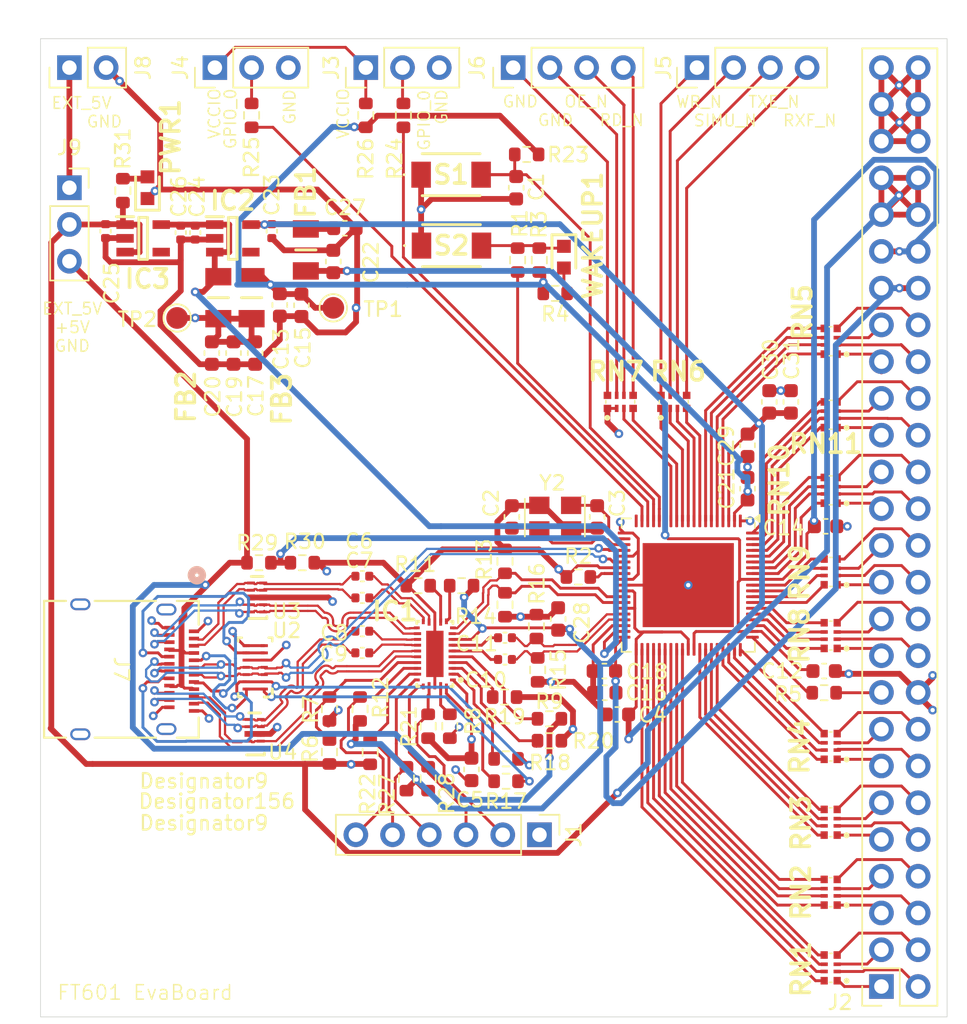
<source format=kicad_pcb>
(kicad_pcb (version 20241229) (generator "pcbnew") (generator_version "9.0")
  (layers (0 "F.Cu" jumper) (4 "In1.Cu" signal) (6 "In2.Cu" signal) (2 "B.Cu" signal) (13 "F.Paste" user) (15 "B.Paste" user) (5 "F.SilkS" user "F.Silkscreen") (7 "B.SilkS" user "B.Silkscreen") (1 "F.Mask" user) (3 "B.Mask" user) (25 "Edge.Cuts" user))
  (net 0 "")
  (net 1 "VCC33")
  (net 2 "RESET_N")
  (net 3 "Net-(J5-Pin_3)")
  (net 4 "Net-(J5-Pin_1)")
  (net 5 "Net-(J5-Pin_2)")
  (net 6 "Net-(J5-Pin_4)")
  (net 7 "GND")
  (net 8 "CLKOUT")
  (net 9 "Net-(U1-RREF)")
  (net 10 "Net-(J6-Pin_3)")
  (net 11 "Net-(U1-~{WAKEUP})")
  (net 12 "VD10")
  (net 13 "WR_N")
  (net 15 "RX1N")
  (net 16 "RX1P")
  (net 17 "SIWU_N")
  (net 18 "RX2N")
  (net 20 "RX2P")
  (net 21 "TODP")
  (net 22 "Net-(IC1-TXP)")
  (net 23 "TODN")
  (net 24 "Net-(IC1-TXN)")
  (net 25 "SCL")
  (net 26 "TX2P")
  (net 27 "+3.3V")
  (net 28 "ID")
  (net 29 "RIDN")
  (net 30 "TX2N")
  (net 31 "Net-(IC1-CURRENT_MODE)")
  (net 32 "Net-(IC1-ENN_MUX)")
  (net 33 "Net-(IC1-CC1)")
  (net 34 "VCONN_FAULT_N")
  (net 35 "TX1P")
  (net 36 "TX1N")
  (net 37 "Net-(IC1-PORT)")
  (net 38 "VBUS_DET")
  (net 39 "Net-(IC1-ENN_CC)")
  (net 40 "Net-(IC1-CC2)")
  (net 41 "ADDR")
  (net 42 "INT_N")
  (net 43 "RIDP")
  (net 44 "SDA")
  (net 45 "DIR")
  (net 46 "+5V")
  (net 47 "VBUS")
  (net 48 "CC1")
  (net 49 "CC2")
  (net 51 "XI")
  (net 52 "PLL_AVDD")
  (net 53 "XO")
  (net 54 "DN")
  (net 55 "SBU1")
  (net 56 "SBU2")
  (net 57 "DP")
  (net 58 "Net-(J6-Pin_4)")
  (net 59 "GPIO_1")
  (net 60 "GPIO_0")
  (net 61 "Net-(J3-Pin_1)")
  (net 62 "Net-(J3-Pin_2)")
  (net 63 "Net-(J4-Pin_2)")
  (net 64 "Net-(RN6-R3.1)")
  (net 65 "Net-(U1-CLK)")
  (net 66 "Net-(U1-VBUS)")
  (net 68 "Net-(RN6-R4.1)")
  (net 69 "/ft601/D2")
  (net 70 "/ft601/D10")
  (net 71 "/ft601/D1")
  (net 72 "/ft601/D3")
  (net 73 "/ft601/D7")
  (net 74 "/ft601/D5")
  (net 75 "/ft601/D0")
  (net 76 "/ft601/D4")
  (net 77 "/ft601/D6")
  (net 78 "/ft601/D21")
  (net 79 "/ft601/D12")
  (net 80 "/ft601/D28")
  (net 81 "/ft601/D11")
  (net 82 "/ft601/D26")
  (net 83 "/ft601/D22")
  (net 84 "/ft601/D16")
  (net 85 "/ft601/D30")
  (net 86 "/ft601/D29")
  (net 87 "/ft601/D25")
  (net 88 "/ft601/D23")
  (net 89 "/ft601/D15")
  (net 90 "/ft601/D18")
  (net 91 "/ft601/D17")
  (net 92 "/ft601/D27")
  (net 93 "/ft601/D14")
  (net 94 "/ft601/D24")
  (net 95 "/ft601/D31")
  (net 96 "/ft601/D13")
  (net 97 "/ft601/D19")
  (net 98 "/ft601/D9")
  (net 99 "/ft601/D8")
  (net 100 "/ft601/D20")
  (net 101 "Net-(RN8-R1.2)")
  (net 102 "Net-(RN8-R4.2)")
  (net 103 "Net-(RN1-R4.2)")
  (net 104 "Net-(RN8-R3.2)")
  (net 105 "Net-(RN1-R1.2)")
  (net 106 "Net-(RN1-R3.2)")
  (net 107 "Net-(RN1-R2.2)")
  (net 108 "Net-(RN8-R2.2)")
  (net 109 "Net-(RN9-R3.2)")
  (net 110 "Net-(RN9-R1.2)")
  (net 111 "Net-(RN2-R3.2)")
  (net 112 "Net-(RN2-R1.2)")
  (net 113 "Net-(RN9-R2.2)")
  (net 114 "Net-(RN2-R2.2)")
  (net 115 "Net-(RN2-R4.2)")
  (net 116 "Net-(RN9-R4.2)")
  (net 117 "Net-(RN3-R3.2)")
  (net 118 "Net-(RN3-R1.2)")
  (net 119 "Net-(RN3-R2.2)")
  (net 120 "Net-(RN3-R4.2)")
  (net 121 "Net-(RN10-R2.2)")
  (net 122 "Net-(RN10-R4.2)")
  (net 123 "Net-(RN10-R1.2)")
  (net 124 "Net-(RN10-R3.2)")
  (net 125 "Net-(RN4-R2.2)")
  (net 126 "Net-(RN4-R3.2)")
  (net 127 "Net-(RN11-R1.2)")
  (net 128 "Net-(RN4-R4.2)")
  (net 129 "Net-(RN11-R2.2)")
  (net 130 "Net-(RN4-R1.2)")
  (net 131 "Net-(RN11-R4.2)")
  (net 132 "Net-(RN11-R3.2)")
  (net 133 "/ft601/BE_2")
  (net 134 "/ft601/BE_0")
  (net 135 "/ft601/BE_3")
  (net 136 "/ft601/BE_1")
  (net 137 "Net-(RN5-R3.2)")
  (net 138 "Net-(RN5-R2.2)")
  (net 139 "Net-(RN5-R1.2)")
  (net 140 "Net-(RN5-R4.2)")
  (net 141 "Net-(RN7-R4.1)")
  (net 142 "Net-(RN7-R3.1)")
  (net 143 "/usb3.0/IC1_RX1N")
  (net 144 "/usb3.0/IC1_RX1P")
  (net 145 "/usb3.0/IC2_RX2N")
  (net 146 "/usb3.0/IC2_RX2P")
  (net 147 "VCCIO")
  (net 148 "Net-(PWR1-A)")
  (net 149 "Net-(S2-NO)")
  (net 150 "Net-(WAKEUP1-A)")
  (net 151 "EXT_5V")
  (net 152 "Net-(J6-Pin_1)")
  (net 153 "Net-(J6-Pin_2)")
  (footprint "Connector_PinHeader_2.54mm:PinHeader_1x02_P2.54mm_Vertical" (layer "F.Cu") (at 124.3 61.4 90)
    (property "Reference" "J8")
    (property "Value" "Conn_01x02")
  )
  (footprint "Capacitor_SMD:C_0402_1005Metric" (layer "F.Cu") (at 144.556266 100.345 180)
    (property "Reference" "C8")
    (property "Value" "0.47uF")
  )
  (footprint "Capacitor_SMD:C_0402_1005Metric" (layer "F.Cu") (at 144.556266 101.845 180)
    (property "Reference" "C9")
    (property "Value" "0.47uF")
  )
  (footprint "Capacitor_SMD:C_0603_1608Metric" (layer "F.Cu") (at 161.3 103.1 180)
    (property "Reference" "C18")
    (property "Value" "0.1uF")
  )
  (footprint "Resistor_SMD:R_0603_1608Metric" (layer "F.Cu") (at 151.425 97.2)
    (property "Reference" "R10" (hide yes))
    (property "Value" "200k")
  )
  (footprint "Capacitor_SMD:C_0603_1608Metric" (layer "F.Cu") (at 160.8 92.45 -90)
    (property "Reference" "C3")
    (property "Value" "18pF")
  )
  (footprint "Resistor_SMD:R_0603_1608Metric" (layer "F.Cu") (at 154.4 104.9 180)
    (property "Reference" "R19")
    (property "Value" "4.7k")
  )
  (footprint "Capacitor_SMD:C_0402_1005Metric" (layer "F.Cu") (at 133 72.8 -90)
    (property "Reference" "C24")
    (property "Value" "0.47uF")
  )
  (footprint "Package_DFN_QFN:QFN-76-1EP_9x9mm_P0.4mm_EP5.81x6.31mm" (layer "F.Cu") (at 167.1 97.1625 -90)
    (property "Reference" "U1" (hide yes))
    (property "Value" "FT601Q")
  )
  (footprint "Resistor_SMD:R_0603_1608Metric" (layer "F.Cu") (at 142.285 105.72 -90)
    (property "Reference" "R7")
    (property "Value" "10k")
  )
  (footprint "Capacitor_SMD:C_0603_1608Metric" (layer "F.Cu") (at 176.5 103.1)
    (property "Reference" "C12")
    (property "Value" "0.1uF")
  )
  (footprint "Resistor_SMD:R_0603_1608Metric" (layer "F.Cu") (at 147.61035 110.53965 90)
    (property "Reference" "R27")
    (property "Value" "4.7k")
  )
  (footprint "Resistor_SMD:R_0603_1608Metric" (layer "F.Cu") (at 157.5 106.4 180)
    (property "Reference" "R9")
    (property "Value" "909k")
  )
  (footprint "SamaSys_Parts:BEADC3216X130N" (layer "F.Cu") (at 140.651 74 90)
    (property "Reference" "FB1")
    (property "Value" "HI1206N101R-00" (hide yes))
  )
  (footprint "me:RVZ0014A" (layer "F.Cu") (at 137.150948 102.845 180)
    (property "Reference" "U2")
    (property "Value" "TPD6E05U06RVZR")
  )
  (footprint "Capacitor_SMD:C_0402_1005Metric" (layer "F.Cu") (at 154.425 102.3 180)
    (property "Reference" "C10")
    (property "Value" "0.47uF")
  )
  (footprint "SamaSys_Parts:EXB28V510JX" (layer "F.Cu") (at 176.95 100.65 90)
    (property "Reference" "RN8")
    (property "Value" "33R" (hide yes))
  )
  (footprint "SamaSys_Parts:EXB28V510JX" (layer "F.Cu") (at 176.95 118.388 90)
    (property "Reference" "RN2")
    (property "Value" "33R" (hide yes))
  )
  (footprint "Capacitor_SMD:C_0603_1608Metric" (layer "F.Cu") (at 154.9 92.45 90)
    (property "Reference" "C2")
    (property "Value" "18pF")
  )
  (footprint "Capacitor_SMD:C_0603_1608Metric" (layer "F.Cu") (at 138.851 77.8 -90)
    (property "Reference" "C13")
    (property "Value" "0.47uF")
  )
  (footprint "Resistor_SMD:R_0603_1608Metric" (layer "F.Cu") (at 154.5 110.71465 180)
    (property "Reference" "R17")
    (property "Value" "0R")
  )
  (footprint "Resistor_SMD:R_0603_1608Metric" (layer "F.Cu") (at 156.685 103.02 -90)
    (property "Reference" "R15")
    (property "Value" "100k")
  )
  (footprint "Connector_PinSocket_2.54mm:PinSocket_1x03_P2.54mm_Vertical" (layer "F.Cu") (at 124.3 69.7)
    (property "Reference" "J9")
    (property "Value" "Conn_01x03")
  )
  (footprint "Resistor_SMD:R_0603_1608Metric" (layer "F.Cu") (at 149.11035 106.91465 90)
    (property "Reference" "R21")
    (property "Value" "200k")
  )
  (footprint "Connector_PinHeader_2.54mm:PinHeader_1x06_P2.54mm_Vertical" (layer "F.Cu") (at 156.81035 114.41465 -90)
    (property "Reference" "J1")
    (property "Value" "Conn_01x02")
  )
  (footprint "SamaSys_Parts:LEDC1608X70N" (layer "F.Cu") (at 158.5 74.5 -90)
    (property "Reference" "WAKEUP1")
    (property "Value" "KT-0603R" (hide yes))
  )
  (footprint "TestPoint:TestPoint_Pad_D1.5mm" (layer "F.Cu") (at 142.551 78)
    (property "Reference" "TP1")
    (property "Value" "TestPoint")
  )
  (footprint "Connector_PinHeader_2.54mm:PinHeader_1x03_P2.54mm_Vertical" (layer "F.Cu") (at 144.8 61.4 90)
    (property "Reference" "J3")
    (property "Value" "Conn_01x03")
  )
  (footprint "Resistor_SMD:R_0603_1608Metric" (layer "F.Cu") (at 150.61035 106.915 90)
    (property "Reference" "R8")
    (property "Value" "0R")
  )
  (footprint "Capacitor_SMD:C_0603_1608Metric" (layer "F.Cu") (at 174.2 84.5 90)
    (property "Reference" "C31")
    (property "Value" "0.1uF")
  )
  (footprint "Resistor_SMD:R_0603_1608Metric" (layer "F.Cu") (at 156.8 74.7 90)
    (property "Reference" "R3")
    (property "Value" "10k")
  )
  (footprint "Resistor_SMD:R_0603_1608Metric" (layer "F.Cu") (at 176.5 104.6)
    (property "Reference" "R5")
    (property "Value" "47R")
  )
  (footprint "SamaSys_Parts:EXB28V510JX" (layer "F.Cu") (at 176.95 113.55 90)
    (property "Reference" "RN3")
    (property "Value" "33R" (hide yes))
  )
  (footprint "Connector_PinHeader_2.54mm:PinHeader_1x04_P2.54mm_Vertical" (layer "F.Cu") (at 167.7 61.4 90)
    (property "Reference" "J5")
    (property "Value" "Conn_01x04")
  )
  (footprint "Capacitor_SMD:C_0603_1608Metric" (layer "F.Cu") (at 143.351 72.5)
    (property "Reference" "C27")
    (property "Value" "0.47uF")
  )
  (footprint "SamaSys_Parts:SOT95P280X145-5N" (layer "F.Cu") (at 135.6 73.2)
    (property "Reference" "IC2")
    (property "Value" "TLV75510PDBVR" (hide yes))
  )
  (footprint "Capacitor_SMD:C_0603_1608Metric" (layer "F.Cu") (at 158.1 99.5 90)
    (property "Reference" "C28")
    (property "Value" "0.1uF")
  )
  (footprint "SamaSys_Parts:EXB28V510JX" (layer "F.Cu") (at 162.4 84.5)
    (property "Reference" "RN7")
    (property "Value" "33R" (hide yes))
  )
  (footprint "Resistor_SMD:R_0603_1608Metric" (layer "F.Cu") (at 154.425 95.52 90)
    (property "Reference" "R13")
    (property "Value" "100k")
  )
  (footprint "Resistor_SMD:R_0603_1608Metric" (layer "F.Cu") (at 159.5 96.6)
    (property "Reference" "R2")
    (property "Value" "1.6k 1%")
  )
  (footprint "Resistor_SMD:R_0603_1608Metric" (layer "F.Cu") (at 149.11035 110.53965 90)
    (property "Reference" "R28")
    (property "Value" "4.7k")
  )
  (footprint "Resistor_SMD:R_0603_1608Metric" (layer "F.Cu") (at 155.925 67.4 180)
    (property "Reference" "R23")
    (property "Value" "10k")
  )
  (footprint "TestPoint:TestPoint_Pad_D1.5mm" (layer "F.Cu") (at 131.751 78.7)
    (property "Reference" "TP2")
    (property "Value" "TestPoint")
  )
  (footprint "me:CONN_12401598E4-2A_AMP" (layer "F.Cu") (at 127.895299 102.979999 -90)
    (property "Reference" "J7")
    (property "Value" "12401598E4-2A")
  )
  (footprint "Capacitor_SMD:C_0402_1005Metric" (layer "F.Cu") (at 126.8 72.7 -90)
    (property "Reference" "C25")
    (property "Value" "0.47uF")
  )
  (footprint "Capacitor_SMD:C_0603_1608Metric" (layer "F.Cu") (at 171.2 90.5 90)
    (property "Reference" "C21")
    (property "Value" "0.1uF")
  )
  (footprint "Capacitor_SMD:C_0603_1608Metric" (layer "F.Cu") (at 137.151 81.125 -90)
    (property "Reference" "C17")
    (property "Value" "0.47uF")
  )
  (footprint "me:DQA0010A" (layer "F.Cu") (at 137.281266 98.015699 180)
    (property "Reference" "U3")
    (property "Value" "TPD4E05U06DQAR")
  )
  (footprint "me:Oscillator_SMD_YXC_X322530MOB4SI_SMD3225_4pin" (layer "F.Cu") (at 157.9 92.5 -90)
    (property "Reference" "Y2")
    (property "Value" "X322530MOB4SI")
  )
  (footprint "SamaSys_Parts:EXB28V510JX" (layer "F.Cu") (at 176.95 96.25 90)
    (property "Reference" "RN9")
    (property "Value" "33R" (hide yes))
  )
  (footprint "Resistor_SMD:R_0603_1608Metric" (layer "F.Cu") (at 137.41035 95.61465 180)
    (property "Reference" "R29")
    (property "Value" "4.7k")
  )
  (footprint "Resistor_SMD:R_0603_1608Metric" (layer "F.Cu") (at 155.3 74.7 -90)
    (property "Reference" "R1")
    (property "Value" "33")
  )
  (footprint "Resistor_SMD:R_0603_1608Metric" (layer "F.Cu") (at 144.8 64.7 -90)
    (property "Reference" "R26")
    (property "Value" "3.3k")
  )
  (footprint "Capacitor_SMD:C_0402_1005Metric" (layer "F.Cu") (at 144.56 98.045)
    (property "Reference" "C7")
    (property "Value" "0.47uF")
  )
  (footprint "SamaSys_Parts:TS1088AR02016" (layer "F.Cu") (at 150.725 73.7)
    (property "Reference" "S2")
    (property "Value" "WAKEUP" (hide yes))
  )
  (footprint "SamaSys_Parts:EXB28V510JX" (layer "F.Cu") (at 176.95 108.312 90)
    (property "Reference" "RN4")
    (property "Value" "33R" (hide yes))
  )
  (footprint "SamaSys_Parts:SOT95P280X145-5N" (layer "F.Cu") (at 129.4 73.2)
    (property "Reference" "IC3")
    (property "Value" "TLV75533PDBVR" (hide yes))
  )
  (footprint "SamaSys_Parts:BEADC3216X130N" (layer "F.Cu") (at 136.9 77.3 90)
    (property "Reference" "FB3")
    (property "Value" "HI1206N101R-00" (hide yes))
  )
  (footprint "Capacitor_SMD:C_0603_1608Metric" (layer "F.Cu") (at 152.11035 109.896682 -90)
    (property "Reference" "C5")
    (property "Value" "47uF")
  )
  (footprint "Capacitor_SMD:C_0402_1005Metric" (layer "F.Cu") (at 154.425 100.8 180)
    (property "Reference" "C11")
    (property "Value" "0.47uF")
  )
  (footprint "Resistor_SMD:R_0603_1608Metric" (layer "F.Cu") (at 156.6 100.025 90)
    (property "Reference" "R16")
    (property "Value" "100k")
  )
  (footprint "Capacitor_SMD:C_0603_1608Metric" (layer "F.Cu") (at 140.351 77.825 -90)
    (property "Reference" "C15")
    (property "Value" "0.47uF")
  )
  (footprint "Capacitor_SMD:C_0603_1608Metric" (layer "F.Cu") (at 162.2 106.1 180)
    (property "Reference" "C4")
    (property "Value" "4.7uF")
  )
  (footprint "Capacitor_SMD:C_0603_1608Metric" (layer "F.Cu") (at 161.325 104.6 180)
    (property "Reference" "C16")
    (property "Value" "0.1uF")
  )
  (footprint "Resistor_SMD:R_0603_1608Metric" (layer "F.Cu") (at 144.4 105.72 -90)
    (property "Reference" "R12")
    (property "Value" "200k")
  )
  (footprint "Capacitor_SMD:C_0603_1608Metric" (layer "F.Cu") (at 171.2 87.5 -90)
    (property "Reference" "C29")
    (property "Value" "0.1uF")
  )
  (footprint "SamaSys_Parts:EXB28V510JX" (layer "F.Cu") (at 166.1 84.5)
    (property "Reference" "RN6")
    (property "Value" "33R" (hide yes))
  )
  (footprint "SamaSys_Parts:EXB28V510JX" (layer "F.Cu") (at 176.95 123.612 90)
    (property "Reference" "RN1")
    (property "Value" "33R" (hide yes))
  )
  (footprint "SamaSys_Parts:LEDC1608X70N" (layer "F.Cu") (at 129.7 69.7 90)
    (property "Reference" "PWR1")
    (property "Value" "KT-0603R" (hide yes))
  )
  (footprint "Resistor_SMD:R_0603_1608Metric" (layer "F.Cu") (at 145.1 108.72 90)
    (property "Reference" "R22")
    (property "Value" "200k")
  )
  (footprint "Capacitor_SMD:C_0603_1608Metric" (layer "F.Cu") (at 135.651 81.125 -90)
    (property "Reference" "C19")
    (property "Value" "0.47uF")
  )
  (footprint "SamaSys_Parts:TS1088AR02016" (layer "F.Cu") (at 150.7 68.8)
    (property "Reference" "S1")
    (property "Value" "RESET" (hide yes))
  )
  (footprint "Capacitor_SMD:C_0603_1608Metric" (layer "F.Cu") (at 142.551 74.8 90)
    (property "Reference" "C22")
    (property "Value" "0.47uF")
  )
  (footprint "Resistor_SMD:R_0603_1608Metric" (layer "F.Cu") (at 157.9 77 180)
    (property "Reference" "R4")
    (property "Value" "100R")
  )
  (footprint "Resistor_SMD:R_0603_1608Metric" (layer "F.Cu") (at 154.5 109.16965 180)
    (property "Reference" "R18")
    (property "Value" "0R")
  )
  (footprint "Capacitor_SMD:C_0603_1608Metric" (layer "F.Cu") (at 134.151 81.125 -90)
    (property "Reference" "C20")
    (property "Value" "0.47uF")
  )
  (footprint "Capacitor_SMD:C_0402_1005Metric" (layer "F.Cu") (at 144.56 96.545)
    (property "Reference" "C6")
    (property "Value" "0.47uF")
  )
  (footprint "Connector_PinHeader_2.54mm:PinHeader_1x04_P2.54mm_Vertical" (layer "F.Cu") (at 154.99 61.4 90)
    (property "Reference" "J6")
    (property "Value" "Conn_01x04")
  )
  (footprint "Resistor_SMD:R_0603_1608Metric" (layer "F.Cu") (at 128 69.9 -90)
    (property "Reference" "R31")
    (property "Value" "220R")
  )
  (footprint "Resistor_SMD:R_0603_1608Metric" (layer "F.Cu") (at 142.285 108.695 90)
    (property "Reference" "R6")
    (property "Value" "10k")
  )
  (footprint "SamaSys_Parts:EXB28V510JX" (layer "F.Cu") (at 176.95 80.312 90)
    (property "Reference" "RN5")
    (property "Value" "33R" (hide yes))
  )
  (footprint "Resistor_SMD:R_0603_1608Metric" (layer "F.Cu") (at 136.9 64.7 90)
    (property "Reference" "R25")
    (property "Value" "100R")
  )
  (footprint "Resistor_SMD:R_0603_1608Metric" (layer "F.Cu") (at 154.425 98.52 -90)
    (property "Reference" "R14")
    (property "Value" "100k")
  )
  (footprint "SamaSys_Parts:EXB28V510JX" (layer "F.Cu") (at 176.95 85.388 90)
    (property "Reference" "RN11")
    (property "Value" "33R" (hide yes))
  )
  (footprint "Capacitor_SMD:C_0603_1608Metric" (layer "F.Cu") (at 172.7 84.5 90)
    (property "Reference" "C30")
    (property "Value" "0.1uF")
  )
  (footprint "Capacitor_SMD:C_0603_1608Metric" (layer "F.Cu") (at 176.6 93.1)
    (property "Reference" "C14")
    (property "Value" "0.1uF")
  )
  (footprint "Capacitor_SMD:C_0402_1005Metric" (layer "F.Cu") (at 138.3 72.7 -90)
    (property "Reference" "C23")
    (property "Value" "0.47uF")
  )
  (footprint "Capacitor_SMD:C_0603_1608Metric" (layer "F.Cu") (at 155.2 69.7 -90)
    (property "Reference" "C1")
    (property "Value" "0.1uF")
  )
  (footprint "Resistor_SMD:R_0603_1608Metric" (layer "F.Cu") (at 147.4 64.7 90)
    (property "Reference" "R24")
    (property "Value" "100R")
  )
  (footprint "Resistor_SMD:R_0603_1608Metric" (layer "F.Cu") (at 157.5 107.91465 180)
    (property "Reference" "R20")
    (property "Value" "10k")
  )
  (footprint "Resistor_SMD:R_0603_1608Metric" (layer "F.Cu") (at 148.425 97.2 180)
    (property "Reference" "R11")
    (property "Value" "0")
  )
  (footprint "me:DQA0010A" (layer "F.Cu") (at 137.11 107.444999 180)
    (property "Reference" "U4")
    (property "Value" "TPD4E05U06DQAR")
  )
  (footprint "SamaSys_Parts:HD3SS3220IRNHR" (layer "F.Cu") (at 149.575 101.915 180)
    (property "Reference" "IC1")
    (property "Value" "HD3SS3220IRNHR" (hide yes))
  )
  (footprint "Capacitor_SMD:C_0402_1005Metric" (layer "F.Cu") (at 132 72.8 -90)
    (property "Reference" "C26")
    (property "Value" "0.47uF")
  )
  (footprint "SamaSys_Parts:BEADC3216X130N" (layer "F.Cu") (at 134.6 77.3 -90)
    (property "Reference" "FB2")
    (property "Value" "HI1206N101R-00" (hide yes))
  )
  (footprint "SamaSys_Parts:EXB28V510JX" (layer "F.Cu") (at 176.95 90.612 90)
    (property "Reference" "RN10")
    (property "Value" "33R" (hide yes))
  )
  (footprint "Resistor_SMD:R_0603_1608Metric" (layer "F.Cu") (at 140.41035 95.61465 180)
    (property "Reference" "R30")
    (property "Value" "10k")
  )
  (footprint "Connector_PinSocket_2.54mm:PinSocket_2x26_P2.54mm_Vertical" (layer "F.Cu") (at 180.46 124.9 180)
    (property "Reference" "J2")
    (property "Value" "Conn_02x26")
  )
  (footprint "Connector_PinHeader_2.54mm:PinHeader_1x03_P2.54mm_Vertical" (layer "F.Cu") (at 134.36 61.4 90)
    (property "Reference" "J4")
    (property "Value" "Conn_01x03")
  )
  (gr_rect (start 122.3 59.4) (end 185 127) (stroke (width 0.05)) (fill no) (layer "Edge.Cuts"))
  (gr_text "GND" (at 140 65.4 90) (layer "F.SilkS") (effects (font (size 0.8 0.8) (thickness 0.1)) (justify left bottom)))
  (gr_text "EXT_5V\n+5V\nGND" (at 124.5 81.1 0) (layer "F.SilkS") (effects (font (size 0.8 0.8) (thickness 0.1)) (justify bottom)))
  (gr_text "EXT_5V\n    GND" (at 123 65.6 0) (layer "F.SilkS") (effects (font (size 0.8 0.8) (thickness 0.1)) (justify left bottom)))
  (gr_text "VCCIO" (at 134.8 66.4 90) (layer "F.SilkS") (effects (font (size 0.8 0.8) (thickness 0.1)) (justify left bottom)))
  (gr_text "FT601 EvaBoard" (at 123.4 125.9 0) (layer "F.SilkS") (effects (font (size 1 1) (thickness 0.1)) (justify left bottom)))
  (gr_text "GPIO_0" (at 149.3 67.2 90) (layer "F.SilkS") (effects (font (size 0.8 0.8) (thickness 0.1)) (justify left bottom)))
  (gr_text "VCCIO" (at 143.7 66.4 90) (layer "F.SilkS") (effects (font (size 0.8 0.8) (thickness 0.1)) (justify left bottom)))
  (gr_text "WR_N   TXE_N\n  SIMU_N   RXF_N \n   \n   " (at 166.2 68.1 0) (layer "F.SilkS") (effects (font (size 0.8 0.8) (thickness 0.1)) (justify left bottom)))
  (gr_text "GND   OE_N\n    GND   RD_N " (at 154.2 65.5 0) (layer "F.SilkS") (effects (font (size 0.8 0.8) (thickness 0.1)) (justify left bottom)))
  (gr_text "GND" (at 150.5 65.4 90) (layer "F.SilkS") (effects (font (size 0.8 0.8) (thickness 0.1)) (justify left bottom)))
  (gr_text "GPIO_0" (at 135.9 67.1 90) (layer "F.SilkS") (effects (font (size 0.8 0.8) (thickness 0.1)) (justify left bottom)))
  (segment (start 133 78.7) (end 134.55 78.7) (width 0.4) (layer "F.Cu") (net 1))
  (segment (start 134.6 79.901) (end 134.151 80.35) (width 0.4) (layer "F.Cu") (net 1))
  (segment (start 163.2625 93.5625) (end 163.644 93.944) (width 0.2) (layer "F.Cu") (net 1))
  (segment (start 162.6625 100.7625) (end 162.075 101.35) (width 0.2) (layer "F.Cu") (net 1))
  (segment (start 181.7 76.64) (end 180.46 76.64) (width 0.4) (layer "F.Cu") (net 1))
  (segment (start 162.075 101.35) (end 162.075 103.1) (width 0.2) (layer "F.Cu") (net 1))
  (segment (start 134.6 78.75) (end 136.299 78.75) (width 0.4) (layer "F.Cu") (net 1))
  (segment (start 163.2815 96.7625) (end 163.644 96.4) (width 0.2) (layer "F.Cu") (net 1))
  (segment (start 134.151 80.35) (end 137.151 80.35) (width 0.4) (layer "F.Cu") (net 1))
  (segment (start 162.075 103.1) (end 162.075 103.8) (width 0.4) (layer "F.Cu") (net 1))
  (segment (start 162.6625 96.7625) (end 163.2815 96.7625) (width 0.2) (layer "F.Cu") (net 1))
  (segment (start 162.4 93.3) (end 162.4 92.8) (width 0.2) (layer "F.Cu") (net 1))
  (segment (start 134.55 78.7) (end 134.6 78.75) (width 0.4) (layer "F.Cu") (net 1))
  (segment (start 163.644 94.8) (end 163.644 96.4) (width 0.2) (layer "F.Cu") (net 1))
  (segment (start 162.6625 95.1625) (end 163.2815 95.1625) (width 0.2) (layer "F.Cu") (net 1))
  (segment (start 136.9 78.75) (end 136.9 80.099) (width 0.4) (layer "F.Cu") (net 1))
  (segment (start 131.751 78.7) (end 133 78.7) (width 0.4) (layer "F.Cu") (net 1))
  (segment (start 162.6625 93.5625) (end 163.2625 93.5625) (width 0.2) (layer "F.Cu") (net 1))
  (segment (start 163.644 93.944) (end 163.644 94.8) (width 0.2) (layer "F.Cu") (net 1))
  (segment (start 136.9 80.099) (end 137.151 80.35) (width 0.4) (layer "F.Cu") (net 1))
  (segment (start 183 76.64) (end 181.7 76.64) (width 0.4) (layer "F.Cu") (net 1))
  (segment (start 162.075 103.8) (end 162.075 104.575) (width 0.4) (layer "F.Cu") (net 1))
  (segment (start 134.6 78.75) (end 134.6 79.901) (width 0.4) (layer "F.Cu") (net 1))
  (segment (start 162.075 104.575) (end 162.1 104.6) (width 0.4) (layer "F.Cu") (net 1))
  (segment (start 163.2815 95.1625) (end 163.644 94.8) (width 0.2) (layer "F.Cu") (net 1))
  (segment (start 162.6625 93.5625) (end 162.4 93.3) (width 0.2) (layer "F.Cu") (net 1))
  (via (at 133 78.7) (size 0.6) (drill 0.3) (layers "F.Cu" "B.Cu") (net 1))
  (via (at 162.4 92.8) (size 0.6) (drill 0.3) (layers "F.Cu" "B.Cu") (net 1))
  (via (at 162.075 103.8) (size 0.6) (drill 0.3) (layers "F.Cu" "B.Cu") (net 1))
  (via (at 181.7 76.64) (size 0.6) (drill 0.3) (layers "F.Cu" "B.Cu") (net 1))
  (segment (start 181.7 76.64) (end 181.230818 76.64) (width 0.4) (layer "B.Cu") (net 1))
  (segment (start 161.434971 109.014971) (end 162.075 108.374942) (width 0.4) (layer "B.Cu") (net 1))
  (segment (start 177.301 80.569818) (end 177.301 97.417364) (width 0.4) (layer "B.Cu") (net 1))
  (segment (start 162.075 108.374942) (end 162.075 103.8) (width 0.4) (layer "B.Cu") (net 1))
  (segment (start 162.490364 112.228) (end 161.909636 112.228) (width 0.4) (layer "B.Cu") (net 1))
  (segment (start 161.434971 111.753335) (end 161.434971 109.014971) (width 0.4) (layer "B.Cu") (net 1))
  (segment (start 161.909636 112.228) (end 161.434971 111.753335) (width 0.4) (layer "B.Cu") (net 1))
  (segment (start 181.230818 76.64) (end 177.301 80.569818) (width 0.4) (layer "B.Cu") (net 1))
  (segment (start 177.301 97.417364) (end 162.490364 112.228) (width 0.4) (layer "B.Cu") (net 1))
  (segment (start 152.775 68.8) (end 155.9 68.8) (width 0.2) (layer "F.Cu") (net 2))
  (segment (start 155.075 68.8) (end 155.2 68.925) (width 0.2) (layer "F.Cu") (net 2))
  (segment (start 165.102 91.898) (end 165.1 91.9) (width 0.2) (layer "F.Cu") (net 2))
  (segment (start 160.3171 86.2829) (end 165.102 91.0678) (width 0.2) (layer "F.Cu") (net 2))
  (segment (start 155.9 68.8) (end 160.3171 73.2171) (width 0.2) (layer "F.Cu") (net 2))
  (segment (start 160.3171 73.2171) (end 160.3171 86.2829) (width 0.2) (layer "F.Cu") (net 2))
  (segment (start 155.1 68.825) (end 155.2 68.925) (width 0.2) (layer "F.Cu") (net 2))
  (segment (start 165.1 91.9) (end 165.1 92.725) (width 0.2) (layer "F.Cu") (net 2))
  (segment (start 165.102 91.0678) (end 165.102 91.898) (width 0.2) (layer "F.Cu") (net 2))
  (segment (start 152.775 68.8) (end 155.075 68.8) (width 0.2) (layer "F.Cu") (net 2))
  (segment (start 155.1 67.4) (end 155.1 68.825) (width 0.2) (layer "F.Cu") (net 2))
  (segment (start 166.35 84.05) (end 166.35 67.83) (width 0.2) (layer "F.Cu") (net 3))
  (segment (start 166.35 67.83) (end 172.78 61.4) (width 0.2) (layer "F.Cu") (net 3))
  (segment (start 165.56 63.54) (end 165.212 63.888) (width 0.2) (layer "F.Cu") (net 4))
  (segment (start 165.212 63.888) (end 165.212 84.05) (width 0.2) (layer "F.Cu") (net 4))
  (segment (start 167.7 61.4) (end 165.56 63.54) (width 0.2) (layer "F.Cu") (net 4))
  (segment (start 165.85 65.79) (end 170.24 61.4) (width 0.2) (layer "F.Cu") (net 5))
  (segment (start 165.85 84.05) (end 165.85 65.79) (width 0.2) (layer "F.Cu") (net 5))
  (segment (start 175.32 61.4) (end 166.988 69.732) (width 0.2) (layer "F.Cu") (net 6))
  (segment (start 166.988 69.732) (end 166.988 84.05) (width 0.2) (layer "F.Cu") (net 6))
  (segment (start 175.32 61.48) (end 175.32 61.4) (width 0.4) (layer "F.Cu") (net 6))
  (segment (start 171.2 88.275) (end 171.2 89) (width 0.4) (layer "F.Cu") (net 7))
  (segment (start 158.675 96.6) (end 158.1375 96.0625) (width 0.4) (layer "F.Cu") (net 7))
  (segment (start 138.3 73.18) (end 139.145 74.025) (width 0.4) (layer "F.Cu") (net 7))
  (segment (start 150.61035 107.74) (end 150.61035 107.61465) (width 0.2) (layer "F.Cu") (net 7))
  (segment (start 142.215702 98.015702) (end 142.5 98.3) (width 0.4) (layer "F.Cu") (net 7))
  (segment (start 171.2 89) (end 171.2 89.725) (width 0.4) (layer "F.Cu") (net 7))
  (segment (start 132 73.28) (end 134.27 73.28) (width 0.4) (layer "F.Cu") (net 7))
  (segment (start 138.851 78.575) (end 140.326 78.575) (width 0.4) (layer "F.Cu") (net 7))
  (segment (start 148.625 68.8) (end 148.625 71.2) (width 0.4) (layer "F.Cu") (net 7))
  (segment (start 137.151 81.9) (end 138.851 80.2) (width 0.4) (layer "F.Cu") (net 7))
  (segment (start 147.6 97.2) (end 146.01465 95.61465) (width 0.4) (layer "F.Cu") (net 7))
  (segment (start 180.46 66.48) (end 183 66.48) (width 0.4) (layer "F.Cu") (net 7))
  (segment (start 144.126 72.5) (end 144.076 72.5) (width 0.4) (layer "F.Cu") (net 7))
  (segment (start 143.4 79.7) (end 144.126 78.974) (width 0.4) (layer "F.Cu") (net 7))
  (segment (start 141.451 79.7) (end 143.4 79.7) (width 0.4) (layer "F.Cu") (net 7))
  (segment (start 183 104.8) (end 184 105.8) (width 0.4) (layer "F.Cu") (net 7))
  (segment (start 159.17 103.845) (end 160.525 105.2) (width 0.4) (layer "F.Cu") (net 7))
  (segment (start 158.1375 96.0625) (end 156.77 94.695) (width 0.4) (layer "F.Cu") (net 7))
  (segment (start 155.5 99.345) (end 157.48 99.345) (width 0.4) (layer "F.Cu") (net 7))
  (segment (start 137.775948 102.344998) (end 138.255002 102.344998) (width 0.2) (layer "F.Cu") (net 7))
  (segment (start 142.285 106.545) (end 142.285 106.415) (width 0.4) (layer "F.Cu") (net 7))
  (segment (start 160.525 105.2) (end 161.425 106.1) (width 0.4) (layer "F.Cu") (net 7))
  (segment (start 144.126 78) (end 144.2 77.926) (width 0.4) (layer "F.Cu") (net 7))
  (segment (start 141.23535 95.61465) (end 141.51465 95.61465) (width 0.4) (layer "F.Cu") (net 7))
  (segment (start 133.835 106.195) (end 133.885 106.245) (width 0.2) (layer "F.Cu") (net 7))
  (segment (start 133.955192 106.315192) (end 133.835 106.195) (width 0.2) (layer "F.Cu") (net 7))
  (segment (start 151.26035 106.96465) (end 151.31035 106.91465) (width 0.2) (layer "F.Cu") (net 7))
  (segment (start 161.512 84.95) (end 161.512 85.912) (width 0.4) (layer "F.Cu") (net 7))
  (segment (start 142.285 106.445) (end 142.285 106.545) (width 0.2) (layer "F.Cu") (net 7))
  (segment (start 153.9 94.17) (end 154.425 94.695) (width 0.4) (layer "F.Cu") (net 7))
  (segment (start 137.535 107.445002) (end 138.20199 107.445002) (width 0.4) (layer "F.Cu") (net 7))
  (segment (start 133.685 99.845) (end 133.885 99.645) (width 0.2) (layer "F.Cu") (net 7))
  (segment (start 146.01465 95.61465) (end 141.23535 95.61465) (width 0.4) (layer "F.Cu") (net 7))
  (segment (start 181.71 65.19) (end 180.46 63.94) (width 0.4) (layer "F.Cu") (net 7))
  (segment (start 154.9 91.675) (end 156.775 91.675) (width 0.4) (layer "F.Cu") (net 7))
  (segment (start 148.625 71.2) (end 148.625 73.675) (width 0.4) (layer "F.Cu") (net 7))
  (segment (start 183 61.4) (end 180.46 63.94) (width 0.4) (layer "F.Cu") (net 7))
  (segment (start 130.172716 99.8) (end 130.453748 99.8) (width 0.2) (layer "F.Cu") (net 7))
  (segment (start 139.145 74.025) (end 142.551 74.025) (width 0.4) (layer "F.Cu") (net 7))
  (segment (start 138.851 80.2) (end 138.851 78.575) (width 0.4) (layer "F.Cu") (net 7))
  (segment (start 170.7 92.725) (end 171.375 92.725) (width 0.2) (layer "F.Cu") (net 7))
  (segment (start 147.6 97.2) (end 150.105 94.695) (width 0.4) (layer "F.Cu") (net 7))
  (segment (start 132 76.82324) (end 130.6 78.22324) (width 0.4) (layer "F.Cu") (net 7))
  (segment (start 162.6625 99.9625) (end 161.8475 99.9625) (width 0.2) (layer "F.Cu") (net 7))
  (segment (start 156.775 91.675) (end 156.8 91.65) (width 0.4) (layer "F.Cu") (net 7))
  (segment (start 156.685 103.845) (end 157.6 103.845) (width 0.4) (layer "F.Cu") (net 7))
  (segment (start 149.35 70.475) (end 148.625 71.2) (width 0.4) (layer "F.Cu") (net 7))
  (segment (start 177.275 103.1) (end 177.466 103.291) (width 0.4) (layer "F.Cu") (net 7))
  (segment (start 160.824 95.824) (end 159.451 95.824) (width 0.2) (layer "F.Cu") (net 7))
  (segment (start 178.2 103.291) (end 181.711 103.291) (width 0.4) (layer "F.Cu") (net 7))
  (segment (start 129.7 70.45) (end 130.225 69.925) (width 0.4) (layer "F.Cu") (net 7))
  (segment (start 141.51465 95.61465) (end 142.1 96.2) (width 0.4) (layer "F.Cu") (net 7))
  (segment (start 130.758746 100.104998) (end 131.215 100.104998) (width 0.2) (layer "F.Cu") (net 7))
  (segment (start 158.75 93.35) (end 159 93.35) (width 0.4) (layer "F.Cu") (net 7))
  (segment (start 131.849 74.851) (end 132 74.7) (width 0.4) (layer "F.Cu") (net 7))
  (segment (start 159 93.35) (end 160.675 93.35) (width 0.4) (layer "F.Cu") (net 7))
  (segment (start 183 63.94) (end 180.46 66.48) (width 0.4) (layer "F.Cu") (net 7))
  (segment (start 148.625 73.675) (end 148.65 73.7) (width 0.4) (layer "F.Cu") (net 7))
  (segment (start 162.6625 95.9625) (end 160.9625 95.9625) (width 0.2) (layer "F.Cu") (net 7))
  (segment (start 161.512 85.912) (end 162.3 86.7) (width 0.4) (layer "F.Cu") (net 7))
  (segment (start 144.2 72.574) (end 144.126 72.5) (width 0.4) (layer "F.Cu") (net 7))
  (segment (start 130.225 69.925) (end 130.576 69.574) (width 0.4) (layer "F.Cu") (net 7))
  (segment (start 171.375 92.725) (end 171.4 92.7) (width 0.2) (layer "F.Cu") (net 7))
  (segment (start 150.61035 107.61465) (end 151.26035 106.96465) (width 0.2) (layer "F.Cu") (net 7))
  (segment (start 127.149 74.851) (end 131.849 74.851) (width 0.4) (layer "F.Cu") (net 7))
  (segment (start 126.8 73.18) (end 126.8 74.502) (width 0.4) (layer "F.Cu") (net 7))
  (segment (start 160.8 93.21384) (end 160.8 93.225) (width 0.2) (layer "F.Cu") (net 7))
  (segment (start 130.725 105.605) (end 131.215 105.605) (width 0.2) (layer "F.Cu") (net 7))
  (segment (start 147.7 97.2) (end 149.575 99.075) (width 0.2) (layer "F.Cu") (net 7))
  (segment (start 180.46 61.4) (end 181.68 62.62) (width 0.4) (layer "F.Cu") (net 7))
  (segment (start 173.5 83.725) (end 174.2 83.725) (width 0.4) (layer "F.Cu") (net 7))
  (segment (start 162.6625 97.1625) (end 167.1 97.1625) (width 0.2) (layer "F.Cu") (net 7))
  (segment (start 144.2 77.926) (end 144.2 72.574) (width 0.4) (layer "F.Cu") (net 7))
  (segment (start 126.8 73.18) (end 128.13 73.18) (width 0.4) (layer "F.Cu") (net 7))
  (segment (start 140.326 78.575) (end 140.351 78.6) (width 0.4) (layer "F.Cu") (net 7))
  (segment (start 181.68 62.62) (end 183 63.94) (width 0.4) (layer "F.Cu") (net 7))
  (segment (start 129.984999 99.612283) (end 130.172716 99.8) (width 0.2) (layer "F.Cu") (net 7))
  (segment (start 172.7 83.725) (end 173.5 83.725) (width 0.4) (layer "F.Cu") (net 7))
  (segment (start 132 74.7) (end 132 76.82324) (width 0.4) (layer "F.Cu") (net 7))
  (segment (start 155 91.675) (end 153.9 92.775) (width 0.4) (layer "F.Cu") (net 7))
  (segment (start 137.775948 102.344998) (end 136.525948 102.344998) (width 0.2) (layer "F.Cu") (net 7))
  (segment (start 161.8475 99.9625) (end 160.525 101.285) (width 0.2) (layer "F.Cu") (net 7))
  (segment (start 133.32324 81.9) (end 134.7 81.9) (width 0.4) (layer "F.Cu") (net 7))
  (segment (start 183 61.4) (end 183 66.48) (width 0.4) (layer "F.Cu") (net 7))
  (segment (start 156.77 94.695) (end 154.425 94.695) (width 0.4) (layer "F.Cu") (net 7))
  (segment (start 174.2 83.725) (end 174.425 83.725) (width 0.4) (layer "F.Cu") (net 7))
  (segment (start 142.285 106.415) (end 142.9 105.8) (width 0.4) (layer "F.Cu") (net 7))
  (segment (start 130.576 69.574) (end 130.576 65.136) (width 0.4) (layer "F.Cu") (net 7))
  (segment (start 154.425 99.345) (end 155.5 99.345) (width 0.4) (layer "F.Cu") (net 7))
  (segment (start 159.451 95.824) (end 158.675 96.6) (width 0.2) (layer "F.Cu") (net 7))
  (segment (start 149.575 99.715) (end 149.575 101.915) (width 0.2) (layer "F.Cu") (net 7))
  (segment (start 184 103.4) (end 184 103.58) (width 0.4) (layer "F.Cu") (net 7))
  (segment (start 160.525 101.285) (end 160.525 103.1) (width 0.2) (layer "F.Cu") (net 7))
  (segment (start 141.451 69.825) (end 143.313 71.687) (width 0.4) (layer "F.Cu") (net 7))
  (segment (start 177.466 103.291) (end 178.2 103.291) (width 0.4) (layer "F.Cu") (net 7))
  (segment (start 157.05 91.65) (end 158.75 93.35) (width 0.4) (layer "F.Cu") (net 7))
  (segment (start 155.2 70.475) (end 149.35 70.475) (width 0.4) (layer "F.Cu") (net 7))
  (segment (start 156.8 91.65) (end 157.05 91.65) (width 0.4) (layer "F.Cu") (net 7))
  (segment (start 130.6 79.17676) (end 133.32324 81.9) (width 0.4) (layer "F.Cu") (net 7))
  (segment (start 183 104.58) (end 183 104.8) (width 0.4) (layer "F.Cu") (net 7))
  (segment (start 130.6 78.22324) (end 130.6 79.17676) (width 0.4) (layer "F.Cu") (net 7))
  (segment (start 181.711 103.291) (end 183 104.58) (width 0.4) (layer "F.Cu") (net 7))
  (segment (start 161.512 84.95) (end 162.15 84.95) (width 0.2) (layer "F.Cu") (net 7))
  (segment (start 156.775 91.675) (end 156.825 91.725) (width 0.4) (layer "F.Cu") (net 7))
  (segment (start 130.576 65.136) (end 126.84 61.4) (width 0.4) (layer "F.Cu") (net 7))
  (segment (start 126.8 74.502) (end 127.149 74.851) (width 0.4) (layer "F.Cu") (net 7))
  (segment (start 133.175002 100.354998) (end 133.685 99.845) (width 0.2) (layer "F.Cu") (net 7))
  (segment (start 149.575 104.115) (end 149.575 101.915) (width 0.2) (layer "F.Cu") (net 7))
  (segment (start 142.285 106.715) (end 142.2 106.8) (width 0.4) (layer "F.Cu") (net 7))
  (segment (start 180.46 61.4) (end 180.46 66.48) (width 0.4) (layer "F.Cu") (net 7))
  (segment (start 134.27 73.28) (end 134.35 73.2) (width 0.4) (layer "F.Cu") (net 7))
  (segment (start 133.495 105.855) (end 133.835 106.195) (width 0.2) (layer "F.Cu") (net 7))
  (segment (start 144.126 78.974) (end 144.126 78) (width 0.4) (layer "F.Cu") (net 7))
  (segment (start 150.105 94.695) (end 154.425 94.695) (width 0.4) (layer "F.Cu") (net 7))
  (segment (start 178.1 93.1) (end 178.1 93.175) (width 0.4) (layer "F.Cu") (net 7))
  (segment (start 130.1 106.2) (end 130.13 106.2) (width 0.2) (layer "F.Cu") (net 7))
  (segment (start 130.453748 99.8) (end 130.758746 100.104998) (width 0.2) (layer "F.Cu") (net 7))
  (segment (start 130.13 106.2) (end 130.725 105.605) (width 0.2) (layer "F.Cu") (net 7))
  (segment (start 157.6 103.845) (end 159.17 103.845) (width 0.4) (layer "F.Cu") (net 7))
  (segment (start 132 73.28) (end 132 74.7) (width 0.4) (layer "F.Cu") (net 7))
  (segment (start 160.9625 95.9625) (end 160.824 95.824) (width 0.2) (layer "F.Cu") (net 7))
  (segment (start 142.285 106.545) (end 142.285 106.715) (width 0.4) (layer "F.Cu") (net 7))
  (segment (start 136.856266 98.015702) (end 142.215702 98.015702) (width 0.4) (layer "F.Cu") (net 7))
  (segment (start 184 103.58) (end 183 104.58) (width 0.4) (layer "F.Cu") (net 7))
  (segment (start 136.685 107.445002) (end 137.535 107.445002) (width 0.4) (layer "F.Cu") (net 7))
  (segment (start 134.7 81.9) (end 137.151 81.9) (width 0.4) (layer "F.Cu") (net 7))
  (segment (start 133.955192 106.374808) (end 133.955192 106.315192) (width 0.2) (layer "F.Cu") (net 7))
  (segment (start 144.076 72.5) (end 142.551 74.025) (width 0.4) (layer "F.Cu") (net 7))
  (segment (start 130.325 69.825) (end 141.451 69.825) (width 0.4) (layer "F.Cu") (net 7))
  (segment (start 160.675 93.35) (end 160.8 93.225) (width 0.4) (layer "F.Cu") (net 7))
  (segment (start 134.151 81.9) (end 134.7 81.9) (width 0.4) (layer "F.Cu") (net 7))
  (segment (start 140.351 78.6) (end 141.451 79.7) (width 0.4) (layer "F.Cu") (net 7))
  (segment (start 153.9 92.775) (end 153.9 94.17) (width 0.4) (layer "F.Cu") (net 7))
  (segment (start 138.20199 107.445002) (end 138.668496 106.978496) (width 0.4) (layer "F.Cu") (net 7))
  (segment (start 128.13 73.18) (end 128.15 73.2) (width 0.4) (layer "F.Cu") (net 7))
  (segment (start 132.914999 100.354998) (end 133.175002 100.354998) (width 0.2) (layer "F.Cu") (net 7))
  (segment (start 147.6 97.2) (end 147.7 97.2) (width 0.2) (layer "F.Cu") (net 7))
  (segment (start 130.225 69.925) (end 130.325 69.825) (width 0.4) (layer "F.Cu") (net 7))
  (segment (start 183 66.48) (end 181.71 65.19) (width 0.4) (layer "F.Cu") (net 7))
  (segment (start 143.313 71.687) (end 144.126 72.5) (width 0.4) (layer "F.Cu") (net 7))
  (segment (start 152.11035 110.671682) (end 151.767382 110.671682) (width 0.2) (layer "F.Cu") (net 7))
  (segment (start 138.255002 102.344998) (end 139.3 101.3) (width 0.2) (layer "F.Cu") (net 7))
  (segment (start 151.767382 110.671682) (end 151.01035 109.91465) (width 0.2) (layer "F.Cu") (net 7))
  (segment (start 132.914999 105.855) (end 133.495 105.855) (width 0.2) (layer "F.Cu") (net 7))
  (segment (start 149.575 99.075) (end 149.575 99.715) (width 0.2) (layer "F.Cu") (net 7))
  (segment (start 160.525 103.1) (end 160.525 105.2) (width 0.4) (layer "F.Cu") (net 7))
  (segment (start 157.48 99.345) (end 158.1 98.725) (width 0.4) (layer "F.Cu") (net 7))
  (via (at 178.1 93.1) (size 0.6) (drill 0.3) (layers "F.Cu" "B.Cu") (net 7))
  (via (at 130.1 106.2) (size 0.6) (drill 0.3) (layers "F.Cu" "B.Cu") (net 7))
  (via (at 129.984999 99.612283) (size 0.6) (drill 0.3) (layers "F.Cu" "B.Cu") (net 7))
  (via (at 144.126 78) (size 0.6) (drill 0.3) (layers "F.Cu" "B.Cu") (net 7))
  (via (at 171.2 89) (size 0.6) (drill 0.3) (layers "F.Cu" "B.Cu") (net 7))
  (via (at 184 103.4) (size 0.6) (drill 0.3) (layers "F.Cu" "B.Cu") (net 7))
  (via (at 139.3 101.3) (size 0.6) (drill 0.3) (layers "F.Cu" "B.Cu") (net 7))
  (via (at 127.77 62.33) (size 0.6) (drill 0.3) (layers "F.Cu" "B.Cu") (net 7))
  (via (at 178.2 103.291) (size 0.6) (drill 0.3) (layers "F.Cu" "B.Cu") (net 7))
  (via (at 133.885 99.645) (size 0.6) (drill 0.3) (layers "F.Cu" "B.Cu") (net 7))
  (via (at 171.375 92.725) (size 0.6) (drill 0.3) (layers "F.Cu" "B.Cu") (net 7))
  (via (at 142.1 96.2) (size 0.6) (drill 0.3) (layers "F.Cu" "B.Cu") (net 7))
  (via (at 151.01035 109.91465) (size 0.6) (drill 0.3) (layers "F.Cu" "B.Cu") (net 7))
  (via (at 155.5 99.345) (size 0.6) (drill 0.3) (layers "F.Cu" "B.Cu") (net 7))
  (via (at 184 105.8) (size 0.6) (drill 0.3) (layers "F.Cu" "B.Cu") (net 7))
  (via (at 130.225 69.925) (size 0.6) (drill 0.3) (layers "F.Cu" "B.Cu") (net 7))
  (via (at 162.3 86.7) (size 0.6) (drill 0.3) (layers "F.Cu" "B.Cu") (net 7))
  (via (at 142.9 105.8) (size 0.6) (drill 0.3) (layers "F.Cu" "B.Cu") (net 7))
  (via (at 148.625 71.2) (size 0.6) (drill 0.3) (layers "F.Cu" "B.Cu") (net 7))
  (via (at 157.6 103.845) (size 0.6) (drill 0.3) (layers "F.Cu" "B.Cu") (net 7))
  (via (at 133.955192 106.374808) (size 0.6) (drill 0.3) (layers "F.Cu" "B.Cu") (net 7))
  (via (at 181.71 65.19) (size 0.6) (drill 0.3) (layers "F.Cu" "B.Cu") (net 7))
  (via (at 138.668496 106.978496) (size 0.6) (drill 0.3) (layers "F.Cu" "B.Cu") (net 7))
  (via (at 167.1 97.1625) (size 0.6) (drill 0.3) (layers "F.Cu" "B.Cu") (net 7))
  (via (at 173.5 83.725) (size 0.6) (drill 0.3) (layers "F.Cu" "B.Cu") (net 7))
  (via (at 151.26035 106.96465) (size 0.6) (drill 0.3) (layers "F.Cu" "B.Cu") (net 7))
  (via (at 181.68 62.62) (size 0.6) (drill 0.3) (layers "F.Cu" "B.Cu") (net 7))
  (via (at 142.5 98.3) (size 0.6) (drill 0.3) (layers "F.Cu" "B.Cu") (net 7))
  (via (at 158.1375 96.0625) (size 0.6) (drill 0.3) (layers "F.Cu" "B.Cu") (net 7))
  (segment (start 180.44 104.6) (end 180.46 104.58) (width 0.2) (layer "F.Cu") (net 8))
  (segment (start 179.957157 105.082843) (end 180.46 104.58) (width 0.2) (layer "F.Cu") (net 8))
  (segment (start 177.325 104.6) (end 180.44 104.6) (width 0.2) (layer "F.Cu") (net 8))
  (segment (start 162.6625 96.3625) (end 161.301 96.3625) (width 0.2) (layer "F.Cu") (net 9))
  (segment (start 160.8635 96.6) (end 160.325 96.6) (width 0.2) (layer "F.Cu") (net 9))
  (segment (start 161.1 96.3635) (end 161.3 96.3635) (width 0.2) (layer "F.Cu") (net 9))
  (segment (start 161.301 96.3625) (end 161.3 96.3635) (width 0.2) (layer "F.Cu") (net 9))
  (segment (start 161.1 96.3635) (end 160.8635 96.6) (width 0.2) (layer "F.Cu") (net 9))
  (segment (start 161.3 96.3635) (end 162.128226 96.3635) (width 0.2) (layer "F.Cu") (net 9))
  (segment (start 162.45 63.78) (end 162.65 63.98) (width 0.2) (layer "F.Cu") (net 10))
  (segment (start 162.65 63.98) (end 162.65 84.05) (width 0.2) (layer "F.Cu") (net 10))
  (segment (start 160.07 61.4) (end 162.28 63.61) (width 0.2) (layer "F.Cu") (net 10))
  (segment (start 162.28 63.61) (end 162.45 63.78) (width 0.2) (layer "F.Cu") (net 10))
  (segment (start 162.45 63.78) (end 162.663652 63.993652) (width 0.2) (layer "F.Cu") (net 10))
  (segment (start 164.701 91.5661) (end 164.7 91.5671) (width 0.2) (layer "F.Cu") (net 11))
  (segment (start 155.3 81.8329) (end 164.701 91.2339) (width 0.2) (layer "F.Cu") (net 11))
  (segment (start 164.701 91.2339) (end 164.701 91.5661) (width 0.2) (layer "F.Cu") (net 11))
  (segment (start 155.3 75.525) (end 155.3 81.8329) (width 0.2) (layer "F.Cu") (net 11))
  (segment (start 164.7 91.5671) (end 164.7 92.725) (width 0.2) (layer "F.Cu") (net 11))
  (segment (start 163.77 100.63) (end 164 100.4) (width 0.2) (layer "F.Cu") (net 12))
  (segment (start 164 100.4) (end 165.3 100.4) (width 0.2) (layer "F.Cu") (net 12))
  (segment (start 138.3 72.22) (end 137.83 72.22) (width 0.4) (layer "F.Cu") (net 12))
  (segment (start 163.5 105.575) (end 162.975 106.1) (width 0.2) (layer "F.Cu") (net 12))
  (segment (start 163.5 100.9) (end 163.77 100.63) (width 0.2) (layer "F.Cu") (net 12))
  (segment (start 137.83 72.22) (end 140.321 72.22) (width 0.4) (layer "F.Cu") (net 12))
  (segment (start 163.3815 98.7625) (end 163.401 98.782) (width 0.2) (layer "F.Cu") (net 12))
  (segment (start 163.4 98.744) (end 163.3815 98.7625) (width 0.2) (layer "F.Cu") (net 12))
  (segment (start 163.5 101.6) (end 163.5 100.9) (width 0.2) (layer "F.Cu") (net 12))
  (segment (start 162.975 106.1) (end 162.975 107.8) (width 0.4) (layer "F.Cu") (net 12))
  (segment (start 169.9 92.725) (end 169.9 88.025) (width 0.2) (layer "F.Cu") (net 12))
  (segment (start 165.3 100.4) (end 166.6 100.4) (width 0.2) (layer "F.Cu") (net 12))
  (segment (start 138.27 72.25) (end 138.3 72.22) (width 0.4) (layer "F.Cu") (net 12))
  (segment (start 162.975 107.8) (end 162.975 107.875) (width 0.4) (layer "F.Cu") (net 12))
  (segment (start 162.975 107.875) (end 163 107.9) (width 0.4) (layer "F.Cu") (net 12))
  (segment (start 140.651 72.55) (end 142.526 72.55) (width 0.4) (layer "F.Cu") (net 12))
  (segment (start 163.4 97.7) (end 163.4 98.744) (width 0.2) (layer "F.Cu") (net 12))
  (segment (start 140.321 72.22) (end 140.651 72.55) (width 0.4) (layer "F.Cu") (net 12))
  (segment (start 163.401 98.782) (end 163.401 100.1255) (width 0.2) (layer "F.Cu") (net 12))
  (segment (start 171.25 86.725) (end 171.9875 85.9875) (width 0.4) (layer "F.Cu") (net 12))
  (segment (start 136.85 72.25) (end 138.27 72.25) (width 0.4) (layer "F.Cu") (net 12))
  (segment (start 162.6625 97.5625) (end 163.2625 97.5625) (width 0.2) (layer "F.Cu") (net 12))
  (segment (start 163.5 101.6) (end 163.5 105.575) (width 0.2) (layer "F.Cu") (net 12))
  (segment (start 171.9875 85.9875) (end 172.7 85.275) (width 0.4) (layer "F.Cu") (net 12))
  (segment (start 167.1 100.9) (end 167.1 101.6) (width 0.2) (layer "F.Cu") (net 12))
  (segment (start 163.2625 97.5625) (end 163.4 97.7) (width 0.2) (layer "F.Cu") (net 12))
  (segment (start 171.2 86.725) (end 171.25 86.725) (width 0.4) (layer "F.Cu") (net 12))
  (segment (start 166.6 100.4) (end 167.1 100.9) (width 0.2) (layer "F.Cu") (net 12))
  (segment (start 163.401 100.1255) (end 163.6755 100.4) (width 0.2) (layer "F.Cu") (net 12))
  (segment (start 169.9 88.025) (end 171.2 86.725) (width 0.2) (layer "F.Cu") (net 12))
  (segment (start 137.83 72.22) (end 137.8 72.25) (width 0.4) (layer "F.Cu") (net 12))
  (segment (start 163.6755 100.4) (end 165.3 100.4) (width 0.2) (layer "F.Cu") (net 12))
  (segment (start 162.6625 98.7625) (end 163.3815 98.7625) (width 0.2) (layer "F.Cu") (net 12))
  (segment (start 172.7 85.275) (end 174.2 85.275) (width 0.4) (layer "F.Cu") (net 12))
  (segment (start 142.526 72.55) (end 142.576 72.5) (width 0.4) (layer "F.Cu") (net 12))
  (via (at 162.975 107.8) (size 0.6) (drill 0.3) (layers "F.Cu" "B.Cu") (net 12))
  (via (at 171.9875 85.9875) (size 0.6) (drill 0.3) (layers "F.Cu" "B.Cu") (net 12))
  (via (at 137.8 72.25) (size 0.6) (drill 0.3) (layers "F.Cu" "B.Cu") (net 12))
  (segment (start 172.2 86.2) (end 171.9875 85.9875) (width 0.4) (layer "B.Cu") (net 12))
  (segment (start 162.9 107.8) (end 162.9 107.750058) (width 0.4) (layer "B.Cu") (net 12))
  (segment (start 162.975 107.8) (end 162.9 107.8) (width 0.4) (layer "B.Cu") (net 12))
  (segment (start 172.2 98.450058) (end 172.2 86.2) (width 0.4) (layer "B.Cu") (net 12))
  (segment (start 137.83 72.22) (end 158.22 72.22) (width 0.4) (layer "B.Cu") (net 12))
  (segment (start 162.9 107.750058) (end 172.2 98.450058) (width 0.4) (layer "B.Cu") (net 12))
  (segment (start 137.8 72.25) (end 137.83 72.22) (width 0.4) (layer "B.Cu") (net 12))
  (segment (start 158.22 72.22) (end 171.9875 85.9875) (width 0.4) (layer "B.Cu") (net 12))
  (segment (start 165.212 86.312) (end 166.7 87.8) (width 0.2) (layer "F.Cu") (net 13))
  (segment (start 165.212 84.95) (end 165.212 86.312) (width 0.2) (layer "F.Cu") (net 13))
  (segment (start 166.7 92.725) (end 166.7 87.8) (width 0.2) (layer "F.Cu") (net 13))
  (segment (start 130.403572 101.08) (end 130.35 101.08) (width 0.2) (layer "F.Cu") (net 15))
  (segment (start 143.755536 99.424299) (end 143.955536 99.424299) (width 0.1554) (layer "F.Cu") (net 15))
  (segment (start 137.031265 99.0157) (end 137.101965 98.945) (width 0.1554) (layer "F.Cu") (net 15))
  (segment (start 136.856266 99.0157) (end 137.031265 99.0157) (width 0.1554) (layer "F.Cu") (net 15))
  (segment (start 131.215 101.104999) (end 131.190001 101.08) (width 0.2) (layer "F.Cu") (net 15))
  (segment (start 137.293767 99.0157) (end 137.706266 99.0157) (width 0.1554) (layer "F.Cu") (net 15))
  (segment (start 144.586924 99.4243) (end 146.306996 99.4243) (width 0.1554) (layer "F.Cu") (net 15))
  (segment (start 140.784417 98.945) (end 141.327696 98.945) (width 0.1554) (layer "F.Cu") (net 15))
  (segment (start 143.955536 99.424299) (end 144.586924 99.4243) (width 0.1554) (layer "F.Cu") (net 15))
  (segment (start 137.706266 99.0157) (end 138.118765 99.0157) (width 0.1554) (layer "F.Cu") (net 15))
  (segment (start 136.056266 99.1157) (end 136.156266 99.0157) (width 0.1554) (layer "F.Cu") (net 15))
  (segment (start 143.534835 99.774299) (end 143.534835 99.645) (width 0.1554) (layer "F.Cu") (net 15))
  (segment (start 141.806996 99.4243) (end 141.955536 99.424299) (width 0.1554) (layer "F.Cu") (net 15))
  (segment (start 137.776965 98.945001) (end 137.706266 99.0157) (width 0.1554) (layer "F.Cu") (net 15))
  (segment (start 131.190001 101.08) (end 130.403572 101.08) (width 0.2) (layer "F.Cu") (net 15))
  (segment (start 146.306996 99.4243) (end 147.397696 100.515) (width 0.1554) (layer "F.Cu") (net 15))
  (segment (start 142.176237 99.645) (end 142.176237 99.774299) (width 0.1554) (layer "F.Cu") (net 15))
  (segment (start 141.327696 98.945) (end 141.806996 99.4243) (width 0.1554) (layer "F.Cu") (net 15))
  (segment (start 136.156266 99.0157) (end 136.856266 99.0157) (width 0.1554) (layer "F.Cu") (net 15))
  (segment (start 137.223067 98.945) (end 137.293767 99.0157) (width 0.1554) (layer "F.Cu") (net 15))
  (segment (start 137.101965 98.945) (end 137.223067 98.945) (width 0.1554) (layer "F.Cu") (net 15))
  (segment (start 138.118765 99.0157) (end 138.189465 98.945) (width 0.1554) (layer "F.Cu") (net 15))
  (segment (start 147.397696 100.515) (end 148.375 100.515) (width 0.1554) (layer "F.Cu") (net 15))
  (segment (start 138.189465 98.945) (end 140.784417 98.945) (width 0.1554) (layer "F.Cu") (net 15))
  (segment (start 142.755536 100.353598) (end 142.955536 100.353598) (width 0.1554) (layer "F.Cu") (net 15))
  (segment (start 130.35 101.08) (end 130.185 101.245) (width 0.2) (layer "F.Cu") (net 15))
  (via (at 136.056266 99.1157) (size 0.6) (drill 0.3) (layers "F.Cu" "B.Cu") (net 15))
  (via (at 130.185 101.245) (size 0.6) (drill 0.3) (layers "F.Cu" "B.Cu") (net 15))
  (arc (start 141.955536 99.424299) (mid 142.111595 99.488941) (end 142.176237 99.645) (width 0.1554) (layer "F.Cu") (net 15))
  (arc (start 142.176237 99.774299) (mid 142.34591 100.183925) (end 142.755536 100.353598) (width 0.1554) (layer "F.Cu") (net 15))
  (arc (start 142.955536 100.353598) (mid 143.365162 100.183925) (end 143.534835 99.774299) (width 0.1554) (layer "F.Cu") (net 15))
  (arc (start 143.534835 99.645) (mid 143.599477 99.488941) (end 143.755536 99.424299) (width 0.1554) (layer "F.Cu") (net 15))
  (segment (start 135.133511 98.913018) (end 135.853584 98.913018) (width 0.1554) (layer "B.Cu") (net 15))
  (segment (start 135.853584 98.913018) (end 136.056266 99.1157) (width 0.1554) (layer "B.Cu") (net 15))
  (segment (start 130.185 101.245) (end 130.359999 101.070001) (width 0.2) (layer "B.Cu") (net 15))
  (segment (start 130.85927 101.0243) (end 132.95927 98.9243) (width 0.1554) (layer "B.Cu") (net 15))
  (segment (start 135.122229 98.9243) (end 135.133511 98.913018) (width 0.1554) (layer "B.Cu") (net 15))
  (segment (start 130.4057 101.0243) (end 130.85927 101.0243) (width 0.1554) (layer "B.Cu") (net 15))
  (segment (start 130.185 101.245) (end 130.4057 101.0243) (width 0.1554) (layer "B.Cu") (net 15))
  (segment (start 132.95927 98.9243) (end 135.122229 98.9243) (width 0.1554) (layer "B.Cu") (net 15))
  (segment (start 142.534835 99.645) (end 142.534835 99.774299) (width 0.1554) (layer "F.Cu") (net 16))
  (segment (start 137.776966 98.586401) (end 137.706266 98.515701) (width 0.1554) (layer "F.Cu") (net 16))
  (segment (start 136.290753 98.515701) (end 136.856266 98.515701) (width 0.1554) (layer "F.Cu") (net 16))
  (segment (start 136.056266 98.281214) (end 136.290753 98.515701) (width 0.1554) (layer "F.Cu") (net 16))
  (segment (start 143.176237 99.774299) (end 143.176237 99.645) (width 0.1554) (layer "F.Cu") (net 16))
  (segment (start 130.403572 100.63) (end 130.37 100.63) (width 0.2) (layer "F.Cu") (net 16))
  (segment (start 130.37 100.63) (end 130.185 100.445) (width 0.2) (layer "F.Cu") (net 16))
  (segment (start 142.755536 99.995) (end 142.955536 99.995) (width 0.1554) (layer "F.Cu") (net 16))
  (segment (start 141.955536 99.0657) (end 141.955536 99.065701) (width 0.1554) (layer "F.Cu") (net 16))
  (segment (start 137.223067 98.586401) (end 137.293767 98.515701) (width 0.1554) (layer "F.Cu") (net 16))
  (segment (start 136.856266 98.515701) (end 137.031265 98.515701) (width 0.1554) (layer "F.Cu") (net 16))
  (segment (start 148.3037 100.1363) (end 148.325 100.115) (width 0.1554) (layer "F.Cu") (net 16))
  (segment (start 136.056266 98.115701) (end 136.056266 98.281214) (width 0.1554) (layer "F.Cu") (net 16))
  (segment (start 137.101965 98.586401) (end 137.223067 98.586401) (width 0.1554) (layer "F.Cu") (net 16))
  (segment (start 137.031265 98.515701) (end 137.101965 98.586401) (width 0.1554) (layer "F.Cu") (net 16))
  (segment (start 143.955536 99.065701) (end 144.586924 99.0657) (width 0.1554) (layer "F.Cu") (net 16))
  (segment (start 141.476237 98.586401) (end 141.955536 99.0657) (width 0.1554) (layer "F.Cu") (net 16))
  (segment (start 143.755536 99.065701) (end 143.955536 99.065701) (width 0.1554) (layer "F.Cu") (net 16))
  (segment (start 131.19 100.63) (end 130.403572 100.63) (width 0.2) (layer "F.Cu") (net 16))
  (segment (start 138.189465 98.586401) (end 140.784417 98.586401) (width 0.1554) (layer "F.Cu") (net 16))
  (segment (start 137.706266 98.515701) (end 138.118765 98.515701) (width 0.1554) (layer "F.Cu") (net 16))
  (segment (start 138.118765 98.515701) (end 138.189465 98.586401) (width 0.1554) (layer "F.Cu") (net 16))
  (segment (start 147.546236 100.1564) (end 147.8463 100.1564) (width 0.1554) (layer "F.Cu") (net 16))
  (segment (start 144.586924 99.0657) (end 146.455536 99.0657) (width 0.1554) (layer "F.Cu") (net 16))
  (segment (start 147.8463 100.1363) (end 148.3037 100.1363) (width 0.1554) (layer "F.Cu") (net 16))
  (segment (start 137.293767 98.515701) (end 137.706266 98.515701) (width 0.1554) (layer "F.Cu") (net 16))
  (segment (start 147.8463 100.1564) (end 147.8463 100.1363) (width 0.1554) (layer "F.Cu") (net 16))
  (segment (start 146.455536 99.0657) (end 147.546236 100.1564) (width 0.1554) (layer "F.Cu") (net 16))
  (segment (start 140.784417 98.586401) (end 141.476237 98.586401) (width 0.1554) (layer "F.Cu") (net 16))
  (segment (start 131.215 100.605) (end 131.19 100.63) (width 0.2) (layer "F.Cu") (net 16))
  (via (at 136.091527 98.316475) (size 0.6) (drill 0.3) (layers "F.Cu" "B.Cu") (net 16))
  (via (at 130.185 100.445) (size 0.6) (drill 0.3) (layers "F.Cu" "B.Cu") (net 16))
  (arc (start 143.176237 99.645) (mid 143.34591 99.235374) (end 143.755536 99.065701) (width 0.1554) (layer "F.Cu") (net 16))
  (arc (start 142.534835 99.774299) (mid 142.599477 99.930358) (end 142.755536 99.995) (width 0.1554) (layer "F.Cu") (net 16))
  (arc (start 142.955536 99.995) (mid 143.111595 99.930358) (end 143.176237 99.774299) (width 0.1554) (layer "F.Cu") (net 16))
  (arc (start 141.955536 99.065701) (mid 142.365162 99.235374) (end 142.534835 99.645) (width 0.1554) (layer "F.Cu") (net 16))
  (segment (start 134.996282 98.554418) (end 135.853584 98.554418) (width 0.1554) (layer "B.Cu") (net 16))
  (segment (start 130.71073 100.6657) (end 132.81073 98.5657) (width 0.1554) (layer "B.Cu") (net 16))
  (segment (start 134.985 98.5657) (end 134.996282 98.554418) (width 0.1554) (layer "B.Cu") (net 16))
  (segment (start 130.185 100.445) (end 130.4057 100.6657) (width 0.1554) (layer "B.Cu") (net 16))
  (segment (start 135.853584 98.554418) (end 136.091527 98.316475) (width 0.1554) (layer "B.Cu") (net 16))
  (segment (start 130.4057 100.6657) (end 130.71073 100.6657) (width 0.1554) (layer "B.Cu") (net 16))
  (segment (start 132.81073 98.5657) (end 134.985 98.5657) (width 0.1554) (layer "B.Cu") (net 16))
  (segment (start 165.85 85.952) (end 167.1 87.202) (width 0.2) (layer "F.Cu") (net 17))
  (segment (start 165.85 84.95) (end 165.85 85.952) (width 0.2) (layer "F.Cu") (net 17))
  (segment (start 167.1 92.725) (end 167.1 87.202) (width 0.2) (layer "F.Cu") (net 17))
  (segment (start 146.74073 101.7357) (end 145.71073 102.7657) (width 0.1554) (layer "F.Cu") (net 18))
  (segment (start 137.051801 108.015701) (end 137.122501 107.945001) (width 0.1554) (layer "F.Cu") (net 18))
  (segment (start 142.71073 102.7657) (end 142.6057 102.87073) (width 0.1554) (layer "F.Cu") (net 18))
  (segment (start 133.214299 104.925699) (end 134.019269 104.925699) (width 0.1554) (layer "F.Cu") (net 18))
  (segment (start 135.609271 108.015701) (end 136.201801 108.015701) (width 0.1554) (layer "F.Cu") (net 18))
  (segment (start 136.272501 107.945001) (end 136.685 107.945001) (width 0.1554) (layer "F.Cu") (net 18))
  (segment (start 147.999999 101.715) (end 147.979299 101.7357) (width 0.1554) (layer "F.Cu") (net 18))
  (segment (start 148.375 101.715) (end 147.999999 101.715) (width 0.1554) (layer "F.Cu") (net 18))
  (segment (start 135.0643 105.97073) (end 135.0643 107.47073) (width 0.1554) (layer "F.Cu") (net 18))
  (segment (start 133.143599 104.854999) (end 133.214299 104.925699) (width 0.1554) (layer "F.Cu") (net 18))
  (segment (start 136.685 107.945001) (end 136.859999 107.945001) (width 0.1554) (layer "F.Cu") (net 18))
  (segment (start 136.930699 108.015701) (end 137.051801 108.015701) (width 0.1554) (layer "F.Cu") (net 18))
  (segment (start 143.486924 102.7657) (end 142.71073 102.7657) (width 0.1554) (layer "F.Cu") (net 18))
  (segment (start 140.6264 104.85003) (end 140.6264 105.137142) (width 0.1554) (layer "F.Cu") (net 18))
  (segment (start 135.0643 107.47073) (end 135.609271 108.015701) (width 0.1554) (layer "F.Cu") (net 18))
  (segment (start 141.715735 102.87073) (end 141.45361 103.132854) (width 0.1554) (layer "F.Cu") (net 18))
  (segment (start 141.191487 104.284944) (end 140.6264 104.85003) (width 0.1554) (layer "F.Cu") (net 18))
  (segment (start 145.71073 102.7657) (end 143.486924 102.7657) (width 0.1554) (layer "F.Cu") (net 18))
  (segment (start 147.979299 101.7357) (end 146.74073 101.7357) (width 0.1554) (layer "F.Cu") (net 18))
  (segment (start 138.591429 107.945001) (end 137.535 107.945001) (width 0.1554) (layer "F.Cu") (net 18))
  (segment (start 132.914999 104.854999) (end 133.143599 104.854999) (width 0.1554) (layer "F.Cu") (net 18))
  (segment (start 140.6264 105.137142) (end 140.6264 105.91003) (width 0.1554) (layer "F.Cu") (net 18))
  (segment (start 136.859999 107.945001) (end 136.930699 108.015701) (width 0.1554) (layer "F.Cu") (net 18))
  (segment (start 137.122501 107.945001) (end 137.535 107.945001) (width 0.1554) (layer "F.Cu") (net 18))
  (segment (start 136.201801 108.015701) (end 136.272501 107.945001) (width 0.1554) (layer "F.Cu") (net 18))
  (segment (start 134.019269 104.925699) (end 135.0643 105.97073) (width 0.1554) (layer "F.Cu") (net 18))
  (segment (start 140.6264 105.91003) (end 138.591429 107.945001) (width 0.1554) (layer "F.Cu") (net 18))
  (segment (start 141.45361 104.022818) (end 141.191487 104.284944) (width 0.1554) (layer "F.Cu") (net 18))
  (arc (start 141.45361 103.132854) (mid 141.308936 103.482129) (end 141.45361 103.831405) (width 0.1554) (layer "F.Cu") (net 18))
  (arc (start 142.6057 102.87073) (mid 142.509993 102.910373) (end 142.414286 102.87073) (width 0.1554) (layer "F.Cu") (net 18))
  (arc (start 141.45361 103.831405) (mid 141.493252 103.927112) (end 141.45361 104.022818) (width 0.1554) (layer "F.Cu") (net 18))
  (arc (start 142.414286 102.87073) (mid 142.065011 102.726055) (end 141.715735 102.87073) (width 0.1554) (layer "F.Cu") (net 18))
  (segment (start 141.445055 104.538512) (end 140.985 104.99857) (width 0.1554) (layer "F.Cu") (net 20))
  (segment (start 140.985 106.05857) (end 138.59857 108.445) (width 0.1554) (layer "F.Cu") (net 20))
  (segment (start 146.88927 102.0943) (end 147.979299 102.0943) (width 0.1554) (layer "F.Cu") (net 20))
  (segment (start 134.7057 107.61927) (end 135.46073 108.3743) (width 0.1554) (layer "F.Cu") (net 20))
  (segment (start 145.015813 103.1243) (end 145.85927 103.1243) (width 0.1554) (layer "F.Cu") (net 20))
  (segment (start 147.979299 102.0943) (end 147.999999 102.115) (width 0.1554) (layer "F.Cu") (net 20))
  (segment (start 136.859999 108.445) (end 136.930699 108.3743) (width 0.1554) (layer "F.Cu") (net 20))
  (segment (start 136.685 108.445) (end 136.859999 108.445) (width 0.1554) (layer "F.Cu") (net 20))
  (segment (start 136.201801 108.3743) (end 136.272501 108.445) (width 0.1554) (layer "F.Cu") (net 20))
  (segment (start 141.707179 104.276387) (end 141.445055 104.538512) (width 0.1554) (layer "F.Cu") (net 20))
  (segment (start 143.628184 103.1243) (end 143.486924 103.1243) (width 0.1554) (layer "F.Cu") (net 20))
  (segment (start 137.051801 108.3743) (end 137.122501 108.445) (width 0.1554) (layer "F.Cu") (net 20))
  (segment (start 141.969304 103.124299) (end 141.707179 103.386423) (width 0.1554) (layer "F.Cu") (net 20))
  (segment (start 132.914999 105.354998) (end 133.143599 105.354998) (width 0.1554) (layer "F.Cu") (net 20))
  (segment (start 145.85927 103.1243) (end 146.88927 102.0943) (width 0.1554) (layer "F.Cu") (net 20))
  (segment (start 133.143599 105.354998) (end 133.214299 105.284298) (width 0.1554) (layer "F.Cu") (net 20))
  (segment (start 143.628184 103.1243) (end 145.015813 103.1243) (width 0.1554) (layer "F.Cu") (net 20))
  (segment (start 147.999999 102.115) (end 148.375 102.115) (width 0.1554) (layer "F.Cu") (net 20))
  (segment (start 136.272501 108.445) (end 136.685 108.445) (width 0.1554) (layer "F.Cu") (net 20))
  (segment (start 134.7057 106.11927) (end 134.7057 107.61927) (width 0.1554) (layer "F.Cu") (net 20))
  (segment (start 135.46073 108.3743) (end 136.201801 108.3743) (width 0.1554) (layer "F.Cu") (net 20))
  (segment (start 143.486924 103.1243) (end 142.85927 103.1243) (width 0.1554) (layer "F.Cu") (net 20))
  (segment (start 137.122501 108.445) (end 137.535 108.445) (width 0.1554) (layer "F.Cu") (net 20))
  (segment (start 140.985 104.99857) (end 140.985 105.137142) (width 0.1554) (layer "F.Cu") (net 20))
  (segment (start 136.930699 108.3743) (end 137.051801 108.3743) (width 0.1554) (layer "F.Cu") (net 20))
  (segment (start 138.59857 108.445) (end 137.535 108.445) (width 0.1554) (layer "F.Cu") (net 20))
  (segment (start 133.214299 105.284298) (end 133.870728 105.284298) (width 0.1554) (layer "F.Cu") (net 20))
  (segment (start 140.985 105.137142) (end 140.985 106.05857) (width 0.1554) (layer "F.Cu") (net 20))
  (segment (start 133.870728 105.284298) (end 134.7057 106.11927) (width 0.1554) (layer "F.Cu") (net 20))
  (segment (start 142.85927 103.1243) (end 142.859269 103.124299) (width 0.1554) (layer "F.Cu") (net 20))
  (arc (start 141.707179 103.386423) (mid 141.667536 103.48213) (end 141.707179 103.577837) (width 0.1554) (layer "F.Cu") (net 20))
  (arc (start 142.859269 103.124299) (mid 142.509993 103.268974) (end 142.160718 103.124299) (width 0.1554) (layer "F.Cu") (net 20))
  (arc (start 141.707179 103.577837) (mid 141.851853 103.927112) (end 141.707179 104.276387) (width 0.1554) (layer "F.Cu") (net 20))
  (arc (start 142.160718 103.124299) (mid 142.065011 103.084656) (end 141.969304 103.124299) (width 0.1554) (layer "F.Cu") (net 20))
  (segment (start 157.494568 97.245) (end 156.448037 97.245) (width 0.2) (layer "F.Cu") (net 21))
  (segment (start 153.2643 97.850334) (end 153.28728 97.827354) (width 0.1554) (layer "F.Cu") (net 21))
  (segment (start 155.587501 97.245) (end 155.137501 97.695) (width 0.2) (layer "F.Cu") (net 21))
  (segment (start 153.55927 97.1993) (end 153.8543 97.1993) (width 0.1554) (layer "F.Cu") (net 21))
  (segment (start 158.075548 97.82598) (end 157.494568 97.245) (width 0.2) (layer "F.Cu") (net 21))
  (segment (start 160.670552 97.82598) (end 158.075548 97.82598) (width 0.2) (layer "F.Cu") (net 21))
  (segment (start 162.6625 98.3625) (end 161.207072 98.3625) (width 0.2) (layer "F.Cu") (net 21))
  (segment (start 153.2643 98.49427) (end 153.2643 97.850334) (width 0.1554) (layer "F.Cu") (net 21))
  (segment (start 150.775 100.515) (end 151.24357 100.515) (width 0.1554) (layer "F.Cu") (net 21))
  (segment (start 153.8543 97.1993) (end 154.35 97.695) (width 0.1554) (layer "F.Cu") (net 21))
  (segment (start 161.207072 98.3625) (end 160.670552 97.82598) (width 0.2) (layer "F.Cu") (net 21))
  (segment (start 153.28728 97.47129) (end 153.55927 97.1993) (width 0.1554) (layer "F.Cu") (net 21))
  (segment (start 154.35 97.695) (end 154.425 97.695) (width 0.1554) (layer "F.Cu") (net 21))
  (segment (start 156.232715 97.245) (end 155.587501 97.245) (width 0.2) (layer "F.Cu") (net 21))
  (segment (start 151.24357 100.515) (end 153.2643 98.49427) (width 0.1554) (layer "F.Cu") (net 21))
  (segment (start 153.28728 97.827354) (end 153.28728 97.47129) (width 0.1554) (layer "F.Cu") (net 21))
  (segment (start 156.448037 97.245) (end 156.232715 97.245) (width 0.2) (layer "F.Cu") (net 21))
  (segment (start 155.137501 97.695) (end 154.425 97.695) (width 0.2) (layer "F.Cu") (net 21))
  (segment (start 153.44 102.3) (end 153.65 102.3) (width 0.2) (layer "F.Cu") (net 22))
  (segment (start 150.775 101.715) (end 152.855 101.715) (width 0.2) (layer "F.Cu") (net 22))
  (segment (start 152.855 101.715) (end 153.44 102.3) (width 0.2) (layer "F.Cu") (net 22))
  (segment (start 156.232715 96.795) (end 155.587501 96.795) (width 0.2) (layer "F.Cu") (net 23))
  (segment (start 158.261936 97.376) (end 157.680936 96.795) (width 0.2) (layer "F.Cu") (net 23))
  (segment (start 150.8463 100.1363) (end 151.11513 100.1363) (width 0.1554) (layer "F.Cu") (net 23))
  (segment (start 154.35 96.345) (end 154.425 96.345) (width 0.1554) (layer "F.Cu") (net 23))
  (segment (start 153.8543 96.8407) (end 154.35 96.345) (width 0.1554) (layer "F.Cu") (net 23))
  (segment (start 155.137501 96.345) (end 154.425 96.345) (width 0.2) (layer "F.Cu") (net 23))
  (segment (start 152.9057 97.701826) (end 152.9287 97.678826) (width 0.1554) (layer "F.Cu") (net 23))
  (segment (start 156.448037 96.795) (end 156.232715 96.795) (width 0.2) (layer "F.Cu") (net 23))
  (segment (start 155.587501 96.795) (end 155.137501 96.345) (width 0.2) (layer "F.Cu") (net 23))
  (segment (start 152.9287 97.678826) (end 152.9287 97.32273) (width 0.1554) (layer "F.Cu") (net 23))
  (segment (start 161.469464 97.9625) (end 160.882964 97.376) (width 0.2) (layer "F.Cu") (net 23))
  (segment (start 157.680936 96.795) (end 156.448037 96.795) (width 0.2) (layer "F.Cu") (net 23))
  (segment (start 162.6625 97.9625) (end 161.469464 97.9625) (width 0.2) (layer "F.Cu") (net 23))
  (segment (start 150.825 100.115) (end 150.8463 100.1363) (width 0.1554) (layer "F.Cu") (net 23))
  (segment (start 151.11513 100.1363) (end 152.9057 98.34573) (width 0.1554) (layer "F.Cu") (net 23))
  (segment (start 160.882964 97.376) (end 158.261936 97.376) (width 0.2) (layer "F.Cu") (net 23))
  (segment (start 153.41073 96.8407) (end 153.8543 96.8407) (width 0.1554) (layer "F.Cu") (net 23))
  (segment (start 152.9287 97.32273) (end 153.41073 96.8407) (width 0.1554) (layer "F.Cu") (net 23))
  (segment (start 152.9057 98.34573) (end 152.9057 97.701826) (width 0.1554) (layer "F.Cu") (net 23))
  (segment (start 153.65 100.8) (end 153.33 100.8) (width 0.2) (layer "F.Cu") (net 24))
  (segment (start 152.815 101.315) (end 152.985 101.145) (width 0.2) (layer "F.Cu") (net 24))
  (segment (start 150.775 101.315) (end 152.815 101.315) (width 0.2) (layer "F.Cu") (net 24))
  (segment (start 153.33 100.8) (end 152.985 101.145) (width 0.2) (layer "F.Cu") (net 24))
  (segment (start 147.81035 104.81465) (end 147.81035 108.725586) (width 0.2) (layer "F.Cu") (net 25))
  (segment (start 147.81035 108.725586) (end 148.799414 109.71465) (width 0.2) (layer "F.Cu") (net 25))
  (segment (start 148.46 104.165) (end 147.81035 104.81465) (width 0.2) (layer "F.Cu") (net 25))
  (segment (start 149.11035 110.11465) (end 151.73035 112.73465) (width 0.2) (layer "F.Cu") (net 25))
  (segment (start 149.11035 109.71465) (end 149.11035 110.11465) (width 0.2) (layer "F.Cu") (net 25))
  (segment (start 148.799414 109.71465) (end 149.11035 109.71465) (width 0.2) (layer "F.Cu") (net 25))
  (segment (start 152.01035 114.13465) (end 151.73035 114.41465) (width 0.2) (layer "F.Cu") (net 25))
  (segment (start 151.73035 112.73465) (end 151.73035 114.41465) (width 0.2) (layer "F.Cu") (net 25))
  (segment (start 148.775 104.165) (end 148.46 104.165) (width 0.2) (layer "F.Cu") (net 25))
  (segment (start 138.924356 105.905643) (end 138.598335 106.231665) (width 0.1554) (layer "F.Cu") (net 26))
  (segment (start 141.77927 101.2743) (end 140.94403 102.10954) (width 0.1554) (layer "F.Cu") (net 26))
  (segment (start 137.097499 106.945) (end 136.685 106.945) (width 0.1554) (layer "F.Cu") (net 26))
  (segment (start 143.756266 101.845) (end 143.185566 101.2743) (width 0.1554) (layer "F.Cu") (net 26))
  (segment (start 137.535 106.945) (end 137.6057 106.8743) (width 0.1554) (layer "F.Cu") (net 26))
  (segment (start 137.9557 106.8743) (end 137.780699 106.8743) (width 0.1554) (layer "F.Cu") (net 26))
  (segment (start 137.289301 106.8743) (end 137.168199 106.8743) (width 0.1554) (layer "F.Cu") (net 26))
  (segment (start 131.215 105.104999) (end 131.190001 105.08) (width 0.2) (layer "F.Cu") (net 26))
  (segment (start 139.590026 104.491429) (end 139.25719 104.824264) (width 0.1554) (layer "F.Cu") (net 26))
  (segment (start 130.403572 105.08) (end 130.35 105.08) (width 0.2) (layer "F.Cu") (net 26))
  (segment (start 137.360001 106.945) (end 137.289301 106.8743) (width 0.1554) (layer "F.Cu") (net 26))
  (segment (start 137.168199 106.8743) (end 137.097499 106.945) (width 0.1554) (layer "F.Cu") (net 26))
  (segment (start 137.709999 106.945) (end 137.535 106.945) (width 0.1554) (layer "F.Cu") (net 26))
  (segment (start 143.185566 101.2743) (end 141.77927 101.2743) (width 0.1554) (layer "F.Cu") (net 26))
  (segment (start 140.94403 102.10954) (end 140.4436 102.60997) (width 0.1554) (layer "F.Cu") (net 26))
  (segment (start 130.35 105.08) (end 130.185 105.245) (width 0.2) (layer "F.Cu") (net 26))
  (segment (start 137.535 106.945) (end 137.360001 106.945) (width 0.1554) (layer "F.Cu") (net 26))
  (segment (start 136.685 106.945) (end 136.032845 106.945) (width 0.1554) (layer "F.Cu") (net 26))
  (segment (start 137.780699 106.8743) (end 137.709999 106.945) (width 0.1554) (layer "F.Cu") (net 26))
  (segment (start 140.4436 104.3864) (end 140.338569 104.491429) (width 0.1554) (layer "F.Cu") (net 26))
  (segment (start 131.190001 105.08) (end 130.403572 105.08) (width 0.2) (layer "F.Cu") (net 26))
  (segment (start 140.4436 102.60997) (end 140.4436 104.3864) (width 0.1554) (layer "F.Cu") (net 26))
  (segment (start 143.781266 101.845) (end 143.756266 101.845) (width 0.1554) (layer "F.Cu") (net 26))
  (segment (start 136.032845 106.945) (end 135.944203 107.033642) (width 0.1554) (layer "F.Cu") (net 26))
  (segment (start 139.25719 105.572806) (end 138.924356 105.905643) (width 0.1554) (layer "F.Cu") (net 26))
  (segment (start 138.598335 106.231665) (end 137.9557 106.8743) (width 0.1554) (layer "F.Cu") (net 26))
  (via (at 130.185 105.245) (size 0.6) (drill 0.3) (layers "F.Cu" "B.Cu") (net 26))
  (via (at 135.944203 107.033642) (size 0.6) (drill 0.3) (layers "F.Cu" "B.Cu") (net 26))
  (arc (start 140.338569 104.491429) (mid 140.024648 104.621459) (end 139.710728 104.491429) (width 0.1554) (layer "F.Cu") (net 26))
  (arc (start 139.25719 104.824264) (mid 139.232192 104.884614) (end 139.25719 104.944965) (width 0.1554) (layer "F.Cu") (net 26))
  (arc (start 139.710728 104.491429) (mid 139.650377 104.466431) (end 139.590026 104.491429) (width 0.1554) (layer "F.Cu") (net 26))
  (arc (start 139.25719 104.944965) (mid 139.38722 105.258886) (end 139.25719 105.572806) (width 0.1554) (layer "F.Cu") (net 26))
  (segment (start 133.421677 105.0243) (end 135.211962 106.814585) (width 0.1554) (layer "B.Cu") (net 26))
  (segment (start 130.4057 105.0243) (end 133.421677 105.0243) (width 0.1554) (layer "B.Cu") (net 26))
  (segment (start 135.725146 106.814585) (end 135.944203 107.033642) (width 0.1554) (layer "B.Cu") (net 26))
  (segment (start 135.211962 106.814585) (end 135.725146 106.814585) (width 0.1554) (layer "B.Cu") (net 26))
  (segment (start 130.185 105.245) (end 130.4057 105.0243) (width 0.1554) (layer "B.Cu") (net 26))
  (segment (start 130.65 72.25) (end 134.35 72.25) (width 0.4) (layer "F.Cu") (net 27))
  (segment (start 152.25 97.2) (end 152.25 97.35) (width 0.4) (layer "F.Cu") (net 27))
  (segment (start 134.35 74.15) (end 134.35 75.6) (width 0.4) (layer "F.Cu") (net 27))
  (segment (start 148.3 110.6) (end 148.3 110.7) (width 0.4) (layer "F.Cu") (net 27))
  (segment (start 134.6 75.85) (end 133.55 76.9) (width 0.4) (layer "F.Cu") (net 27))
  (segment (start 135.351 72.251) (end 135.351 74.149) (width 0.4) (layer "F.Cu") (net 27))
  (segment (start 147.61035 111.36465) (end 147.61035 111.28965) (width 0.4) (layer "F.Cu") (net 27))
  (segment (start 135.351 74.149) (end 135.35 74.15) (width 0.4) (layer "F.Cu") (net 27))
  (segment (start 158.9 100.2) (end 158.175 100.2) (width 0.4) (layer "F.Cu") (net 27))
  (segment (start 150.775 100.915) (end 152.11 100.915) (width 0.2) (layer "F.Cu") (net 27))
  (segment (start 133.55 76.9) (end 133 76.9) (width 0.4) (layer "F.Cu") (net 27))
  (segment (start 144.4 106.545) (end 144.1 106.845) (width 0.4) (layer "F.Cu") (net 27))
  (segment (start 134.35 75.6) (end 134.6 75.85) (width 0.4) (layer "F.Cu") (net 27))
  (segment (start 135.35 74.15) (end 134.35 74.15) (width 0.4) (layer "F.Cu") (net 27))
  (segment (start 152.91035 100.11465) (end 158.16035 100.11465) (width 0.2) (layer "F.Cu") (net 27))
  (segment (start 152.8625 100.1625) (end 152.91035 100.11465) (width 0.2) (layer "F.Cu") (net 27))
  (segment (start 144.1 106.845) (end 144.1 107.83) (width 0.4) (layer "F.Cu") (net 27))
  (segment (start 158.175 100.2) (end 158.1 100.275) (width 0.4) (layer "F.Cu") (net 27))
  (segment (start 134.35 72.25) (end 135.35 72.25) (width 0.4) (layer "F.Cu") (net 27))
  (segment (start 148.96465 111.36465) (end 149.11035 111.36465) (width 0.4) (layer "F.Cu") (net 27))
  (segment (start 148.3 110.7) (end 148.96465 111.36465) (width 0.4) (layer "F.Cu") (net 27))
  (segment (start 135.35 72.25) (end 135.351 72.251) (width 0.4) (layer "F.Cu") (net 27))
  (segment (start 152.25 97.35) (end 151.6 98) (width 0.4) (layer "F.Cu") (net 27))
  (segment (start 147.61035 111.28965) (end 148.3 110.6) (width 0.4) (layer "F.Cu") (net 27))
  (segment (start 152.11 100.915) (end 152.8625 100.1625) (width 0.2) (layer "F.Cu") (net 27))
  (segment (start 144.1 107.83) (end 143.785 108.145) (width 0.4) (layer "F.Cu") (net 27))
  (via (at 151.6 98) (size 0.6) (drill 0.3) (layers "F.Cu" "B.Cu") (net 27))
  (via (at 158.9 100.2) (size 0.6) (drill 0.3) (layers "F.Cu" "B.Cu") (net 27))
  (via (at 133 76.9) (size 0.6) (drill 0.3) (layers "F.Cu" "B.Cu") (net 27))
  (via (at 152.8625 100.1625) (size 0.6) (drill 0.3) (layers "F.Cu" "B.Cu") (net 27))
  (via (at 148.3 110.6) (size 0.6) (drill 0.3) (layers "F.Cu" "B.Cu") (net 27))
  (via (at 143.785 108.145) (size 0.6) (drill 0.3) (layers "F.Cu" "B.Cu") (net 27))
  (segment (start 161.009636 102.601) (end 161.009636 108.590364) (width 0.4) (layer "B.Cu") (net 27))
  (segment (start 149.190364 93.090364) (end 150 93.090364) (width 0.4) (layer "B.Cu") (net 27))
  (segment (start 158.9 100.491364) (end 158.9 100.2) (width 0.4) (layer "B.Cu") (net 27))
  (segment (start 151.6 98) (end 151.6 98.9) (width 0.4) (layer "B.Cu") (net 27))
  (segment (start 157 112.6) (end 150.3 112.6) (width 0.4) (layer "B.Cu") (net 27))
  (segment (start 151.6 98.9) (end 152.8625 100.1625) (width 0.4) (layer "B.Cu") (net 27))
  (segment (start 162.701 94.573583) (end 162.701 101.490364) (width 0.4) (layer "B.Cu") (net 27))
  (segment (start 161.217781 93.090364) (end 162.701 94.573583) (width 0.4) (layer "B.Cu") (net 27))
  (segment (start 150 93.090364) (end 161.217781 93.090364) (width 0.4) (layer "B.Cu") (net 27))
  (segment (start 133 76.9) (end 149.190364 93.090364) (width 0.4) (layer "B.Cu") (net 27))
  (segment (start 161.009636 108.590364) (end 157 112.6) (width 0.4) (layer "B.Cu") (net 27))
  (segment (start 161.009636 102.601) (end 158.9 100.491364) (width 0.4) (layer "B.Cu") (net 27))
  (segment (start 150.3 112.6) (end 148.3 110.6) (width 0.4) (layer "B.Cu") (net 27))
  (segment (start 161.590364 102.601) (end 161.009636 102.601) (width 0.4) (layer "B.Cu") (net 27))
  (segment (start 145.845 108.145) (end 148.3 110.6) (width 0.4) (layer "B.Cu") (net 27))
  (segment (start 162.701 101.490364) (end 161.590364 102.601) (width 0.4) (layer "B.Cu") (net 27))
  (segment (start 143.785 108.145) (end 145.845 108.145) (width 0.4) (layer "B.Cu") (net 27))
  (segment (start 149.175 104.115) (end 149.175 104.71465) (width 0.2) (layer "F.Cu") (net 28))
  (segment (start 150.21035 109.625586) (end 150.21035 110.35465) (width 0.2) (layer "F.Cu") (net 28))
  (segment (start 148.33435 106.86565) (end 148.33435 108.152714) (width 0.2) (layer "F.Cu") (net 28))
  (segment (start 154.27035 114.08255) (end 154.27035 114.41465) (width 0.2) (layer "F.Cu") (net 28))
  (segment (start 149.175 104.71465) (end 149.175 104.815) (width 0.2) (layer "F.Cu") (net 28))
  (segment (start 150.21035 110.35465) (end 154.27035 114.41465) (width 0.2) (layer "F.Cu") (net 28))
  (segment (start 149.195286 109.01365) (end 149.598414 109.01365) (width 0.2) (layer "F.Cu") (net 28))
  (segment (start 149.11035 104.7793) (end 149.11035 106.08965) (width 0.2) (layer "F.Cu") (net 28))
  (segment (start 149.11035 106.08965) (end 148.33435 106.86565) (width 0.2) (layer "F.Cu") (net 28))
  (segment (start 148.33435 108.152714) (end 149.195286 109.01365) (width 0.2) (layer "F.Cu") (net 28))
  (segment (start 149.175 104.71465) (end 149.11035 104.7793) (width 0.2) (layer "F.Cu") (net 28))
  (segment (start 149.598414 109.01365) (end 150.21035 109.625586) (width 0.2) (layer "F.Cu") (net 28))
  (segment (start 159.35857 101.295) (end 158.85143 101.295) (width 0.1554) (layer "F.Cu") (net 29))
  (segment (start 161.47037 99.1832) (end 159.35857 101.295) (width 0.1554) (layer "F.Cu") (net 29))
  (segment (start 157.847501 101.295) (end 157.756801 101.3857) (width 0.1554) (layer "F.Cu") (net 29))
  (segment (start 162.006249 99.1625) (end 161.985549 99.1832) (width 0.1554) (layer "F.Cu") (net 29))
  (segment (start 157.756801 101.3857) (end 157.1357 101.3857) (width 0.1554) (layer "F.Cu") (net 29))
  (segment (start 162.6625 99.1625) (end 162.006249 99.1625) (width 0.1554) (layer "F.Cu") (net 29))
  (segment (start 161.985549 99.1832) (end 161.47037 99.1832) (width 0.1554) (layer "F.Cu") (net 29))
  (segment (start 157.1357 101.3857) (end 156.6 100.85) (width 0.1554) (layer "F.Cu") (net 29))
  (segment (start 155.225 100.8) (end 155.7957 101.3707) (width 0.1554) (layer "F.Cu") (net 29))
  (segment (start 155.7957 101.3707) (end 155.9543 101.3707) (width 0.1554) (layer "F.Cu") (net 29))
  (segment (start 155.9543 101.3707) (end 156.525 100.8) (width 0.1554) (layer "F.Cu") (net 29))
  (segment (start 158.85143 101.295) (end 157.847501 101.295) (width 0.1554) (layer "F.Cu") (net 29))
  (segment (start 156.525 100.8) (end 156.6 100.8) (width 0.1554) (layer "F.Cu") (net 29))
  (segment (start 155.2 100.8) (end 155.225 100.8) (width 0.1554) (layer "F.Cu") (net 29))
  (segment (start 140.0872 102.5128) (end 140.085 102.515) (width 0.1554) (layer "F.Cu") (net 30))
  (segment (start 137.097499 106.445001) (end 136.685 106.445001) (width 0.1554) (layer "F.Cu") (net 30))
  (segment (start 140.085 102.515) (end 140.085 104.23786) (width 0.1554) (layer "F.Cu") (net 30))
  (segment (start 137.168199 106.515701) (end 137.097499 106.445001) (width 0.1554) (layer "F.Cu") (net 30))
  (segment (start 137.709999 106.445001) (end 137.535 106.445001) (width 0.1554) (layer "F.Cu") (net 30))
  (segment (start 137.605699 106.5157) (end 137.66073 106.5157) (width 0.1554) (layer "F.Cu") (net 30))
  (segment (start 138.344765 105.978095) (end 137.807159 106.515701) (width 0.1554) (layer "F.Cu") (net 30))
  (segment (start 136.1 106.235885) (end 136.309116 106.445001) (width 0.1554) (layer "F.Cu") (net 30))
  (segment (start 139.00362 105.319237) (end 138.670786 105.652073) (width 0.1554) (layer "F.Cu") (net 30))
  (segment (start 137.807159 106.515701) (end 137.780699 106.515701) (width 0.1554) (layer "F.Cu") (net 30))
  (segment (start 141.63073 100.9157) (end 140.69046 101.85597) (width 0.1554) (layer "F.Cu") (net 30))
  (segment (start 138.670786 105.652073) (end 138.344765 105.978095) (width 0.1554) (layer "F.Cu") (net 30))
  (segment (start 131.19 104.63) (end 130.403572 104.63) (width 0.2) (layer "F.Cu") (net 30))
  (segment (start 136.309116 106.445001) (end 136.685 106.445001) (width 0.1554) (layer "F.Cu") (net 30))
  (segment (start 140.0872 102.45923) (end 140.0872 102.5128) (width 0.1554) (layer "F.Cu") (net 30))
  (segment (start 143.185566 100.9157) (end 141.63073 100.9157) (width 0.1554) (layer "F.Cu") (net 30))
  (segment (start 131.215 104.605) (end 131.19 104.63) (width 0.2) (layer "F.Cu") (net 30))
  (segment (start 130.37 104.63) (end 130.185 104.445) (width 0.2) (layer "F.Cu") (net 30))
  (segment (start 143.781266 100.345) (end 143.756266 100.345) (width 0.1554) (layer "F.Cu") (net 30))
  (segment (start 137.360001 106.445001) (end 137.289301 106.515701) (width 0.1554) (layer "F.Cu") (net 30))
  (segment (start 143.756266 100.345) (end 143.185566 100.9157) (width 0.1554) (layer "F.Cu") (net 30))
  (segment (start 137.780699 106.515701) (end 137.709999 106.445001) (width 0.1554) (layer "F.Cu") (net 30))
  (segment (start 139.336456 104.23786) (end 139.00362 104.570695) (width 0.1554) (layer "F.Cu") (net 30))
  (segment (start 137.535 106.445001) (end 137.605699 106.5157) (width 0.1554) (layer "F.Cu") (net 30))
  (segment (start 130.403572 104.63) (end 130.37 104.63) (width 0.2) (layer "F.Cu") (net 30))
  (segment (start 140.69046 101.85597) (end 140.0872 102.45923) (width 0.1554) (layer "F.Cu") (net 30))
  (segment (start 137.289301 106.515701) (end 137.168199 106.515701) (width 0.1554) (layer "F.Cu") (net 30))
  (segment (start 137.535 106.445001) (end 137.360001 106.445001) (width 0.1554) (layer "F.Cu") (net 30))
  (via (at 136.1 106.235885) (size 0.6) (drill 0.3) (layers "F.Cu" "B.Cu") (net 30))
  (via (at 130.185 104.445) (size 0.6) (drill 0.3) (layers "F.Cu" "B.Cu") (net 30))
  (arc (start 140.085 104.23786) (mid 140.024649 104.262858) (end 139.964298 104.23786) (width 0.1554) (layer "F.Cu") (net 30))
  (arc (start 139.964298 104.23786) (mid 139.650377 104.10783) (end 139.336456 104.23786) (width 0.1554) (layer "F.Cu") (net 30))
  (arc (start 139.00362 104.570695) (mid 138.87359 104.884615) (end 139.00362 105.198536) (width 0.1554) (layer "F.Cu") (net 30))
  (arc (start 139.00362 105.198536) (mid 139.028617 105.258887) (end 139.00362 105.319237) (width 0.1554) (layer "F.Cu") (net 30))
  (segment (start 135.884316 106.235885) (end 136.1 106.235885) (width 0.2) (layer "B.Cu") (net 30))
  (segment (start 133.570185 104.6657) (end 130.4057 104.6657) (width 0.1554) (layer "B.Cu") (net 30))
  (segment (start 136.1 106.235885) (end 135.14037 106.235885) (width 0.1554) (layer "B.Cu") (net 30))
  (segment (start 135.14037 106.235885) (end 133.570185 104.6657) (width 0.1554) (layer "B.Cu") (net 30))
  (segment (start 130.4057 104.6657) (end 130.185 104.445) (width 0.1554) (layer "B.Cu") (net 30))
  (segment (start 156.6 108.3) (end 156.6 108.06) (width 0.2) (layer "F.Cu") (net 31))
  (segment (start 155.400586 107.91465) (end 156.6 107.91465) (width 0.2) (layer "F.Cu") (net 31))
  (segment (start 151.455 102.915) (end 152.785 104.245) (width 0.2) (layer "F.Cu") (net 31))
  (segment (start 156.6 108.3) (end 156.6 108.122) (width 0.2) (layer "F.Cu") (net 31))
  (segment (start 152.785 104.245) (end 152.785 105.299064) (width 0.2) (layer "F.Cu") (net 31))
  (segment (start 152.785 105.299064) (end 155.400586 107.91465) (width 0.2) (layer "F.Cu") (net 31))
  (segment (start 150.775 102.915) (end 151.455 102.915) (width 0.2) (layer "F.Cu") (net 31))
  (segment (start 149.975 99.715) (end 149.975 97.925) (width 0.2) (layer "F.Cu") (net 32))
  (segment (start 149.975 97.925) (end 149.25 97.2) (width 0.2) (layer "F.Cu") (net 32))
  (segment (start 152.2825 104.4425) (end 151.155 103.315) (width 0.2) (layer "F.Cu") (net 33))
  (segment (start 153.56 106.641164) (end 153.56 109.16965) (width 0.2) (layer "F.Cu") (net 33))
  (segment (start 152.2825 105.363664) (end 152.2825 104.4425) (width 0.2) (layer "F.Cu") (net 33))
  (segment (start 153.56 106.641164) (end 152.2825 105.363664) (width 0.2) (layer "F.Cu") (net 33))
  (segment (start 151.155 103.315) (end 150.775 103.315) (width 0.2) (layer "F.Cu") (net 33))
  (segment (start 146.315 104.815) (end 146.315 106.68) (width 0.2) (layer "F.Cu") (net 34))
  (segment (start 146.4 112.7043) (end 146.65035 112.95465) (width 0.2) (layer "F.Cu") (net 34))
  (segment (start 145.285 107.895) (end 146.4 109.01) (width 0.2) (layer "F.Cu") (net 34))
  (segment (start 146.65035 112.95465) (end 146.65035 114.41465) (width 0.2) (layer "F.Cu") (net 34))
  (segment (start 146.4 109.01) (end 146.4 112.7043) (width 0.2) (layer "F.Cu") (net 34))
  (segment (start 146.315 106.68) (end 145.1 107.895) (width 0.2) (layer "F.Cu") (net 34))
  (segment (start 147.815 103.315) (end 146.315 104.815) (width 0.2) (layer "F.Cu") (net 34))
  (segment (start 148.375 103.315) (end 147.815 103.315) (width 0.2) (layer "F.Cu") (net 34))
  (segment (start 136.856266 97.015701) (end 137.031265 97.015701) (width 0.1554) (layer "F.Cu") (net 35))
  (segment (start 143.047794 97.1157) (end 143.1893 97.1157) (width 0.1554) (layer "F.Cu") (net 35))
  (segment (start 137.293767 97.015701) (end 137.706266 97.015701) (width 0.1554) (layer "F.Cu") (net 35))
  (segment (start 137.776966 97.086401) (end 143.018495 97.086401) (width 0.1554) (layer "F.Cu") (net 35))
  (segment (start 143.018495 97.086401) (end 143.047794 97.1157) (width 0.1554) (layer "F.Cu") (net 35))
  (segment (start 133.214299 100.925699) (end 133.143599 100.854999) (width 0.1554) (layer "F.Cu") (net 35))
  (segment (start 137.706266 97.015701) (end 137.776966 97.086401) (width 0.1554) (layer "F.Cu") (net 35))
  (segment (start 134.6057 99.834821) (end 133.514822 100.925699) (width 0.1554) (layer "F.Cu") (net 35))
  (segment (start 143.1893 97.1157) (end 143.76 96.545) (width 0.1554) (layer "F.Cu") (net 35))
  (segment (start 137.101965 97.086401) (end 137.223067 97.086401) (width 0.1554) (layer "F.Cu") (net 35))
  (segment (start 133.514822 100.925699) (end 133.214299 100.925699) (width 0.1554) (layer "F.Cu") (net 35))
  (segment (start 133.143599 100.854999) (end 132.914999 100.854999) (width 0.1554) (layer "F.Cu") (net 35))
  (segment (start 136.373067 97.086401) (end 135.896086 97.086401) (width 0.1554) (layer "F.Cu") (net 35))
  (segment (start 143.76 96.545) (end 143.785 96.545) (width 0.1554) (layer "F.Cu") (net 35))
  (segment (start 136.443767 97.015701) (end 136.373067 97.086401) (width 0.1554) (layer "F.Cu") (net 35))
  (segment (start 136.856266 97.015701) (end 136.443767 97.015701) (width 0.1554) (layer "F.Cu") (net 35))
  (segment (start 134.6057 98.376787) (end 134.6057 99.834821) (width 0.1554) (layer "F.Cu") (net 35))
  (segment (start 137.223067 97.086401) (end 137.293767 97.015701) (width 0.1554) (layer "F.Cu") (net 35))
  (segment (start 135.896086 97.086401) (end 134.6057 98.376787) (width 0.1554) (layer "F.Cu") (net 35))
  (segment (start 137.031265 97.015701) (end 137.101965 97.086401) (width 0.1554) (layer "F.Cu") (net 35))
  (segment (start 137.293767 97.5157) (end 137.706266 97.5157) (width 0.1554) (layer "F.Cu") (net 36))
  (segment (start 137.101965 97.445) (end 137.223067 97.445) (width 0.1554) (layer "F.Cu") (net 36))
  (segment (start 133.214299 101.284298) (end 133.143599 101.354998) (width 0.1554) (layer "F.Cu") (net 36))
  (segment (start 137.706266 97.5157) (end 137.776965 97.445001) (width 0.1554) (layer "F.Cu") (net 36))
  (segment (start 143.1893 97.4743) (end 143.76 98.045) (width 0.1554) (layer "F.Cu") (net 36))
  (segment (start 133.143599 101.354998) (end 132.914999 101.354998) (width 0.1554) (layer "F.Cu") (net 36))
  (segment (start 136.856266 97.5157) (end 136.443767 97.5157) (width 0.1554) (layer "F.Cu") (net 36))
  (segment (start 136.443767 97.5157) (end 136.373067 97.445) (width 0.1554) (layer "F.Cu") (net 36))
  (segment (start 137.776965 97.445001) (end 142.881266 97.445001) (width 0.1554) (layer "F.Cu") (net 36))
  (segment (start 136.856266 97.5157) (end 137.031265 97.5157) (width 0.1554) (layer "F.Cu") (net 36))
  (segment (start 134.9643 98.525295) (end 134.9643 99.983329) (width 0.1554) (layer "F.Cu") (net 36))
  (segment (start 137.031265 97.5157) (end 137.101965 97.445) (width 0.1554) (layer "F.Cu") (net 36))
  (segment (start 134.9643 99.983329) (end 133.663331 101.284298) (width 0.1554) (layer "F.Cu") (net 36))
  (segment (start 143.76 98.045) (end 143.785 98.045) (width 0.1554) (layer "F.Cu") (net 36))
  (segment (start 133.663331 101.284298) (end 133.214299 101.284298) (width 0.1554) (layer "F.Cu") (net 36))
  (segment (start 136.373067 97.445) (end 136.044595 97.445) (width 0.1554) (layer "F.Cu") (net 36))
  (segment (start 142.881266 97.445001) (end 142.910565 97.4743) (width 0.1554) (layer "F.Cu") (net 36))
  (segment (start 137.223067 97.445) (end 137.293767 97.5157) (width 0.1554) (layer "F.Cu") (net 36))
  (segment (start 142.910565 97.4743) (end 143.1893 97.4743) (width 0.1554) (layer "F.Cu") (net 36))
  (segment (start 136.044595 97.445) (end 134.9643 98.525295) (width 0.1554) (layer "F.Cu") (net 36))
  (segment (start 153.39 104.9) (end 153.275 104.785) (width 0.2) (layer "F.Cu") (net 37))
  (segment (start 153.575 104.9) (end 153.39 104.9) (width 0.2) (layer "F.Cu") (net 37))
  (segment (start 153.575 104.9) (end 153.575 104.335) (width 0.2) (layer "F.Cu") (net 37))
  (segment (start 153.575 104.335) (end 151.755 102.515) (width 0.2) (layer "F.Cu") (net 37))
  (segment (start 151.755 102.515) (end 150.775 102.515) (width 0.2) (layer "F.Cu") (net 37))
  (segment (start 154.385 104.345) (end 154.385 105.31465) (width 0.2) (layer "F.Cu") (net 38))
  (segment (start 150.775 102.115) (end 152.155 102.115) (width 0.2) (layer "F.Cu") (net 38))
  (segment (start 155.47035 106.4) (end 154.385 105.31465) (width 0.2) (layer "F.Cu") (net 38))
  (segment (start 156.6 106.4) (end 155.47035 106.4) (width 0.2) (layer "F.Cu") (net 38))
  (segment (start 152.155 102.115) (end 154.385 104.345) (width 0.2) (layer "F.Cu") (net 38))
  (segment (start 149.975 104.115) (end 149.975 105.45465) (width 0.2) (layer "F.Cu") (net 39))
  (segment (start 149.975 105.45465) (end 150.61035 106.09) (width 0.2) (layer "F.Cu") (net 39))
  (segment (start 153.675 110.71465) (end 152.88635 109.926) (width 0.2) (layer "F.Cu") (net 40))
  (segment (start 151.785 105.46454) (end 151.785 104.675) (width 0.2) (layer "F.Cu") (net 40))
  (segment (start 151.785 104.675) (end 150.825 103.715) (width 0.2) (layer "F.Cu") (net 40))
  (segment (start 152.88635 109.926) (end 152.88635 106.56589) (width 0.2) (layer "F.Cu") (net 40))
  (segment (start 152.88635 106.56589) (end 151.785 105.46454) (width 0.2) (layer "F.Cu") (net 40))
  (segment (start 143.385 103.745) (end 143.385 103.795) (width 0.2) (layer "F.Cu") (net 41))
  (segment (start 141.385 105.795) (end 141.385 106.97) (width 0.2) (layer "F.Cu") (net 41))
  (segment (start 143.385 103.795) (end 142.285 104.895) (width 0.2) (layer "F.Cu") (net 41))
  (segment (start 141.385 106.97) (end 142.285 107.87) (width 0.2) (layer "F.Cu") (net 41))
  (segment (start 145.785 103.745) (end 143.385 103.745) (width 0.2) (layer "F.Cu") (net 41))
  (segment (start 148.375 102.515) (end 147.015 102.515) (width 0.2) (layer "F.Cu") (net 41))
  (segment (start 147.015 102.515) (end 145.785 103.745) (width 0.2) (layer "F.Cu") (net 41))
  (segment (start 142.285 104.895) (end 141.385 105.795) (width 0.2) (layer "F.Cu") (net 41))
  (segment (start 144.4 104.895) (end 143.6 105.695) (width 0.2) (layer "F.Cu") (net 42))
  (segment (start 143.095028 107.904972) (end 143.095028 108.4) (width 0.2) (layer "F.Cu") (net 42))
  (segment (start 145.999 109.1761) (end 145.5689 108.746) (width 0.2) (layer "F.Cu") (net 42))
  (segment (start 147.415 102.915) (end 145.435 104.895) (width 0.2) (layer "F.Cu") (net 42))
  (segment (start 143.6 105.695) (end 143.6 107.4) (width 0.2) (layer "F.Cu") (net 42))
  (segment (start 148.375 102.915) (end 147.415 102.915) (width 0.2) (layer "F.Cu") (net 42))
  (segment (start 145.999 112.526) (end 145.999 109.1761) (width 0.2) (layer "F.Cu") (net 42))
  (segment (start 144.11035 114.41465) (end 145.999 112.526) (width 0.2) (layer "F.Cu") (net 42))
  (segment (start 143.6 107.4) (end 143.095028 107.904972) (width 0.2) (layer "F.Cu") (net 42))
  (segment (start 143.441028 108.746) (end 143.095028 108.4) (width 0.2) (layer "F.Cu") (net 42))
  (segment (start 145.435 104.895) (end 144.4 104.895) (width 0.2) (layer "F.Cu") (net 42))
  (segment (start 145.5689 108.746) (end 143.441028 108.746) (width 0.2) (layer "F.Cu") (net 42))
  (segment (start 157.846801 101.7443) (end 157.1357 101.7443) (width 0.1554) (layer "F.Cu") (net 43))
  (segment (start 158.90857 101.745) (end 157.847501 101.745) (width 0.1554) (layer "F.Cu") (net 43))
  (segment (start 155.9543 101.7293) (end 156.525 102.3) (width 0.1554) (layer "F.Cu") (net 43))
  (segment (start 162.006249 99.5625) (end 161.985549 99.5418) (width 0.1554) (layer "F.Cu") (net 43))
  (segment (start 157.847501 101.745) (end 157.846801 101.7443) (width 0.1554) (layer "F.Cu") (net 43))
  (segment (start 155.2 102.3) (end 155.225 102.3) (width 0.1554) (layer "F.Cu") (net 43))
  (segment (start 161.985549 99.5418) (end 161.61891 99.5418) (width 0.1554) (layer "F.Cu") (net 43))
  (segment (start 159.41571 101.745) (end 158.90857 101.745) (width 0.1554) (layer "F.Cu") (net 43))
  (segment (start 156.525 102.3) (end 156.6 102.3) (width 0.1554) (layer "F.Cu") (net 43))
  (segment (start 162.6625 99.5625) (end 162.006249 99.5625) (width 0.1554) (layer "F.Cu") (net 43))
  (segment (start 157.1357 101.7443) (end 156.685 102.195) (width 0.1554) (layer "F.Cu") (net 43))
  (segment (start 155.7957 101.7293) (end 155.9543 101.7293) (width 0.1554) (layer "F.Cu") (net 43))
  (segment (start 161.61891 99.5418) (end 159.41571 101.745) (width 0.1554) (layer "F.Cu") (net 43))
  (segment (start 155.225 102.3) (end 155.7957 101.7293) (width 0.1554) (layer "F.Cu") (net 43))
  (segment (start 146.91035 108.11465) (end 146.91035 109.01465) (width 0.2) (layer "F.Cu") (net 44))
  (segment (start 148.21 103.715) (end 146.91035 105.01465) (width 0.2) (layer "F.Cu") (net 44))
  (segment (start 146.91035 109.01465) (end 147.61035 109.71465) (width 0.2) (layer "F.Cu") (net 44))
  (segment (start 146.83435 110.49065) (end 146.83435 112.05865) (width 0.2) (layer "F.Cu") (net 44))
  (segment (start 146.91035 105.01465) (end 146.91035 108.11465) (width 0.2) (layer "F.Cu") (net 44))
  (segment (start 148.325 103.715) (end 148.21 103.715) (width 0.2) (layer "F.Cu") (net 44))
  (segment (start 146.83435 112.05865) (end 149.19035 114.41465) (width 0.2) (layer "F.Cu") (net 44))
  (segment (start 147.61035 109.71465) (end 146.83435 110.49065) (width 0.2) (layer "F.Cu") (net 44))
  (segment (start 150.6 99.44) (end 150.375 99.665) (width 0.2) (layer "F.Cu") (net 45))
  (segment (start 150.6 97.2) (end 150.6 99.44) (width 0.2) (layer "F.Cu") (net 45))
  (segment (start 125.021163 109.078837) (end 125.462326 109.52) (width 0.4) (layer "F.Cu") (net 46))
  (segment (start 150.375 104.65) (end 152.11035 106.38535) (width 0.2) (layer "F.Cu") (net 46))
  (segment (start 128.12 72.22) (end 128.15 72.25) (width 0.4) (layer "F.Cu") (net 46))
  (segment (start 158.06135 115.66565) (end 143.592168 115.66565) (width 0.4) (layer "F.Cu") (net 46))
  (segment (start 142.285 109.52) (end 145.26 109.52) (width 0.4) (layer "F.Cu") (net 46))
  (segment (start 152.11035 109.121682) (end 152.11035 107.81465) (width 0.4) (layer "F.Cu") (net 46))
  (segment (start 143.592168 115.66565) (end 140.6 112.673482) (width 0.4) (layer "F.Cu") (net 46))
  (segment (start 124.251 72.225) (end 124.326 72.225) (width 0.4) (layer "F.Cu") (net 46))
  (segment (start 128 72.1) (end 128.15 72.25) (width 0.4) (layer "F.Cu") (net 46))
  (segment (start 150.492382 109.121682) (end 152.11035 109.121682) (width 0.4) (layer "F.Cu") (net 46))
  (segment (start 181.67 70.23) (end 180.46 69.02) (width 0.4) (layer "F.Cu") (net 46))
  (segment (start 124.351 72.2) (end 124.371 72.22) (width 0.4) (layer "F.Cu") (net 46))
  (segment (start 183 69.02) (end 180.46 69.02) (width 0.4) (layer "F.Cu") (net 46))
  (segment (start 158.155484 104.9) (end 159.126 105.870516) (width 0.4) (layer "F.Cu") (net 46))
  (segment (start 142.31 109.545) (end 142.285 109.52) (width 0.2) (layer "F.Cu") (net 46))
  (segment (start 129.151 72.251) (end 129.151 74.149) (width 0.4) (layer "F.Cu") (net 46))
  (segment (start 159.126 105.870516) (end 159.126 107.11365) (width 0.4) (layer "F.Cu") (net 46))
  (segment (start 180.46 69.02) (end 180.46 71.56) (width 0.4) (layer "F.Cu") (net 46))
  (segment (start 162.2 111.527) (end 158.06135 115.66565) (width 0.4) (layer "F.Cu") (net 46))
  (segment (start 128 70.725) (end 128 72.1) (width 0.4) (layer "F.Cu") (net 46))
  (segment (start 123.049 107.106674) (end 125.021163 109.078837) (width 0.4) (layer "F.Cu") (net 46))
  (segment (start 128.15 72.25) (end 129.15 72.25) (width 0.4) (layer "F.Cu") (net 46))
  (segment (start 124.326 72.225) (end 124.351 72.2) (width 0.4) (layer "F.Cu") (net 46))
  (segment (start 159.126 107.11365) (end 159.119825 107.119825) (width 0.4) (layer "F.Cu") (net 46))
  (segment (start 183 71.56) (end 183 69.02) (width 0.4) (layer "F.Cu") (net 46))
  (segment (start 152.11035 106.38535) (end 152.11035 107.81465) (width 0.2) (layer "F.Cu") (net 46))
  (segment (start 183 71.56) (end 181.67 70.23) (width 0.4) (layer "F.Cu") (net 46))
  (segment (start 155.225 104.9) (end 158.155484 104.9) (width 0.4) (layer "F.Cu") (net 46))
  (segment (start 124.3 72.24) (end 127.08 72.24) (width 0.4) (layer "F.Cu") (net 46))
  (segment (start 140.6 112.673482) (end 140.6 109.52) (width 0.4) (layer "F.Cu") (net 46))
  (segment (start 127.1 72.22) (end 128.12 72.22) (width 0.4) (layer "F.Cu") (net 46))
  (segment (start 124.3 72.24) (end 123.049 73.491) (width 0.4) (layer "F.Cu") (net 46))
  (segment (start 129.151 74.149) (end 129.15 74.15) (width 0.4) (layer "F.Cu") (net 46))
  (segment (start 159.119825 107.119825) (end 158.325 107.91465) (width 0.4) (layer "F.Cu") (net 46))
  (segment (start 126.8 72.22) (end 127.1 72.22) (width 0.4) (layer "F.Cu") (net 46))
  (segment (start 180.46 71.56) (end 181.7 71.56) (width 0.4) (layer "F.Cu") (net 46))
  (segment (start 150.375 104.165) (end 150.375 104.65) (width 0.2) (layer "F.Cu") (net 46))
  (segment (start 123.049 73.491) (end 123.049 107.106674) (width 0.4) (layer "F.Cu") (net 46))
  (segment (start 183 69.02) (end 180.46 71.56) (width 0.4) (layer "F.Cu") (net 46))
  (segment (start 125.462326 109.52) (end 125.9 109.52) (width 0.4) (layer "F.Cu") (net 46))
  (segment (start 140.6 109.52) (end 142.285 109.52) (width 0.4) (layer "F.Cu") (net 46))
  (segment (start 129.15 74.15) (end 128.15 74.15) (width 0.4) (layer "F.Cu") (net 46))
  (segment (start 129.15 72.25) (end 129.151 72.251) (width 0.4) (layer "F.Cu") (net 46))
  (segment (start 125.9 109.52) (end 140.6 109.52) (width 0.4) (layer "F.Cu") (net 46))
  (segment (start 127.08 72.24) (end 127.1 72.22) (width 0.4) (layer "F.Cu") (net 46))
  (segment (start 181.7 71.56) (end 183 71.56) (width 0.4) (layer "F.Cu") (net 46))
  (segment (start 145.26 109.52) (end 145.285 109.545) (width 0.4) (layer "F.Cu") (net 46))
  (segment (start 149.11035 107.73965) (end 150.492382 109.121682) (width 0.4) (layer "F.Cu") (net 46))
  (segment (start 123 107.057674) (end 125.021163 109.078837) (width 0.4) (layer "F.Cu") (net 46))
  (via (at 159.119825 107.119825) (size 0.6) (drill 0.3) (layers "F.Cu" "B.Cu") (net 46))
  (via (at 152.11035 107.81465) (size 0.6) (drill 0.3) (layers "F.Cu" "B.Cu") (net 46))
  (via (at 143.785 109.545) (size 0.6) (drill 0.3) (layers "F.Cu" "B.Cu") (net 46))
  (via (at 181.67 70.23) (size 0.6) (drill 0.3) (layers "F.Cu" "B.Cu") (net 46))
  (via (at 162.2 111.527) (size 0.6) (drill 0.3) (layers "F.Cu" "B.Cu") (net 46))
  (segment (start 164.3 107.2) (end 164.3 109.427) (width 0.4) (layer "B.Cu") (net 46))
  (segment (start 181.67 70.23) (end 176.7 75.2) (width 0.4) (layer "B.Cu") (net 46))
  (segment (start 176.7 94.8) (end 164.3 107.2) (width 0.4) (layer "B.Cu") (net 46))
  (segment (start 164.3 109.427) (end 162.2 111.527) (width 0.4) (layer "B.Cu") (net 46))
  (segment (start 176.7 75.2) (end 176.7 94.8) (width 0.4) (layer "B.Cu") (net 46))
  (segment (start 135.38535 95.61465) (end 132.252101 98.747899) (width 0.4) (layer "F.Cu") (net 47))
  (segment (start 132.070763 104.088001) (end 132.265761 104.282999) (width 0.2) (layer "F.Cu") (net 47))
  (segment (start 132.127232 101.749231) (end 132.055 101.676999) (width 0.2) (layer "F.Cu") (net 47))
  (segment (start 132.330401 101.855) (end 132.914999 101.855) (width 0.2) (layer "F.Cu") (net 47))
  (segment (start 132.775899 104.282999) (end 132.8176 104.3247) (width 0.2) (layer "F.Cu") (net 47))
  (segment (start 136.570747 95.61465) (end 136.58535 95.61465) (width 0.2) (layer "F.Cu") (net 47))
  (segment (start 132.152401 101.676999) (end 132.202701 101.727299) (width 0.2) (layer "F.Cu") (net 47))
  (segment (start 132.070763 104.088001) (end 132.127232 104.031532) (width 0.2) (layer "F.Cu") (net 47))
  (segment (start 132.8176 104.3247) (end 132.884699 104.3247) (width 0.2) (layer "F.Cu") (net 47))
  (segment (start 136.58535 87.06535) (end 136.58535 95.61465) (width 0.4) (layer "F.Cu") (net 47))
  (segment (start 132.252101 99.245574) (end 132.055 99.442675) (width 0.4) (layer "F.Cu") (net 47))
  (segment (start 131.215 104.104998) (end 131.287002 104.177) (width 0.2) (layer "F.Cu") (net 47))
  (segment (start 132.127232 104.031532) (end 132.127232 101.749231) (width 0.2) (layer "F.Cu") (net 47))
  (segment (start 131.793999 104.088001) (end 132.070763 104.088001) (width 0.2) (layer "F.Cu") (net 47))
  (segment (start 132.055 99.442675) (end 132.055 104.072238) (width 0.4) (layer "F.Cu") (net 47))
  (segment (start 131.287002 104.177) (end 131.705 104.177) (width 0.2) (layer "F.Cu") (net 47))
  (segment (start 157.5 107.225) (end 157.5 109.1) (width 0.4) (layer "F.Cu") (net 47))
  (segment (start 131.215 101.604998) (end 131.215 101.676999) (width 0.2) (layer "F.Cu") (net 47))
  (segment (start 132.258399 104.275637) (end 132.070763 104.088001) (width 0.2) (layer "F.Cu") (net 47))
  (segment (start 132.055 101.676999) (end 132.055 100.130397) (width 0.2) (layer "F.Cu") (net 47))
  (segment (start 131.705 104.177) (end 131.793999 104.088001) (width 0.2) (layer "F.Cu") (net 47))
  (segment (start 136.58535 95.61465) (end 135.38535 95.61465) (width 0.4) (layer "F.Cu") (net 47))
  (segment (start 132.265761 104.282999) (end 132.775899 104.282999) (width 0.2) (layer "F.Cu") (net 47))
  (segment (start 124.3 74.78) (end 136.58535 87.06535) (width 0.4) (layer "F.Cu") (net 47))
  (segment (start 132.202701 101.727299) (end 132.075 101.855) (width 0.2) (layer "F.Cu") (net 47))
  (segment (start 132.884699 104.3247) (end 132.914999 104.355) (width 0.2) (layer "F.Cu") (net 47))
  (segment (start 132.252101 98.747899) (end 132.252101 99.245574) (width 0.4) (layer "F.Cu") (net 47))
  (segment (start 132.202701 101.727299) (end 132.330401 101.855) (width 0.2) (layer "F.Cu") (net 47))
  (segment (start 131.215 101.676999) (end 132.055 101.676999) (width 0.2) (layer "F.Cu") (net 47))
  (segment (start 132.070763 104.088001) (end 132.185 104.202238) (width 0.2) (layer "F.Cu") (net 47))
  (segment (start 132.055 101.676999) (end 132.152401 101.676999) (width 0.2) (layer "F.Cu") (net 47))
  (segment (start 158.325 106.4) (end 157.5 107.225) (width 0.4) (layer "F.Cu") (net 47))
  (segment (start 132.258399 104.281601) (end 132.258399 104.275637) (width 0.2) (layer "F.Cu") (net 47))
  (via (at 133.7 97.15) (size 0.6) (drill 0.3) (layers "F.Cu" "B.Cu") (net 47))
  (via (at 157.5 109.1) (size 0.6) (drill 0.3) (layers "F.Cu" "B.Cu") (net 47))
  (segment (start 133.7 97.15) (end 130.15 97.15) (width 0.4) (layer "B.Cu") (net 47))
  (segment (start 146.845 107.444) (end 151.4 111.999) (width 0.4) (layer "B.Cu") (net 47))
  (segment (start 130.15 97.15) (end 128.684 98.616) (width 0.4) (layer "B.Cu") (net 47))
  (segment (start 155.821664 111.999) (end 157.5 110.320664) (width 0.4) (layer "B.Cu") (net 47))
  (segment (start 157.5 110.320664) (end 157.5 109.1) (width 0.4) (layer "B.Cu") (net 47))
  (segment (start 139.400912 108.465998) (end 140.42291 107.444) (width 0.4) (layer "B.Cu") (net 47))
  (segment (start 130.151227 108.465998) (end 139.400912 108.465998) (width 0.4) (layer "B.Cu") (net 47))
  (segment (start 151.4 111.999) (end 155.821664 111.999) (width 0.4) (layer "B.Cu") (net 47))
  (segment (start 128.684 106.99877) (end 130.151227 108.465998) (width 0.4) (layer "B.Cu") (net 47))
  (segment (start 128.684 98.616) (end 128.684 106.99877) (width 0.4) (layer "B.Cu") (net 47))
  (segment (start 140.42291 107.444) (end 146.845 107.444) (width 0.4) (layer "B.Cu") (net 47))
  (segment (start 138.150687 104.910687) (end 137.775948 104.535948) (width 0.2) (layer "F.Cu") (net 48))
  (segment (start 136.54 104.359052) (end 136.525948 104.345) (width 0.2) (layer "F.Cu") (net 48))
  (segment (start 133.763269 102.0673) (end 133.700535 102.0673) (width 0.2) (layer "F.Cu") (net 48))
  (segment (start 135.548793 105.65608) (end 135.84392 105.65608) (width 0.2) (layer "F.Cu") (net 48))
  (segment (start 138.239495 104.910687) (end 138.150687 104.910687) (width 0.2) (layer "F.Cu") (net 48))
  (segment (start 137.775948 104.345) (end 136.525948 104.345) (width 0.2) (layer "F.Cu") (net 48))
  (segment (start 156.11465 110.71465) (end 155.325 110.71465) (width 0.2) (layer "F.Cu") (net 48))
  (segment (start 135.84392 105.65608) (end 136.54 104.96) (width 0.2) (layer "F.Cu") (net 48))
  (segment (start 133.700535 102.0673) (end 133.412836 102.354999) (width 0.2) (layer "F.Cu") (net 48))
  (segment (start 137.775948 104.535948) (end 137.775948 104.345) (width 0.2) (layer "F.Cu") (net 48))
  (segment (start 136.54 104.96) (end 136.54 104.359052) (width 0.2) (layer "F.Cu") (net 48))
  (segment (start 138.269864 104.880318) (end 138.239495 104.910687) (width 0.2) (layer "F.Cu") (net 48))
  (segment (start 133.412836 102.354999) (end 132.914999 102.354999) (width 0.2) (layer "F.Cu") (net 48))
  (via (at 138.269864 104.880318) (size 0.6) (drill 0.3) (layers "F.Cu" "B.Cu") (net 48))
  (via (at 133.763269 102.0673) (size 0.6) (drill 0.3) (layers "F.Cu" "B.Cu") (net 48))
  (via (at 156.11465 110.71465) (size 0.6) (drill 0.3) (layers "F.Cu" "B.Cu") (net 48))
  (via (at 135.548793 105.65608) (size 0.6) (drill 0.3) (layers "F.Cu" "B.Cu") (net 48))
  (segment (start 155.91035 110.51465) (end 150.51035 105.11465) (width 0.2) (layer "B.Cu") (net 48))
  (segment (start 133.786572 102.043997) (end 133.763269 102.0673) (width 0.2) (layer "B.Cu") (net 48))
  (segment (start 135.385 103.195057) (end 135.385 102.397054) (width 0.2) (layer "B.Cu") (net 48))
  (segment (start 135.034943 104.045) (end 135.386 103.693943) (width 0.2) (layer "B.Cu") (net 48))
  (segment (start 150.51035 105.080318) (end 150.31035 104.880318) (width 0.2) (layer "B.Cu") (net 48))
  (segment (start 155.91465 110.51465) (end 155.91035 110.51465) (width 0.2) (layer "B.Cu") (net 48))
  (segment (start 135.386 102.396054) (end 135.033943 102.043997) (width 0.2) (layer "B.Cu") (net 48))
  (segment (start 135.386 103.693943) (end 135.386 103.196057) (width 0.2) (layer "B.Cu") (net 48))
  (segment (start 150.31035 104.880318) (end 138.269864 104.880318) (width 0.2) (layer "B.Cu") (net 48))
  (segment (start 135.096127 105.65608) (end 134.28 104.839953) (width 0.2) (layer "B.Cu") (net 48))
  (segment (start 134.28 104.45) (end 134.685 104.045) (width 0.2) (layer "B.Cu") (net 48))
  (segment (start 156.11465 110.71465) (end 155.91465 110.51465) (width 0.2) (layer "B.Cu") (net 48))
  (segment (start 135.033943 102.043997) (end 133.786572 102.043997) (width 0.2) (layer "B.Cu") (net 48))
  (segment (start 150.51035 105.11465) (end 150.51035 105.080318) (width 0.2) (layer "B.Cu") (net 48))
  (segment (start 134.28 104.839953) (end 134.28 104.45) (width 0.2) (layer "B.Cu") (net 48))
  (segment (start 134.685 104.045) (end 135.034943 104.045) (width 0.2) (layer "B.Cu") (net 48))
  (segment (start 135.385 102.397054) (end 135.386 102.396054) (width 0.2) (layer "B.Cu") (net 48))
  (segment (start 135.548793 105.65608) (end 135.096127 105.65608) (width 0.2) (layer "B.Cu") (net 48))
  (segment (start 135.386 103.196057) (end 135.385 103.195057) (width 0.2) (layer "B.Cu") (net 48))
  (segment (start 137.775948 103.845001) (end 136.525948 103.845001) (width 0.2) (layer "F.Cu") (net 49))
  (segment (start 130.434943 103.845) (end 130.674944 103.604999) (width 0.2) (layer "F.Cu") (net 49))
  (segment (start 135.876157 104.042792) (end 136.073948 103.845001) (width 0.2) (layer "F.Cu") (net 49))
  (segment (start 155.66965 109.16965) (end 156.1 109.6) (width 0.2) (layer "F.Cu") (net 49))
  (segment (start 136.525948 103.845001) (end 136.285 103.845) (width 0.2) (layer "F.Cu") (net 49))
  (segment (start 130.674944 103.604999) (end 131.215 103.604999) (width 0.2) (layer "F.Cu") (net 49))
  (segment (start 135.876157 104.723843) (end 135.876157 104.042792) (width 0.2) (layer "F.Cu") (net 49))
  (segment (start 129.685 103.845) (end 130.434943 103.845) (width 0.2) (layer "F.Cu") (net 49))
  (segment (start 129.385 104.145) (end 129.685 103.845) (width 0.2) (layer "F.Cu") (net 49))
  (segment (start 129.385 104.29353) (end 129.385 104.145) (width 0.2) (layer "F.Cu") (net 49))
  (segment (start 136.073948 103.845001) (end 136.525948 103.845001) (width 0.2) (layer "F.Cu") (net 49))
  (segment (start 138.585 104.145) (end 138.285001 103.845001) (width 0.2) (layer "F.Cu") (net 49))
  (segment (start 138.285001 103.845001) (end 137.775948 103.845001) (width 0.2) (layer "F.Cu") (net 49))
  (segment (start 155.325 109.16965) (end 155.66965 109.16965) (width 0.2) (layer "F.Cu") (net 49))
  (segment (start 135.73 104.87) (end 135.876157 104.723843) (width 0.2) (layer "F.Cu") (net 49))
  (via (at 129.385 104.29353) (size 0.6) (drill 0.3) (layers "F.Cu" "B.Cu") (net 49))
  (via (at 135.73 104.87) (size 0.6) (drill 0.3) (layers "F.Cu" "B.Cu") (net 49))
  (via (at 156.1 109.6) (size 0.6) (drill 0.3) (layers "F.Cu" "B.Cu") (net 49))
  (via (at 138.585 104.145) (size 0.6) (drill 0.3) (layers "F.Cu" "B.Cu") (net 49))
  (segment (start 155.966616 109.6) (end 150.581266 104.21465) (width 0.2) (layer "B.Cu") (net 49))
  (segment (start 138.65465 104.21465) (end 138.585 104.145) (width 0.2) (layer "B.Cu") (net 49))
  (segment (start 129.385 106.99125) (end 129.385 104.29353) (width 0.2) (layer "B.Cu") (net 49))
  (segment (start 130.358748 107.964998) (end 129.385 106.99125) (width 0.2) (layer "B.Cu") (net 49))
  (segment (start 135.955 104.645) (end 136.235 104.645) (width 0.2) (layer "B.Cu") (net 49))
  (segment (start 156.1 109.6) (end 155.966616 109.6) (width 0.2) (layer "B.Cu") (net 49))
  (segment (start 136.885 105.295) (end 136.885 107.645) (width 0.2) (layer "B.Cu") (net 49))
  (segment (start 132.365002 107.964998) (end 130.358748 107.964998) (width 0.2) (layer "B.Cu") (net 49))
  (segment (start 136.585 107.945) (end 132.385 107.945) (width 0.2) (layer "B.Cu") (net 49))
  (segment (start 135.73 104.87) (end 135.955 104.645) (width 0.2) (layer "B.Cu") (net 49))
  (segment (start 150.581266 104.21465) (end 138.65465 104.21465) (width 0.2) (layer "B.Cu") (net 49))
  (segment (start 136.235 104.645) (end 136.885 105.295) (width 0.2) (layer "B.Cu") (net 49))
  (segment (start 136.885 107.645) (end 136.585 107.945) (width 0.2) (layer "B.Cu") (net 49))
  (segment (start 132.385 107.945) (end 132.365002 107.964998) (width 0.2) (layer "B.Cu") (net 49))
  (segment (start 160.775 91.65) (end 161.2125 92.0875) (width 0.2) (layer "F.Cu") (net 51))
  (segment (start 161.2125 92.0875) (end 160.8 91.675) (width 0.2) (layer "F.Cu") (net 51))
  (segment (start 162.6625 93.9625) (end 162.127226 93.9625) (width 0.2) (layer "F.Cu") (net 51))
  (segment (start 158.68535 91.63965) (end 158.81035 91.51465) (width 0.2) (layer "F.Cu") (net 51))
  (segment (start 161.6 93.435274) (end 161.6 92.475) (width 0.2) (layer "F.Cu") (net 51))
  (segment (start 161.6 92.475) (end 161.2125 92.0875) (width 0.2) (layer "F.Cu") (net 51))
  (segment (start 160.75 91.725) (end 160.8 91.675) (width 0.2) (layer "F.Cu") (net 51))
  (segment (start 159 91.65) (end 160.775 91.65) (width 0.2) (layer "F.Cu") (net 51))
  (segment (start 162.127226 93.9625) (end 161.6 93.435274) (width 0.2) (layer "F.Cu") (net 51))
  (segment (start 171.2 90.661849) (end 171.2 90.576) (width 0.4) (layer "F.Cu") (net 52))
  (segment (start 140.651 75.45) (end 143.5 75.45) (width 0.4) (layer "F.Cu") (net 52))
  (segment (start 170.3 92.725) (end 170.3 92.175) (width 0.2) (layer "F.Cu") (net 52))
  (segment (start 171.213151 90.675) (end 171.2 90.661849) (width 0.4) (layer "F.Cu") (net 52))
  (segment (start 171.2 90.688151) (end 171.213151 90.675) (width 0.4) (layer "F.Cu") (net 52))
  (segment (start 171.2 91.275) (end 171.2 90.688151) (width 0.4) (layer "F.Cu") (net 52))
  (segment (start 170.3 92.175) (end 171.2 91.275) (width 0.2) (layer "F.Cu") (net 52))
  (via (at 171.213151 90.675) (size 0.6) (drill 0.3) (layers "F.Cu" "B.Cu") (net 52))
  (via (at 143.5 75.45) (size 0.6) (drill 0.3) (layers "F.Cu" "B.Cu") (net 52))
  (segment (start 170.499 88.709636) (end 170.499 89.290364) (width 0.4) (layer "B.Cu") (net 52))
  (segment (start 170.689318 88.519318) (end 170.499 88.709636) (width 0.4) (layer "B.Cu") (net 52))
  (segment (start 170.909636 89.701) (end 171.2 89.701) (width 0.4) (layer "B.Cu") (net 52))
  (segment (start 157.62 75.45) (end 170.689318 88.519318) (width 0.4) (layer "B.Cu") (net 52))
  (segment (start 170.499 89.290364) (end 170.909636 89.701) (width 0.4) (layer "B.Cu") (net 52))
  (segment (start 143.5 75.45) (end 157.62 75.45) (width 0.4) (layer "B.Cu") (net 52))
  (segment (start 171.2 89.701) (end 171.2 90.5) (width 0.4) (layer "B.Cu") (net 52))
  (segment (start 161.8625 94.3625) (end 162.6625 94.3625) (width 0.2) (layer "F.Cu") (net 53))
  (segment (start 160.654284 94.016116) (end 161.516116 94.016116) (width 0.2) (layer "F.Cu") (net 53))
  (segment (start 154.9 93.225) (end 156.675 93.225) (width 0.2) (layer "F.Cu") (net 53))
  (segment (start 156.8 93.35) (end 157.701 94.251) (width 0.2) (layer "F.Cu") (net 53))
  (segment (start 156.575 93.225) (end 156.7 93.1) (width 0.2) (layer "F.Cu") (net 53))
  (segment (start 157.701 94.251) (end 160.4194 94.251) (width 0.2) (layer "F.Cu") (net 53))
  (segment (start 160.4194 94.251) (end 160.654284 94.016116) (width 0.2) (layer "F.Cu") (net 53))
  (segment (start 156.775 93.225) (end 156.825 93.275) (width 0.2) (layer "F.Cu") (net 53))
  (segment (start 156.675 93.225) (end 156.8 93.35) (width 0.2) (layer "F.Cu") (net 53))
  (segment (start 161.516116 94.016116) (end 161.8625 94.3625) (width 0.2) (layer "F.Cu") (net 53))
  (segment (start 131.215 102.604998) (end 130.681599 102.604998) (width 0.2) (layer "F.Cu") (net 54))
  (segment (start 137.846647 103.2743) (end 138.745147 103.2743) (width 0.1554) (layer "F.Cu") (net 54))
  (segment (start 130.681599 102.604998) (end 130.656598 102.629999) (width 0.2) (layer "F.Cu") (net 54))
  (segment (start 161.202977 95.358836) (end 161.202981 95.35884) (width 0.2) (layer "F.Cu") (net 54))
  (segment (start 137.775948 103.344999) (end 137.846647 103.2743) (width 0.1554) (layer "F.Cu") (net 54))
  (segment (start 136.007814 103.274299) (end 136.080249 103.274299) (width 0.1554) (layer "F.Cu") (net 54))
  (segment (start 134.885003 103.445) (end 135.837113 103.445) (width 0.1554) (layer "F.Cu") (net 54))
  (segment (start 136.525948 103.344999) (end 136.900947 103.344999) (width 0.1554) (layer "F.Cu") (net 54))
  (segment (start 137.330249 103.274299) (end 137.400949 103.344999) (width 0.1554) (layer "F.Cu") (net 54))
  (segment (start 134.785 103.545003) (end 134.784997 103.545) (width 0.1554) (layer "F.Cu") (net 54))
  (segment (start 133.4484 103.355) (end 132.914999 103.355) (width 0.1554) (layer "F.Cu") (net 54))
  (segment (start 136.150949 103.344999) (end 136.525948 103.344999) (width 0.1554) (layer "F.Cu") (net 54))
  (segment (start 137.400949 103.344999) (end 137.775948 103.344999) (width 0.1554) (layer "F.Cu") (net 54))
  (segment (start 134.785 103.445) (end 134.785 103.545003) (width 0.1554) (layer "F.Cu") (net 54))
  (segment (start 130.369999 102.629999) (end 130.185 102.445) (width 0.2) (layer "F.Cu") (net 54))
  (segment (start 138.795145 103.224302) (end 138.964299 103.224302) (width 0.1554) (layer "F.Cu") (net 54))
  (segment (start 136.080249 103.274299) (end 136.150949 103.344999) (width 0.1554) (layer "F.Cu") (net 54))
  (segment (start 161.69634 95.35884) (end 161.9 95.5625) (width 0.2) (layer "F.Cu") (net 54))
  (segment (start 135.837113 103.445) (end 136.007814 103.274299) (width 0.1554) (layer "F.Cu") (net 54))
  (segment (start 130.403571 102.629999) (end 130.369999 102.629999) (width 0.2) (layer "F.Cu") (net 54))
  (segment (start 161.202981 95.35884) (end 161.69634 95.35884) (width 0.2) (layer "F.Cu") (net 54))
  (segment (start 138.964299 103.224302) (end 139.285 103.545003) (width 0.1554) (layer "F.Cu") (net 54))
  (segment (start 136.900947 103.344999) (end 136.971647 103.274299) (width 0.1554) (layer "F.Cu") (net 54))
  (segment (start 134.785 103.545003) (end 134.885003 103.445) (width 0.1554) (layer "F.Cu") (net 54))
  (segment (start 134.784997 103.545) (end 133.6384 103.545) (width 0.1554) (layer "F.Cu") (net 54))
  (segment (start 136.971647 103.274299) (end 137.330249 103.274299) (width 0.1554) (layer "F.Cu") (net 54))
  (segment (start 130.656598 102.629999) (end 130.403571 102.629999) (width 0.2) (layer "F.Cu") (net 54))
  (segment (start 133.6384 103.545) (end 133.4484 103.355) (width 0.1554) (layer "F.Cu") (net 54))
  (segment (start 161.9 95.5625) (end 162.6625 95.5625) (width 0.2) (layer "F.Cu") (net 54))
  (segment (start 138.745147 103.2743) (end 138.795145 103.224302) (width 0.1554) (layer "F.Cu") (net 54))
  (via (at 134.785 103.445) (size 0.6) (drill 0.3) (layers "F.Cu" "B.Cu") (net 54))
  (via (at 161.202977 95.358836) (size 0.6) (drill 0.3) (layers "F.Cu" "B.Cu") (net 54))
  (via (at 130.185 102.445) (size 0.6) (drill 0.3) (layers "F.Cu" "B.Cu") (net 54))
  (via (at 139.285 103.545003) (size 0.6) (drill 0.3) (layers "F.Cu" "B.Cu") (net 54))
  (segment (start 129.945294 103.8237) (end 130.424706 103.8237) (width 0.1554) (layer "B.Cu") (net 54))
  (segment (start 160.663521 95.195816) (end 160.485106 95.017401) (width 0.1554) (layer "B.Cu") (net 54))
  (segment (start 142.280561 101.181472) (end 142.001535 101.460497) (width 0.1554) (layer "B.Cu") (net 54))
  (segment (start 141.354582 102.963616) (end 141.093896 103.224302) (width 0.1554) (layer "B.Cu") (net 54))
  (segment (start 141.093896 103.224302) (end 139.605701 103.224302) (width 0.1554) (layer "B.Cu") (net 54))
  (segment (start 160.485106 95.017401) (end 149.300797 95.017401) (width 0.1554) (layer "B.Cu") (net 54))
  (segment (start 141.72251 102.595685) (end 141.354582 102.963616) (width 0.1554) (layer "B.Cu") (net 54))
  (segment (start 142.001535 102.316659) (end 141.72251 102.595685) (width 0.1554) (layer "B.Cu") (net 54))
  (segment (start 130.985 103.263406) (end 130.985 103.224299) (width 0.1554) (layer "B.Cu") (net 54))
  (segment (start 130.135057 102.445) (end 130.185 102.445) (width 0.2) (layer "B.Cu") (net 54))
  (segment (start 139.605701 103.224302) (end 139.285 103.545003) (width 0.1554) (layer "B.Cu") (net 54))
  (segment (start 143.136725 101.181473) (end 143.136724 101.181472) (width 0.1554) (layer "B.Cu") (net 54))
  (segment (start 130.185 102.445) (end 129.985 102.645) (width 0.1554) (layer "B.Cu") (net 54))
  (segment (start 161.199322 95.3625) (end 161.20298 95.358842) (width 0.2) (layer "B.Cu") (net 54))
  (segment (start 161.20298 95.358842) (end 161.20298 95.358839) (width 0.2) (layer "B.Cu") (net 54))
  (segment (start 129.6063 103.005294) (end 129.6063 103.484706) (width 0.1554) (layer "B.Cu") (net 54))
  (segment (start 130.424706 103.8237) (end 130.985 103.263406) (width 0.1554) (layer "B.Cu") (net 54))
  (segment (start 130.985 103.224299) (end 134.564299 103.224299) (width 0.1554) (layer "B.Cu") (net 54))
  (segment (start 134.564299 103.224299) (end 134.785 103.445) (width 0.1554) (layer "B.Cu") (net 54))
  (segment (start 129.985 102.645) (end 129.966594 102.645) (width 0.1554) (layer "B.Cu") (net 54))
  (segment (start 161.039957 95.195816) (end 160.663521 95.195816) (width 0.1554) (layer "B.Cu") (net 54))
  (segment (start 129.966594 102.645) (end 129.6063 103.005294) (width 0.1554) (layer "B.Cu") (net 54))
  (segment (start 161.202977 95.358836) (end 161.039957 95.195816) (width 0.1554) (layer "B.Cu") (net 54))
  (segment (start 149.300797 95.017401) (end 143.136725 101.181473) (width 0.1554) (layer "B.Cu") (net 54))
  (segment (start 129.6063 103.484706) (end 129.945294 103.8237) (width 0.1554) (layer "B.Cu") (net 54))
  (segment (start 161.20298 95.358839) (end 161.202977 95.358836) (width 0.2) (layer "B.Cu") (net 54))
  (arc (start 142.390446 101.181472) (mid 142.335504 101.158714) (end 142.280561 101.181472) (width 0.1554) (layer "B.Cu") (net 54))
  (arc (start 143.136724 101.181472) (mid 142.763585 101.336031) (end 142.390446 101.181472) (width 0.1554) (layer "B.Cu") (net 54))
  (arc (start 142.001535 101.570382) (mid 142.156094 101.943521) (end 142.001535 102.316659) (width 0.1554) (layer "B.Cu") (net 54))
  (arc (start 142.001535 101.460497) (mid 141.978777 101.515439) (end 142.001535 101.570382) (width 0.1554) (layer "B.Cu") (net 54))
  (segment (start 134.933574 104.501001) (end 134.916763 104.48419) (width 0.2) (layer "F.Cu") (net 55))
  (segment (start 134.916763 104.48419) (end 134.12419 104.48419) (width 0.2) (layer "F.Cu") (net 55))
  (segment (start 135.585706 100.445) (end 135.585706 100.545706) (width 0.2) (layer "F.Cu") (net 55))
  (segment (start 134.938921 104.650344) (end 134.933574 104.644997) (width 0.2) (layer "F.Cu") (net 55))
  (segment (start 132.9837 103.9237) (end 132.914999 103.854999) (width 0.2) (layer "F.Cu") (net 55))
  (segment (start 134.12419 104.48419) (end 133.5637 103.9237) (width 0.2) (layer "F.Cu") (net 55))
  (segment (start 136.385 101.345) (end 136.525948 101.345) (width 0.2) (layer "F.Cu") (net 55))
  (segment (start 134.933574 104.644997) (end 134.933574 104.501001) (width 0.2) (layer "F.Cu") (net 55))
  (segment (start 135.585706 100.545706) (end 136.385 101.345) (width 0.2) (layer "F.Cu") (net 55))
  (segment (start 137.775948 101.345) (end 136.525948 101.345) (width 0.2) (layer "F.Cu") (net 55))
  (segment (start 133.5637 103.9237) (end 132.9837 103.9237) (width 0.2) (layer "F.Cu") (net 55))
  (via (at 135.585706 100.345) (size 0.6) (drill 0.3) (layers "F.Cu" "B.Cu") (net 55))
  (via (at 134.938921 104.650344) (size 0.6) (drill 0.3) (layers "F.Cu" "B.Cu") (net 55))
  (segment (start 135.786 103.028957) (end 135.786 102.563154) (width 0.2) (layer "B.Cu") (net 55))
  (segment (start 134.938921 104.650344) (end 134.944265 104.645) (width 0.2) (layer "B.Cu") (net 55))
  (segment (start 135.787 103.860043) (end 135.787 103.029957) (width 0.2) (layer "B.Cu") (net 55))
  (segment (start 135.436771 100.445) (end 135.421339 100.429568) (width 0.2) (layer "B.Cu") (net 55))
  (segment (start 135.785 100.544294) (end 135.585706 100.345) (width 0.2) (layer "B.Cu") (net 55))
  (segment (start 135.076156 104.570887) (end 135.787 103.860043) (width 0.2) (layer "B.Cu") (net 55))
  (segment (start 135.787 102.229954) (end 135.785 102.227954) (width 0.2) (layer "B.Cu") (net 55))
  (segment (start 135.787 103.029957) (end 135.786 103.028957) (width 0.2) (layer "B.Cu") (net 55))
  (segment (start 135.787 102.562154) (end 135.787 102.229954) (width 0.2) (layer "B.Cu") (net 55))
  (segment (start 135.075156 104.645) (end 135.076156 104.644) (width 0.2) (layer "B.Cu") (net 55))
  (segment (start 135.076156 104.644) (end 135.076156 104.570887) (width 0.2) (layer "B.Cu") (net 55))
  (segment (start 135.785 102.227954) (end 135.785 100.544294) (width 0.2) (layer "B.Cu") (net 55))
  (segment (start 135.786 102.563154) (end 135.787 102.562154) (width 0.2) (layer "B.Cu") (net 55))
  (segment (start 135.585706 100.445) (end 135.436771 100.445) (width 0.2) (layer "B.Cu") (net 55))
  (segment (start 134.944265 104.645) (end 135.075156 104.645) (width 0.2) (layer "B.Cu") (net 55))
  (segment (start 129.385 101.845) (end 130.434943 101.845) (width 0.2) (layer "F.Cu") (net 56))
  (segment (start 130.434943 101.845) (end 130.694942 102.104999) (width 0.2) (layer "F.Cu") (net 56))
  (segment (start 137.775948 101.844999) (end 136.525948 101.844999) (width 0.2) (layer "F.Cu") (net 56))
  (segment (start 135.173396 101.133396) (end 135.884999 101.844999) (width 0.2) (layer "F.Cu") (net 56))
  (segment (start 135.172396 101.130568) (end 135.173396 101.131568) (width 0.2) (layer "F.Cu") (net 56))
  (segment (start 130.694942 102.104999) (end 131.215 102.104999) (width 0.2) (layer "F.Cu") (net 56))
  (segment (start 135.884999 101.844999) (end 136.525948 101.844999) (width 0.2) (layer "F.Cu") (net 56))
  (segment (start 135.173396 101.131568) (end 135.173396 101.133396) (width 0.2) (layer "F.Cu") (net 56))
  (via (at 135.172396 101.030568) (size 0.6) (drill 0.3) (layers "F.Cu" "B.Cu") (net 56))
  (via (at 129.385 101.845) (size 0.6) (drill 0.3) (layers "F.Cu" "B.Cu") (net 56))
  (segment (start 135.336763 99.744) (end 134.984706 100.096057) (width 0.2) (layer "B.Cu") (net 56))
  (segment (start 136.692527 99.009739) (end 136.657266 99.045) (width 0.2) (layer "B.Cu") (net 56))
  (segment (start 134.984706 100.842878) (end 135.172396 101.030568) (width 0.2) (layer "B.Cu") (net 56))
  (segment (start 135.085 97.945) (end 135.314525 97.715475) (width 0.2) (layer "B.Cu") (net 56))
  (segment (start 135.314525 97.715475) (end 136.34047 97.715475) (width 0.2) (layer "B.Cu") (net 56))
  (segment (start 129.385 98.968748) (end 130.408748 97.945) (width 0.2) (layer "B.Cu") (net 56))
  (segment (start 136.657266 99.364643) (end 136.277909 99.744) (width 0.2) (layer "B.Cu") (net 56))
  (segment (start 135.172396 101.130568) (end 135.173395 101.130568) (width 0.2) (layer "B.Cu") (net 56))
  (segment (start 136.692527 98.067532) (end 136.692527 99.009739) (width 0.2) (layer "B.Cu") (net 56))
  (segment (start 136.34047 97.715475) (end 136.692527 98.067532) (width 0.2) (layer "B.Cu") (net 56))
  (segment (start 136.657266 99.045) (end 136.657266 99.364643) (width 0.2) (layer "B.Cu") (net 56))
  (segment (start 134.984706 100.096057) (end 134.984706 100.842878) (width 0.2) (layer "B.Cu") (net 56))
  (segment (start 135.173395 101.130568) (end 135.357963 100.946) (width 0.2) (layer "B.Cu") (net 56))
  (segment (start 136.277909 99.744) (end 135.336763 99.744) (width 0.2) (layer "B.Cu") (net 56))
  (segment (start 130.408748 97.945) (end 135.085 97.945) (width 0.2) (layer "B.Cu") (net 56))
  (segment (start 129.385 101.845) (end 129.385 98.968748) (width 0.2) (layer "B.Cu") (net 56))
  (segment (start 130.350001 103.079999) (end 130.185 103.245) (width 0.2) (layer "F.Cu") (net 57))
  (segment (start 138.964298 102.865702) (end 139.285 102.545) (width 0.1554) (layer "F.Cu") (net 57))
  (segment (start 137.330249 102.9157) (end 137.400949 102.845) (width 0.1554) (layer "F.Cu") (net 57))
  (segment (start 137.846648 102.9157) (end 138.607918 102.9157) (width 0.1554) (layer "F.Cu") (net 57))
  (segment (start 137.775948 102.845) (end 137.846648 102.9157) (width 0.1554) (layer "F.Cu") (net 57))
  (segment (start 134.785 102.644997) (end 134.784997 102.645) (width 0.1554) (layer "F.Cu") (net 57))
  (segment (start 139.285 102.545) (end 139.085 102.745) (width 0.1554) (layer "F.Cu") (net 57))
  (segment (start 136.150949 102.845) (end 136.525948 102.845) (width 0.1554) (layer "F.Cu") (net 57))
  (segment (start 130.403571 103.079999) (end 130.350001 103.079999) (width 0.2) (layer "F.Cu") (net 57))
  (segment (start 133.4484 102.854998) (end 132.914999 102.854998) (width 0.1554) (layer "F.Cu") (net 57))
  (segment (start 136.971647 102.9157) (end 137.330249 102.9157) (width 0.1554) (layer "F.Cu") (net 57))
  (segment (start 134.785 102.644997) (end 134.785003 102.645) (width 0.1554) (layer "F.Cu") (net 57))
  (segment (start 138.607918 102.9157) (end 138.657916 102.865702) (width 0.1554) (layer "F.Cu") (net 57))
  (segment (start 138.657916 102.865702) (end 138.964298 102.865702) (width 0.1554) (layer "F.Cu") (net 57))
  (segment (start 130.656598 103.079999) (end 130.403571 103.079999) (width 0.2) (layer "F.Cu") (net 57))
  (segment (start 135.870584 102.9157) (end 136.080249 102.9157) (width 0.1554) (layer "F.Cu") (net 57))
  (segment (start 133.658398 102.645) (end 133.4484 102.854998) (width 0.1554) (layer "F.Cu") (net 57))
  (segment (start 160.903227 94.666504) (end 160.936723 94.7) (width 0.2) (layer "F.Cu") (net 57))
  (segment (start 135.599884 102.645) (end 135.870584 102.9157) (width 0.1554) (layer "F.Cu") (net 57))
  (segment (start 136.900947 102.845) (end 136.971647 102.9157) (width 0.1554) (layer "F.Cu") (net 57))
  (segment (start 161.575 94.7) (end 161.6375 94.7625) (width 0.2) (layer "F.Cu") (net 57))
  (segment (start 136.525948 102.845) (end 136.900947 102.845) (width 0.1554) (layer "F.Cu") (net 57))
  (segment (start 137.400949 102.845) (end 137.775948 102.845) (width 0.1554) (layer "F.Cu") (net 57))
  (segment (start 160.903227 94.617116) (end 160.903227 94.666504) (width 0.2) (layer "F.Cu") (net 57))
  (segment (start 134.785003 102.645) (end 135.599884 102.645) (width 0.1554) (layer "F.Cu") (net 57))
  (segment (start 136.080249 102.9157) (end 136.150949 102.845) (width 0.1554) (layer "F.Cu") (net 57))
  (segment (start 130.681599 103.105) (end 130.656598 103.079999) (width 0.2) (layer "F.Cu") (net 57))
  (segment (start 131.215 103.105) (end 130.681599 103.105) (width 0.2) (layer "F.Cu") (net 57))
  (segment (start 161.6375 94.7625) (end 162.6625 94.7625) (width 0.2) (layer "F.Cu") (net 57))
  (segment (start 134.784997 102.645) (end 133.658398 102.645) (width 0.1554) (layer "F.Cu") (net 57))
  (segment (start 160.936723 94.7) (end 161.575 94.7) (width 0.2) (layer "F.Cu") (net 57))
  (via (at 134.785 102.644997) (size 0.6) (drill 0.3) (layers "F.Cu" "B.Cu") (net 57))
  (via (at 139.285 102.545) (size 0.6) (drill 0.3) (layers "F.Cu" "B.Cu") (net 57))
  (via (at 130.185 103.245) (size 0.6) (drill 0.3) (layers "F.Cu" "B.Cu") (net 57))
  (via (at 160.903227 94.617116) (size 0.6) (drill 0.3) (layers "F.Cu" "B.Cu") (net 57))
  (segment (start 141.962365 100.863275) (end 141.683339 101.1423) (width 0.1554) (layer "B.Cu") (net 57))
  (segment (start 130.582707 102.865699) (end 130.203406 103.245) (width 0.1554) (layer "B.Cu") (net 57))
  (segment (start 130.203406 103.245) (end 130.185 103.245) (width 0.1554) (layer "B.Cu") (net 57))
  (segment (start 141.683339 101.998462) (end 141.404314 102.277489) (width 0.1554) (layer "B.Cu") (net 57))
  (segment (start 149.023001 94.658801) (end 142.818527 100.863275) (width 0.1554) (layer "B.Cu") (net 57))
  (segment (start 141.404314 102.277489) (end 141.036384 102.645418) (width 0.1554) (layer "B.Cu") (net 57))
  (segment (start 141.036384 102.645418) (end 140.8161 102.865702) (width 0.1554) (layer "B.Cu") (net 57))
  (segment (start 130.234943 103.245) (end 130.185 103.245) (width 0.2) (layer "B.Cu") (net 57))
  (segment (start 134.785 102.644997) (end 134.564298 102.865699) (width 0.1554) (layer "B.Cu") (net 57))
  (segment (start 139.605702 102.865702) (end 139.285 102.545) (width 0.1554) (layer "B.Cu") (net 57))
  (segment (start 140.8161 102.865702) (end 139.605702 102.865702) (width 0.1554) (layer "B.Cu") (net 57))
  (segment (start 160.903227 94.617116) (end 160.861542 94.658801) (width 0.1554) (layer "B.Cu") (net 57))
  (segment (start 134.564298 102.865699) (end 130.582707 102.865699) (width 0.1554) (layer "B.Cu") (net 57))
  (segment (start 160.861542 94.658801) (end 149.023001 94.658801) (width 0.1554) (layer "B.Cu") (net 57))
  (arc (start 142.818527 100.863275) (mid 142.763585 100.886033) (end 142.708643 100.863275) (width 0.1554) (layer "B.Cu") (net 57))
  (arc (start 142.708643 100.863275) (mid 142.335504 100.708716) (end 141.962365 100.863275) (width 0.1554) (layer "B.Cu") (net 57))
  (arc (start 141.683339 101.888578) (mid 141.706097 101.94352) (end 141.683339 101.998462) (width 0.1554) (layer "B.Cu") (net 57))
  (arc (start 141.683339 101.1423) (mid 141.52878 101.515439) (end 141.683339 101.888578) (width 0.1554) (layer "B.Cu") (net 57))
  (segment (start 163.288 84.05) (end 163.288 62.078) (width 0.2) (layer "F.Cu") (net 58))
  (segment (start 163.288 62.078) (end 162.61 61.4) (width 0.2) (layer "F.Cu") (net 58))
  (segment (start 146.6 74.43) (end 163.9 91.73) (width 0.2) (layer "F.Cu") (net 59))
  (segment (start 146.6 73.74889) (end 146.6 74.43) (width 0.2) (layer "F.Cu") (net 59))
  (segment (start 138.37611 65.525) (end 146.6 73.74889) (width 0.2) (layer "F.Cu") (net 59))
  (segment (start 163.9 91.73) (end 163.9 92.725) (width 0.2) (layer "F.Cu") (net 59))
  (segment (start 136.9 65.525) (end 138.37611 65.525) (width 0.2) (layer "F.Cu") (net 59))
  (segment (start 164.3 92.725) (end 164.3 91.4) (width 0.2) (layer "F.Cu") (net 60))
  (segment (start 147.4 74.5) (end 160.25 87.35) (width 0.2) (layer "F.Cu") (net 60))
  (segment (start 164.3 91.4) (end 160.25 87.35) (width 0.2) (layer "F.Cu") (net 60))
  (segment (start 147.4 65.525) (end 147.4 74.5) (width 0.2) (layer "F.Cu") (net 60))
  (segment (start 135.76 60) (end 143.4 60) (width 0.2) (layer "F.Cu") (net 61))
  (segment (start 143.4 60) (end 144.8 61.4) (width 0.2) (layer "F.Cu") (net 61))
  (segment (start 134.36 61.4) (end 135.76 60) (width 0.2) (layer "F.Cu") (net 61))
  (segment (start 144.8 61.4) (end 144.8 63.875) (width 0.2) (layer "F.Cu") (net 61))
  (segment (start 147.34 61.4) (end 147.34 63.815) (width 0.2) (layer "F.Cu") (net 62))
  (segment (start 147.34 63.815) (end 147.4 63.875) (width 0.2) (layer "F.Cu") (net 62))
  (segment (start 136.9 61.4) (end 136.9 63.875) (width 0.2) (layer "F.Cu") (net 63))
  (segment (start 166.35 85.85) (end 167.5 87) (width 0.2) (layer "F.Cu") (net 64))
  (segment (start 167.5 87) (end 167.5 92.725) (width 0.2) (layer "F.Cu") (net 64))
  (segment (start 166.35 84.95) (end 166.35 85.85) (width 0.2) (layer "F.Cu") (net 64))
  (segment (start 175.375 104.6) (end 175.675 104.6) (width 0.2) (layer "F.Cu") (net 65))
  (segment (start 171.5375 100.7625) (end 175.375 104.6) (width 0.2) (layer "F.Cu") (net 65))
  (segment (start 138.9 95.51465) (end 139 95.61465) (width 0.4) (layer "F.Cu") (net 66))
  (segment (start 161.5 100.9) (end 161.3 101.1) (width 0.2) (layer "F.Cu") (net 66))
  (segment (start 161.3 101.1) (end 161.3 101.9) (width 0.2) (layer "F.Cu") (net 66))
  (segment (start 139 95.61465) (end 139.58535 95.61465) (width 0.4) (layer "F.Cu") (net 66))
  (segment (start 161.5 100.9) (end 162.0375 100.3625) (width 0.2) (layer "F.Cu") (net 66))
  (segment (start 138.9 95) (end 138.9 95.51465) (width 0.4) (layer "F.Cu") (net 66))
  (segment (start 138.23535 95.61465) (end 139 95.61465) (width 0.4) (layer "F.Cu") (net 66))
  (segment (start 162.0375 100.3625) (end 162.6625 100.3625) (width 0.2) (layer "F.Cu") (net 66))
  (via (at 138.9 95) (size 0.6) (drill 0.3) (layers "F.Cu" "B.Cu") (net 66))
  (via (at 161.3 101.9) (size 0.6) (drill 0.3) (layers "F.Cu" "B.Cu") (net 66))
  (segment (start 161.3 101.9) (end 162.1 101.1) (width 0.4) (layer "B.Cu") (net 66))
  (segment (start 162.1 94.822525) (end 161.193591 93.916116) (width 0.4) (layer "B.Cu") (net 66))
  (segment (start 139.983884 93.916116) (end 138.9 95) (width 0.4) (layer "B.Cu") (net 66))
  (segment (start 161.193591 93.916116) (end 139.983884 93.916116) (width 0.4) (layer "B.Cu") (net 66))
  (segment (start 162.1 101.1) (end 162.1 94.822525) (width 0.4) (layer "B.Cu") (net 66))
  (segment (start 167.9 86.8329) (end 167.9 92.725) (width 0.2) (layer "F.Cu") (net 68))
  (segment (start 166.988 84.95) (end 166.988 85.9209) (width 0.2) (layer "F.Cu") (net 68))
  (segment (start 166.988 85.9209) (end 167.9 86.8329) (width 0.2) (layer "F.Cu") (net 68))
  (segment (start 177.4 123.362) (end 177.414 123.348) (width 0.2) (layer "F.Cu") (net 69))
  (segment (start 179.472 123.348) (end 180.46 122.36) (width 0.2) (layer "F.Cu") (net 69))
  (segment (start 177.414 123.348) (end 179.472 123.348) (width 0.2) (layer "F.Cu") (net 69))
  (segment (start 177.4 113.3) (end 179.36 113.3) (width 0.2) (layer "F.Cu") (net 70))
  (segment (start 179.36 113.3) (end 180.46 112.2) (width 0.2) (layer "F.Cu") (net 70))
  (segment (start 177.4 123.862) (end 179.196 123.862) (width 0.2) (layer "F.Cu") (net 71))
  (segment (start 179.309 123.749) (end 181.849 123.749) (width 0.2) (layer "F.Cu") (net 71))
  (segment (start 181.849 123.749) (end 183 124.9) (width 0.2) (layer "F.Cu") (net 71))
  (segment (start 179.196 123.862) (end 179.309 123.749) (width 0.2) (layer "F.Cu") (net 71))
  (segment (start 181.849 121.209) (end 183 122.36) (width 0.2) (layer "F.Cu") (net 72))
  (segment (start 181.85 121.21) (end 183 122.36) (width 0.2) (layer "F.Cu") (net 72))
  (segment (start 177.4 122.724) (end 178.914 121.21) (width 0.2) (layer "F.Cu") (net 72))
  (segment (start 178.914 121.21) (end 181.85 121.21) (width 0.2) (layer "F.Cu") (net 72))
  (segment (start 178.771 116.129) (end 179.2 116.129) (width 0.2) (layer "F.Cu") (net 73))
  (segment (start 177.4 117.5) (end 178.771 116.129) (width 0.2) (layer "F.Cu") (net 73))
  (segment (start 179.2 116.129) (end 181.849 116.129) (width 0.2) (layer "F.Cu") (net 73))
  (segment (start 181.849 116.129) (end 183 117.28) (width 0.2) (layer "F.Cu") (net 73))
  (segment (start 181.818 118.638) (end 183 119.82) (width 0.2) (layer "F.Cu") (net 74))
  (segment (start 177.4 118.638) (end 181.818 118.638) (width 0.2) (layer "F.Cu") (net 74))
  (segment (start 180.06 124.5) (end 180.46 124.9) (width 0.2) (layer "F.Cu") (net 75))
  (segment (start 177.9 124.9) (end 180.46 124.9) (width 0.2) (layer "F.Cu") (net 75))
  (segment (start 177.5 124.5) (end 177.9 124.9) (width 0.2) (layer "F.Cu") (net 75))
  (segment (start 177.4 124.5) (end 177.5 124.5) (width 0.2) (layer "F.Cu") (net 75))
  (segment (start 177.4 119.276) (end 179.916 119.276) (width 0.2) (layer "F.Cu") (net 76))
  (segment (start 179.916 119.276) (end 180.46 119.82) (width 0.2) (layer "F.Cu") (net 76))
  (segment (start 177.4 118.138) (end 179.602 118.138) (width 0.2) (layer "F.Cu") (net 77))
  (segment (start 179.98 117.28) (end 180.46 117.28) (width 0.2) (layer "F.Cu") (net 77))
  (segment (start 179.602 118.138) (end 180.46 117.28) (width 0.2) (layer "F.Cu") (net 77))
  (segment (start 177.4 96.5) (end 179.29224 96.5) (width 0.2) (layer "F.Cu") (net 78))
  (segment (start 181.849 95.809) (end 183 96.96) (width 0.2) (layer "F.Cu") (net 78))
  (segment (start 179.29224 96.5) (end 179.98324 95.809) (width 0.2) (layer "F.Cu") (net 78))
  (segment (start 179.98324 95.809) (end 181.849 95.809) (width 0.2) (layer "F.Cu") (net 78))
  (segment (start 180 109.2) (end 180.46 109.66) (width 0.2) (layer "F.Cu") (net 79))
  (segment (start 177.4 109.2) (end 180 109.2) (width 0.2) (layer "F.Cu") (net 79))
  (segment (start 179.936 86.276) (end 180.46 86.8) (width 0.2) (layer "F.Cu") (net 80))
  (segment (start 177.4 86.276) (end 179.936 86.276) (width 0.2) (layer "F.Cu") (net 80))
  (segment (start 181.849 111.049) (end 183 112.2) (width 0.2) (layer "F.Cu") (net 81))
  (segment (start 177.4 112.662) (end 179.013 111.049) (width 0.2) (layer "F.Cu") (net 81))
  (segment (start 179.013 111.049) (end 181.849 111.049) (width 0.2) (layer "F.Cu") (net 81))
  (segment (start 180.010156 88.890156) (end 180.46 89.34) (width 0.2) (layer "F.Cu") (net 82))
  (segment (start 177.4 90.362) (end 179.438 90.362) (width 0.2) (layer "F.Cu") (net 82))
  (segment (start 179.438 90.362) (end 180.46 89.34) (width 0.2) (layer "F.Cu") (net 82))
  (segment (start 180.46 94.42) (end 180.46 94.652) (width 0.2) (layer "F.Cu") (net 83))
  (segment (start 178.88 96) (end 180.46 94.42) (width 0.2) (layer "F.Cu") (net 83))
  (segment (start 177.4 96) (end 178.88 96) (width 0.2) (layer "F.Cu") (net 83))
  (segment (start 179.958 101.538) (end 180.46 102.04) (width 0.2) (layer "F.Cu") (net 84))
  (segment (start 177.4 101.538) (end 179.958 101.538) (width 0.2) (layer "F.Cu") (net 84))
  (segment (start 179.9 84.26) (end 180.46 84.26) (width 0.2) (layer "F.Cu") (net 85))
  (segment (start 180.46 84.26) (end 180.46 84.44) (width 0.2) (layer "F.Cu") (net 85))
  (segment (start 177.4 85.138) (end 179.582 85.138) (width 0.2) (layer "F.Cu") (net 85))
  (segment (start 179.582 85.138) (end 180.46 84.26) (width 0.2) (layer "F.Cu") (net 85))
  (segment (start 177.4 85.638) (end 180.889 85.638) (width 0.2) (layer "F.Cu") (net 86))
  (segment (start 183 86.8) (end 181.849 85.649) (width 0.2) (layer "F.Cu") (net 86))
  (segment (start 181.849 85.649) (end 180.9 85.649) (width 0.2) (layer "F.Cu") (net 86))
  (segment (start 181.849 90.729) (end 183 91.88) (width 0.2) (layer "F.Cu") (net 87))
  (segment (start 179.98324 90.729) (end 181.849 90.729) (width 0.2) (layer "F.Cu") (net 87))
  (segment (start 179.85024 90.862) (end 179.98324 90.729) (width 0.2) (layer "F.Cu") (net 87))
  (segment (start 177.4 90.862) (end 179.85024 90.862) (width 0.2) (layer "F.Cu") (net 87))
  (segment (start 179.98324 93.269) (end 181.849 93.269) (width 0.2) (layer "F.Cu") (net 88))
  (segment (start 177.89024 95.362) (end 179.98324 93.269) (width 0.2) (layer "F.Cu") (net 88))
  (segment (start 181.849 93.269) (end 183 94.42) (width 0.2) (layer "F.Cu") (net 88))
  (segment (start 177.4 95.362) (end 177.89024 95.362) (width 0.2) (layer "F.Cu") (net 88))
  (segment (start 177.4 107.424) (end 178.855 105.969) (width 0.2) (layer "F.Cu") (net 89))
  (segment (start 178.855 105.969) (end 180.1 105.969) (width 0.2) (layer "F.Cu") (net 89))
  (segment (start 180.1 105.969) (end 181.849 105.969) (width 0.2) (layer "F.Cu") (net 89))
  (segment (start 181.849 105.969) (end 183 107.12) (width 0.2) (layer "F.Cu") (net 89))
  (segment (start 180.200156 99.240156) (end 180.46 99.5) (width 0.2) (layer "F.Cu") (net 90))
  (segment (start 180.21 99.25) (end 180.46 99.5) (width 0.2) (layer "F.Cu") (net 90))
  (segment (start 180.46 99.5) (end 179.96 99) (width 0.2) (layer "F.Cu") (net 90))
  (segment (start 177.4 100.4) (end 179.56 100.4) (width 0.2) (layer "F.Cu") (net 90))
  (segment (start 179.56 100.4) (end 180.46 99.5) (width 0.2) (layer "F.Cu") (net 90))
  (segment (start 177.4 100.9) (end 177.411 100.889) (width 0.2) (layer "F.Cu") (net 91))
  (segment (start 181.849 100.889) (end 183 102.04) (width 0.2) (layer "F.Cu") (net 91))
  (segment (start 177.411 100.889) (end 181.849 100.889) (width 0.2) (layer "F.Cu") (net 91))
  (segment (start 177.4 89.724) (end 178.935 88.189) (width 0.2) (layer "F.Cu") (net 92))
  (segment (start 181.849 88.189) (end 183 89.34) (width 0.2) (layer "F.Cu") (net 92))
  (segment (start 178.935 88.189) (end 181.849 88.189) (width 0.2) (layer "F.Cu") (net 92))
  (segment (start 177.4 108.062) (end 179.518 108.062) (width 0.2) (layer "F.Cu") (net 93))
  (segment (start 179.518 108.062) (end 180.46 107.12) (width 0.2) (layer "F.Cu") (net 93))
  (segment (start 180.08 91.5) (end 180.46 91.88) (width 0.2) (layer "F.Cu") (net 94))
  (segment (start 177.4 91.5) (end 180.08 91.5) (width 0.2) (layer "F.Cu") (net 94))
  (segment (start 181.849 83.109) (end 183 84.26) (width 0.2) (layer "F.Cu") (net 95))
  (segment (start 178.791 83.109) (end 181.849 83.109) (width 0.2) (layer "F.Cu") (net 95))
  (segment (start 177.4 84.5) (end 178.791 83.109) (width 0.2) (layer "F.Cu") (net 95))
  (segment (start 177.4 108.562) (end 177.453 108.509) (width 0.2) (layer "F.Cu") (net 96))
  (segment (start 181.849 108.509) (end 183 109.66) (width 0.2) (layer "F.Cu") (net 96))
  (segment (start 177.453 108.509) (end 181.849 108.509) (width 0.2) (layer "F.Cu") (net 96))
  (segment (start 178.813 98.349) (end 181.849 98.349) (width 0.2) (layer "F.Cu") (net 97))
  (segment (start 177.4 99.762) (end 178.813 98.349) (width 0.2) (layer "F.Cu") (net 97))
  (segment (start 181.849 98.349) (end 183 99.5) (width 0.2) (layer "F.Cu") (net 97))
  (segment (start 177.4 113.8) (end 179.77224 113.8) (width 0.2) (layer "F.Cu") (net 98))
  (segment (start 179.77224 113.8) (end 179.98324 113.589) (width 0.2) (layer "F.Cu") (net 98))
  (segment (start 181.849 113.589) (end 183 114.74) (width 0.2) (layer "F.Cu") (net 98))
  (segment (start 179.98324 113.589) (end 181.849 113.589) (width 0.2) (layer "F.Cu") (net 98))
  (segment (start 180.158 114.438) (end 180.46 114.74) (width 0.2) (layer "F.Cu") (net 99))
  (segment (start 177.4 114.438) (end 180.158 114.438) (width 0.2) (layer "F.Cu") (net 99))
  (segment (start 180.46 114.74) (end 179.9 114.74) (width 0.2) (layer "F.Cu") (net 99))
  (segment (start 180.076 96.576) (end 180.46 96.96) (width 0.2) (layer "F.Cu") (net 100))
  (segment (start 177.4 97.138) (end 180.282 97.138) (width 0.2) (layer "F.Cu") (net 100))
  (segment (start 180.282 97.138) (end 180.46 96.96) (width 0.2) (layer "F.Cu") (net 100))
  (segment (start 176.5 101.538) (end 173.9051 101.538) (width 0.2) (layer "F.Cu") (net 101))
  (segment (start 172.3296 99.9625) (end 171.5375 99.9625) (width 0.2) (layer "F.Cu") (net 101))
  (segment (start 173.9051 101.538) (end 172.3296 99.9625) (width 0.2) (layer "F.Cu") (net 101))
  (segment (start 173.8962 99.762) (end 172.8967 98.7625) (width 0.2) (layer "F.Cu") (net 102))
  (segment (start 176.5 99.762) (end 173.8962 99.762) (width 0.2) (layer "F.Cu") (net 102))
  (segment (start 172.8967 98.7625) (end 171.5375 98.7625) (width 0.2) (layer "F.Cu") (net 102))
  (segment (start 165.1 101.6) (end 165.1 111.7) (width 0.2) (layer "F.Cu") (net 103))
  (segment (start 176.5 122.724) (end 176.0911 122.724) (width 0.2) (layer "F.Cu") (net 103))
  (segment (start 165.101 111.7339) (end 165.101 111.668104) (width 0.2) (layer "F.Cu") (net 103))
  (segment (start 176.0911 122.724) (end 165.101 111.7339) (width 0.2) (layer "F.Cu") (net 103))
  (segment (start 173.9671 100.4) (end 172.7296 99.1625) (width 0.2) (layer "F.Cu") (net 104))
  (segment (start 176.5 100.4) (end 173.9671 100.4) (width 0.2) (layer "F.Cu") (net 104))
  (segment (start 172.7296 99.1625) (end 171.5375 99.1625) (width 0.2) (layer "F.Cu") (net 104))
  (segment (start 163.9 112.5) (end 175.9 124.5) (width 0.2) (layer "F.Cu") (net 105))
  (segment (start 175.9 124.5) (end 176.199 124.5) (width 0.2) (layer "F.Cu") (net 105))
  (segment (start 163.9 112.5) (end 163.9 101.6) (width 0.2) (layer "F.Cu") (net 105))
  (segment (start 164.7 111.9) (end 164.7 101.6) (width 0.2) (layer "F.Cu") (net 106))
  (segment (start 176.162 123.362) (end 176.5 123.362) (width 0.2) (layer "F.Cu") (net 106))
  (segment (start 164.7 111.9) (end 176.162 123.362) (width 0.2) (layer "F.Cu") (net 106))
  (segment (start 176.6 123.362) (end 176.614 123.348) (width 0.2) (layer "F.Cu") (net 106))
  (segment (start 175.962 123.862) (end 164.3 112.2) (width 0.2) (layer "F.Cu") (net 107))
  (segment (start 176.5 123.862) (end 175.962 123.862) (width 0.2) (layer "F.Cu") (net 107))
  (segment (start 164.3 101.6) (end 164.3 112.2) (width 0.2) (layer "F.Cu") (net 107))
  (segment (start 172.5625 99.5625) (end 173.9 100.9) (width 0.2) (layer "F.Cu") (net 108))
  (segment (start 171.5375 99.5625) (end 172.5625 99.5625) (width 0.2) (layer "F.Cu") (net 108))
  (segment (start 173.9 100.9) (end 176.5 100.9) (width 0.2) (layer "F.Cu") (net 108))
  (segment (start 175.6 96) (end 176.5 96) (width 0.2) (layer "F.Cu") (net 109))
  (segment (start 174.0375 97.5625) (end 175.6 96) (width 0.2) (layer "F.Cu") (net 109))
  (segment (start 174.0375 97.5625) (end 171.5375 97.5625) (width 0.2) (layer "F.Cu") (net 109))
  (segment (start 175.2755 98.3625) (end 176.5 97.138) (width 0.2) (layer "F.Cu") (net 110))
  (segment (start 174.4 98.3625) (end 171.5375 98.3625) (width 0.2) (layer "F.Cu") (net 110))
  (segment (start 174.4 98.3625) (end 175.2755 98.3625) (width 0.2) (layer "F.Cu") (net 110))
  (segment (start 166.3 111.05) (end 166.3 101.6) (width 0.2) (layer "F.Cu") (net 111))
  (segment (start 173.388 118.138) (end 176.5 118.138) (width 0.2) (layer "F.Cu") (net 111))
  (segment (start 166.3 111.05) (end 173.388 118.138) (width 0.2) (layer "F.Cu") (net 111))
  (segment (start 165.5 111.5) (end 165.5 101.6) (width 0.2) (layer "F.Cu") (net 112))
  (segment (start 173.276 119.276) (end 176.199 119.276) (width 0.2) (layer "F.Cu") (net 112))
  (segment (start 165.5 111.5) (end 173.276 119.276) (width 0.2) (layer "F.Cu") (net 112))
  (segment (start 176.0099 96.5) (end 174.5474 97.9625) (width 0.2) (layer "F.Cu") (net 113))
  (segment (start 174.5474 97.9625) (end 171.5375 97.9625) (width 0.2) (layer "F.Cu") (net 113))
  (segment (start 176.5 96.5) (end 176.0099 96.5) (width 0.2) (layer "F.Cu") (net 113))
  (segment (start 176.5 118.638) (end 173.288 118.638) (width 0.2) (layer "F.Cu") (net 114))
  (segment (start 173.288 118.638) (end 165.9 111.25) (width 0.2) (layer "F.Cu") (net 114))
  (segment (start 165.9 111.25) (end 165.9 101.6) (width 0.2) (layer "F.Cu") (net 114))
  (segment (start 173.4 117.5) (end 166.7 110.8) (width 0.2) (layer "F.Cu") (net 115))
  (segment (start 176.5 117.5) (end 173.4 117.5) (width 0.2) (layer "F.Cu") (net 115))
  (segment (start 166.7 101.6) (end 166.7 110.8) (width 0.2) (layer "F.Cu") (net 115))
  (segment (start 173.8046 97.1625) (end 175.6051 95.362) (width 0.2) (layer "F.Cu") (net 116))
  (segment (start 175.6051 95.362) (end 176.5 95.362) (width 0.2) (layer "F.Cu") (net 116))
  (segment (start 171.5375 97.1625) (end 173.8046 97.1625) (width 0.2) (layer "F.Cu") (net 116))
  (segment (start 168.7 105.9) (end 176.1 113.3) (width 0.2) (layer "F.Cu") (net 117))
  (segment (start 176.1 113.3) (end 176.5 113.3) (width 0.2) (layer "F.Cu") (net 117))
  (segment (start 168.7 101.6) (end 168.7 105.9) (width 0.2) (layer "F.Cu") (net 117))
  (segment (start 176.05 114.438) (end 176.5 114.438) (width 0.2) (layer "F.Cu") (net 118))
  (segment (start 167.9 106.288) (end 176.05 114.438) (width 0.2) (layer "F.Cu") (net 118))
  (segment (start 167.9 101.6) (end 167.9 106.288) (width 0.2) (layer "F.Cu") (net 118))
  (segment (start 168.3 101.6) (end 168.3 106.1) (width 0.2) (layer "F.Cu") (net 119))
  (segment (start 168.3 106.1) (end 176 113.8) (width 0.2) (layer "F.Cu") (net 119))
  (segment (start 176 113.8) (end 176.5 113.8) (width 0.2) (layer "F.Cu") (net 119))
  (segment (start 176.162 112.662) (end 176.5 112.662) (width 0.2) (layer "F.Cu") (net 120))
  (segment (start 169.1 101.6) (end 169.1 105.6) (width 0.2) (layer "F.Cu") (net 120))
  (segment (start 169.1 105.6) (end 176.162 112.662) (width 0.2) (layer "F.Cu") (net 120))
  (segment (start 174.503 91.8491) (end 174.503 94.5641) (width 0.2) (layer "F.Cu") (net 121))
  (segment (start 176.5 90.862) (end 175.4901 90.862) (width 0.2) (layer "F.Cu") (net 121))
  (segment (start 175.4901 90.862) (end 174.503 91.8491) (width 0.2) (layer "F.Cu") (net 121))
  (segment (start 171.5375 95.9625) (end 172.7 95.9625) (width 0.2) (layer "F.Cu") (net 121))
  (segment (start 173.1046 95.9625) (end 172.7 95.9625) (width 0.2) (layer "F.Cu") (net 121))
  (segment (start 172.7 95.9625) (end 173.1375 95.9625) (width 0.2) (layer "F.Cu") (net 121))
  (segment (start 174.503 94.5641) (end 173.1046 95.9625) (width 0.2) (layer "F.Cu") (net 121))
  (segment (start 175.45 89.724) (end 176.5 89.724) (width 0.2) (layer "F.Cu") (net 122))
  (segment (start 173.701 94.1661) (end 173.701 91.473) (width 0.2) (layer "F.Cu") (net 122))
  (segment (start 173.701 91.473) (end 175.45 89.724) (width 0.2) (layer "F.Cu") (net 122))
  (segment (start 171.5375 95.1625) (end 172.7046 95.1625) (width 0.2) (layer "F.Cu") (net 122))
  (segment (start 172.7046 95.1625) (end 173.701 94.1661) (width 0.2) (layer "F.Cu") (net 122))
  (segment (start 174.904 92.496) (end 174.904 94.7631) (width 0.2) (layer "F.Cu") (net 123))
  (segment (start 175.9 91.5) (end 174.904 92.496) (width 0.2) (layer "F.Cu") (net 123))
  (segment (start 174.904 94.7631) (end 173.3056 96.3615) (width 0.2) (layer "F.Cu") (net 123))
  (segment (start 176.5 91.5) (end 175.9 91.5) (width 0.2) (layer "F.Cu") (net 123))
  (segment (start 171.5375 96.3625) (end 173.3375 96.3625) (width 0.2) (layer "F.Cu") (net 123))
  (segment (start 175.423 90.362) (end 174.102 91.683) (width 0.2) (layer "F.Cu") (net 124))
  (segment (start 174.102 91.683) (end 174.102 94.398) (width 0.2) (layer "F.Cu") (net 124))
  (segment (start 174.102 94.398) (end 172.9375 95.5625) (width 0.2) (layer "F.Cu") (net 124))
  (segment (start 176.5 90.362) (end 175.423 90.362) (width 0.2) (layer "F.Cu") (net 124))
  (segment (start 172.9375 95.5625) (end 171.5375 95.5625) (width 0.2) (layer "F.Cu") (net 124))
  (segment (start 169.9 101.6) (end 169.9 102.5) (width 0.2) (layer "F.Cu") (net 125))
  (segment (start 169.9 102.5) (end 175.962 108.562) (width 0.2) (layer "F.Cu") (net 125))
  (segment (start 175.962 108.562) (end 176.5 108.562) (width 0.2) (layer "F.Cu") (net 125))
  (segment (start 170.3 102.2) (end 170.3 101.6) (width 0.2) (layer "F.Cu") (net 126))
  (segment (start 176.162 108.062) (end 170.3 102.2) (width 0.2) (layer "F.Cu") (net 126))
  (segment (start 176.5 108.062) (end 176.162 108.062) (width 0.2) (layer "F.Cu") (net 126))
  (segment (start 173.3 89.2) (end 173.3 94) (width 0.2) (layer "F.Cu") (net 127))
  (segment (start 176.5 86.276) (end 176.224 86.276) (width 0.2) (layer "F.Cu") (net 127))
  (segment (start 172.5375 94.7625) (end 171.5375 94.7625) (width 0.2) (layer "F.Cu") (net 127))
  (segment (start 176.224 86.276) (end 173.3 89.2) (width 0.2) (layer "F.Cu") (net 127))
  (segment (start 173.3 94) (end 172.5375 94.7625) (width 0.2) (layer "F.Cu") (net 127))
  (segment (start 170.701 101.969174) (end 170.706 101.974174) (width 0.2) (layer "F.Cu") (net 128))
  (segment (start 176.5 107.4) (end 170.7 101.6) (width 0.2) (layer "F.Cu") (net 128))
  (segment (start 170.701 101.6) (end 170.701 101.969174) (width 0.2) (layer "F.Cu") (net 128))
  (segment (start 170.7 101.6) (end 170.7 102) (width 0.2) (layer "F.Cu") (net 128))
  (segment (start 176.5 107.424) (end 176.5 107.4) (width 0.2) (layer "F.Cu") (net 128))
  (segment (start 176.19631 85.638) (end 172.9 88.93431) (width 0.2) (layer "F.Cu") (net 129))
  (segment (start 172.9 88.93431) (end 172.9 89.5) (width 0.2) (layer "F.Cu") (net 129))
  (segment (start 172.3375 94.3625) (end 172.9 93.8) (width 0.2) (layer "F.Cu") (net 129))
  (segment (start 176.5 85.638) (end 176.19631 85.638) (width 0.2) (layer "F.Cu") (net 129))
  (segment (start 171.5375 94.3625) (end 172.3375 94.3625) (width 0.2) (layer "F.Cu") (net 129))
  (segment (start 172.9 93.8) (end 172.9 89.5) (width 0.2) (layer "F.Cu") (net 129))
  (segment (start 169.5 101.6) (end 169.5 102.7) (width 0.2) (layer "F.Cu") (net 130))
  (segment (start 169.5 102.7) (end 176 109.2) (width 0.2) (layer "F.Cu") (net 130))
  (segment (start 176 109.2) (end 176.5 109.2) (width 0.2) (layer "F.Cu") (net 130))
  (segment (start 172.1 88.60011) (end 176.20011 84.5) (width 0.2) (layer "F.Cu") (net 131))
  (segment (start 176.20011 84.5) (end 176.5 84.5) (width 0.2) (layer "F.Cu") (net 131))
  (segment (start 171.5375 93.5625) (end 172.1 93) (width 0.2) (layer "F.Cu") (net 131))
  (segment (start 172.1 93) (end 172.1 88.60011) (width 0.2) (layer "F.Cu") (net 131))
  (segment (start 176.12921 85.138) (end 172.5 88.76721) (width 0.2) (layer "F.Cu") (net 132))
  (segment (start 176.5 85.138) (end 176.12921 85.138) (width 0.2) (layer "F.Cu") (net 132))
  (segment (start 172.5 88.76721) (end 172.5 93.59) (width 0.2) (layer "F.Cu") (net 132))
  (segment (start 172.1275 93.9625) (end 171.5375 93.9625) (width 0.2) (layer "F.Cu") (net 132))
  (segment (start 172.5 93.59) (end 172.1275 93.9625) (width 0.2) (layer "F.Cu") (net 132))
  (segment (start 179.578 80.062) (end 180.46 79.18) (width 0.2) (layer "F.Cu") (net 133))
  (segment (start 177.4 80.062) (end 179.578 80.062) (width 0.2) (layer "F.Cu") (net 133))
  (segment (start 179.94 81.2) (end 180.46 81.72) (width 0.2) (layer "F.Cu") (net 134))
  (segment (start 180.46 81.72) (end 180.46 82.5) (width 0.2) (layer "F.Cu") (net 134))
  (segment (start 177.4 81.2) (end 179.94 81.2) (width 0.2) (layer "F.Cu") (net 134))
  (segment (start 179.928 81.188) (end 180.46 81.72) (width 0.2) (layer "F.Cu") (net 134))
  (segment (start 178.795 78.029) (end 181.849 78.029) (width 0.2) (layer "F.Cu") (net 135))
  (segment (start 181.849 78.029) (end 183 79.18) (width 0.2) (layer "F.Cu") (net 135))
  (segment (start 177.4 79.424) (end 178.795 78.029) (width 0.2) (layer "F.Cu") (net 135))
  (segment (start 181.842 80.562) (end 183 81.72) (width 0.2) (layer "F.Cu") (net 136))
  (segment (start 181.83 80.55) (end 183 81.72) (width 0.2) (layer "F.Cu") (net 136))
  (segment (start 177.4 80.562) (end 181.842 80.562) (width 0.2) (layer "F.Cu") (net 136))
  (segment (start 181.816474 80.536474) (end 183 81.72) (width 0.2) (layer "F.Cu") (net 136))
  (segment (start 173.78355 80.18355) (end 168.701 85.2661) (width 0.2) (layer "F.Cu") (net 137))
  (segment (start 173.9171 80.05) (end 173.78355 80.18355) (width 0.2) (layer "F.Cu") (net 137))
  (segment (start 176.21 80.05) (end 173.9171 80.05) (width 0.2) (layer "F.Cu") (net 137))
  (segment (start 168.7 92.725) (end 168.7 85.3) (width 0.2) (layer "F.Cu") (net 137))
  (segment (start 173.916395 80.716395) (end 169.1 85.53279) (width 0.2) (layer "F.Cu") (net 138))
  (segment (start 174.08279 80.55) (end 173.916395 80.716395) (width 0.2) (layer "F.Cu") (net 138))
  (segment (start 176.21 80.55) (end 174.08279 80.55) (width 0.2) (layer "F.Cu") (net 138))
  (segment (start 169.1 85.53279) (end 169.1 92.725) (width 0.2) (layer "F.Cu") (net 138))
  (segment (start 174.01189 81.188) (end 169.5 85.69989) (width 0.2) (layer "F.Cu") (net 139))
  (segment (start 169.5 85.69989) (end 169.5 92.725) (width 0.2) (layer "F.Cu") (net 139))
  (segment (start 176.21 81.188) (end 174.01189 81.188) (width 0.2) (layer "F.Cu") (net 139))
  (segment (start 168.3 85.1) (end 168.3 92.725) (width 0.2) (layer "F.Cu") (net 140))
  (segment (start 173.988 79.412) (end 173.5 79.9) (width 0.2) (layer "F.Cu") (net 140))
  (segment (start 176.21 79.412) (end 173.988 79.412) (width 0.2) (layer "F.Cu") (net 140))
  (segment (start 173.5 79.9) (end 168.3 85.1) (width 0.2) (layer "F.Cu") (net 140))
  (segment (start 163.288 85.7729) (end 163.288 84.95) (width 0.2) (layer "F.Cu") (net 141))
  (segment (start 166.3 88.7849) (end 163.288 85.7729) (width 0.2) (layer "F.Cu") (net 141))
  (segment (start 166.3 92.725) (end 166.3 88.7849) (width 0.2) (layer "F.Cu") (net 141))
  (segment (start 162.65 84.95) (end 162.65 85.702) (width 0.2) (layer "F.Cu") (net 142))
  (segment (start 165.9 88.952) (end 165.9 92.725) (width 0.2) (layer "F.Cu") (net 142))
  (segment (start 162.65 85.702) (end 165.9 88.952) (width 0.2) (layer "F.Cu") (net 142))
  (segment (start 149.175 99.715) (end 149.175 99.28143) (width 0.1554) (layer "F.Cu") (net 143))
  (segment (start 147.25927 98.0657) (end 146.30927 97.1157) (width 0.1554) (layer "F.Cu") (net 143))
  (segment (start 145.36 96.545) (end 145.335 96.545) (width 0.1554) (layer "F.Cu") (net 143))
  (segment (start 146.30927 97.1157) (end 145.9307 97.1157) (width 0.1554) (layer "F.Cu") (net 143))
  (segment (start 147.95927 98.0657) (end 147.25927 98.0657) (width 0.1554) (layer "F.Cu") (net 143))
  (segment (start 149.175 99.28143) (end 147.95927 98.0657) (width 0.1554) (layer "F.Cu") (net 143))
  (segment (start 145.9307 97.1157) (end 145.36 96.545) (width 0.1554) (layer "F.Cu") (net 143))
  (segment (start 147.11073 98.4243) (end 146.16073 97.4743) (width 0.1554) (layer "F.Cu") (net 144))
  (segment (start 145.9307 97.4743) (end 145.36 98.045) (width 0.1554) (layer "F.Cu") (net 144))
  (segment (start 148.775 99.665) (end 148.7963 99.6437) (width 0.1554) (layer "F.Cu") (net 144))
  (segment (start 146.16073 97.4743) (end 145.9307 97.4743) (width 0.1554) (layer "F.Cu") (net 144))
  (segment (start 147.81073 98.4243) (end 147.11073 98.4243) (width 0.1554) (layer "F.Cu") (net 144))
  (segment (start 148.7963 99.40987) (end 147.81073 98.4243) (width 0.1554) (layer "F.Cu") (net 144))
  (segment (start 145.36 98.045) (end 145.335 98.045) (width 0.1554) (layer "F.Cu") (net 144))
  (segment (start 148.7963 99.6437) (end 148.7963 99.40987) (width 0.1554) (layer "F.Cu") (net 144))
  (segment (start 145.356266 100.345) (end 145.926966 100.9157) (width 0.1554) (layer "F.Cu") (net 145))
  (segment (start 147.609388 100.9157) (end 147.629388 100.9357) (width 0.1554) (layer "F.Cu") (net 145))
  (segment (start 147.999999 100.915) (end 148.375 100.915) (width 0.1554) (layer "F.Cu") (net 145))
  (segment (start 145.926966 100.9157) (end 147.609388 100.9157) (width 0.1554) (layer "F.Cu") (net 145))
  (segment (start 147.979299 100.9357) (end 147.999999 100.915) (width 0.1554) (layer "F.Cu") (net 145))
  (segment (start 147.629388 100.9357) (end 147.979299 100.9357) (width 0.1554) (layer "F.Cu") (net 145))
  (segment (start 145.331266 100.345) (end 145.356266 100.345) (width 0.1554) (layer "F.Cu") (net 145))
  (segment (start 145.356266 101.845) (end 145.926966 101.2743) (width 0.1554) (layer "F.Cu") (net 146))
  (segment (start 145.331266 101.845) (end 145.356266 101.845) (width 0.1554) (layer "F.Cu") (net 146))
  (segment (start 147.492159 101.2943) (end 147.979299 101.2943) (width 0.1554) (layer "F.Cu") (net 146))
  (segment (start 147.979299 101.2943) (end 147.999999 101.315) (width 0.1554) (layer "F.Cu") (net 146))
  (segment (start 147.999999 101.315) (end 148.375 101.315) (width 0.1554) (layer "F.Cu") (net 146))
  (segment (start 145.926966 101.2743) (end 147.472159 101.2743) (width 0.1554) (layer "F.Cu") (net 146))
  (segment (start 147.472159 101.2743) (end 147.492159 101.2943) (width 0.1554) (layer "F.Cu") (net 146))
  (segment (start 175.625 103) (end 175.725 103.1) (width 0.2) (layer "F.Cu") (net 147))
  (segment (start 170.556 100.3685) (end 170.1 100.3685) (width 0.2) (layer "F.Cu") (net 147))
  (segment (start 170.556 96.944) (end 170.556 100.3685) (width 0.2) (layer "F.Cu") (net 147))
  (segment (start 165.5 93.7565) (end 165.7 93.9565) (width 0.2) (layer "F.Cu") (net 147))
  (segment (start 173.6375 96.7625) (end 171.5375 96.7625) (width 0.2) (layer "F.Cu") (net 147))
  (segment (start 138.2005 76.3995) (end 138.851 77.05) (width 0.4) (layer "F.Cu") (net 147))
  (segment (start 157.075 76.23) (end 157.075 75.8) (width 0.4) (layer "F.Cu") (net 147))
  (segment (start 171.5375 100.3625) (end 170.9375 100.3625) (width 0.2) (layer "F.Cu") (net 147))
  (segment (start 175.305 93.62) (end 175.825 93.1) (width 0.2) (layer "F.Cu") (net 147))
  (segment (start 175.8 92.7) (end 175.825 92.725) (width 0.4) (layer "F.Cu") (net 147))
  (segment (start 145.601 64.724) (end 154.074 64.724) (width 0.4) (layer "F.Cu") (net 147))
  (segment (start 137.651 75.85) (end 138.2005 76.3995) (width 0.4) (layer "F.Cu") (net 147))
  (segment (start 144.025 65.525) (end 144 65.5) (width 0.4) (layer "F.Cu") (net 147))
  (segment (start 170.65 94.0505) (end 170.65 96.85) (width 0.2) (layer "F.Cu") (net 147))
  (segment (start 144.8 65.525) (end 145.601 64.724) (width 0.4) (layer "F.Cu") (net 147))
  (segment (start 171.5375 96.7625) (end 170.7375 96.7625) (width 0.2) (layer "F.Cu") (net 147))
  (segment (start 183 74.1) (end 181.7 74.1) (width 0.4) (layer "F.Cu") (net 147))
  (segment (start 170.9375 100.3625) (end 170.9315 100.3685) (width 0.2) (layer "F.Cu") (net 147))
  (segment (start 154.074 64.724) (end 156.75 67.4) (width 0.4) (layer "F.Cu") (net 147))
  (segment (start 165.5 92.725) (end 165.5 93.7) (width 0.2) (layer "F.Cu") (net 147))
  (segment (start 157.075 75.8) (end 156.8 75.525) (width 0.4) (layer "F.Cu") (net 147))
  (segment (start 170.1 100.3685) (end 167.6315 100.3685) (width 0.2) (layer "F.Cu") (net 147))
  (segment (start 144.8 65.525) (end 144.025 65.525) (width 0.4) (layer "F.Cu") (net 147))
  (segment (start 172.1625 100.3625) (end 174.8 103) (width 0.2) (layer "F.Cu") (net 147))
  (segment (start 173.6375 96.7625) (end 175.305 95.095) (width 0.2) (layer "F.Cu") (net 147))
  (segment (start 165.5 93.7) (end 165.5 93.7565) (width 0.2) (layer "F.Cu") (net 147))
  (segment (start 171.5375 100.3625) (end 172.1625 100.3625) (width 0.2) (layer "F.Cu") (net 147))
  (segment (start 144.775 65.5) (end 144.8 65.525) (width 0.4) (layer "F.Cu") (net 147))
  (segment (start 174.8 103) (end 175.625 103) (width 0.2) (layer "F.Cu") (net 147))
  (segment (start 138.851 77.05) (end 140.351 77.05) (width 0.4) (layer "F.Cu") (net 147))
  (segment (start 141.301 78) (end 142.551 78) (width 0.4) (layer "F.Cu") (net 147))
  (segment (start 170.65 96.85) (end 170.556 96.944) (width 0.2) (layer "F.Cu") (net 147))
  (segment (start 167.5 100.5) (end 167.5 101.6) (width 0.2) (layer "F.Cu") (net 147))
  (segment (start 170.9315 100.3685) (end 170.1 100.3685) (width 0.2) (layer "F.Cu") (net 147))
  (segment (start 170.7375 96.7625) (end 170.65 96.85) (width 0.2) (layer "F.Cu") (net 147))
  (segment (start 175.305 95.095) (end 175.305 93.62) (width 0.2) (layer "F.Cu") (net 147))
  (segment (start 165.7 93.9565) (end 170.556 93.9565) (width 0.2) (layer "F.Cu") (net 147))
  (segment (start 181.7 74.1) (end 180.46 74.1) (width 0.4) (layer "F.Cu") (net 147))
  (segment (start 157.075 76.9) (end 157.075 76.23) (width 0.4) (layer "F.Cu") (net 147))
  (segment (start 140.276 76.975) (end 140.351 77.05) (width 0.4) (layer "F.Cu") (net 147))
  (segment (start 167.6315 100.3685) (end 167.5 100.5) (width 0.2) (layer "F.Cu") (net 147))
  (segment (start 140.351 77.05) (end 141.301 78) (width 0.4) (layer "F.Cu") (net 147))
  (segment (start 136.9 75.85) (end 137.651 75.85) (width 0.4) (layer "F.Cu") (net 147))
  (segment (start 170.556 93.9565) (end 170.65 94.0505) (width 0.2) (layer "F.Cu") (net 147))
  (via (at 181.7 74.1) (size 0.6) (drill 0.3) (layers "F.Cu" "B.Cu") (net 147))
  (via (at 175.8 92.7) (size 0.6) (drill 0.3) (layers "F.Cu" "B.Cu") (net 147))
  (via (at 165.5 93.7) (size 0.6) (drill 0.3) (layers "F.Cu" "B.Cu") (net 147))
  (via (at 157.075 76.23) (size 0.6) (drill 0.3) (layers "F.Cu" "B.Cu") (net 147))
  (via (at 138.2005 76.3995) (size 0.6) (drill 0.3) (layers "F.Cu" "B.Cu") (net 147))
  (via (at 144 65.5) (size 0.6) (drill 0.3) (layers "F.Cu" "B.Cu") (net 147))
  (segment (start 184.251 68.501818) (end 183.518182 67.769) (width 0.4) (layer "B.Cu") (net 147))
  (segment (start 184.251 72.078182) (end 184.251 68.501818) (width 0.4) (layer "B.Cu") (net 147))
  (segment (start 157.075 76.23) (end 165.5 84.655) (width 0.4) (layer "B.Cu") (net 147))
  (segment (start 156.8805 76.3995) (end 157.03 76.25) (width 0.4) (layer "B.Cu") (net 147))
  (segment (start 143.5 65.5) (end 144 65.5) (width 0.4) (layer "B.Cu") (net 147))
  (segment (start 143.9 65.5) (end 144 65.5) (width 0.4) (layer "B.Cu") (net 147))
  (segment (start 182.229182 74.1) (end 184.251 72.078182) (width 0.4) (layer "B.Cu") (net 147))
  (segment (start 147.67 76.3995) (end 135.9005 76.3995) (width 0.4) (layer "B.Cu") (net 147))
  (segment (start 136 72) (end 142.5 65.5) (width 0.4) (layer "B.Cu") (net 147))
  (segment (start 165.5 84.655) (end 165.5 93.7) (width 0.4) (layer "B.Cu") (net 147))
  (segment (start 179.941818 67.769) (end 175.8 71.910818) (width 0.4) (layer "B.Cu") (net 147))
  (segment (start 136 76.3) (end 136 72) (width 0.4) (layer "B.Cu") (net 147))
  (segment (start 183.518182 67.769) (end 179.941818 67.769) (width 0.4) (layer "B.Cu") (net 147))
  (segment (start 175.8 71.910818) (end 175.8 92.7) (width 0.4) (layer "B.Cu") (net 147))
  (segment (start 181.7 74.1) (end 182.229182 74.1) (width 0.4) (layer "B.Cu") (net 147))
  (segment (start 143.5 65.5) (end 143.9 65.5) (width 0.4) (layer "B.Cu") (net 147))
  (segment (start 147.67 76.3995) (end 156.8805 76.3995) (width 0.4) (layer "B.Cu") (net 147))
  (segment (start 142.5 65.5) (end 143.5 65.5) (width 0.4) (layer "B.Cu") (net 147))
  (segment (start 129.575 69.075) (end 129.7 68.95) (width 0.4) (layer "F.Cu") (net 148))
  (segment (start 128 69.075) (end 129.575 69.075) (width 0.4) (layer "F.Cu") (net 148))
  (segment (start 156.8 73.875) (end 158.375 73.875) (width 0.2) (layer "F.Cu") (net 149))
  (segment (start 156.625 73.7) (end 156.8 73.875) (width 0.2) (layer "F.Cu") (net 149))
  (segment (start 152.8 73.7) (end 156.625 73.7) (width 0.2) (layer "F.Cu") (net 149))
  (segment (start 158.375 73.875) (end 158.5 73.75) (width 0.2) (layer "F.Cu") (net 149))
  (segment (start 158.5 75.25) (end 158.5 76.675) (width 0.2) (layer "F.Cu") (net 150))
  (segment (start 158.5 76.675) (end 158.725 76.9) (width 0.2) (layer "F.Cu") (net 150))
  (segment (start 124.3 61.4) (end 124.3 69.7) (width 0.4) (layer "F.Cu") (net 151))
  (segment (start 154.99 61.4) (end 161.512 67.922) (width 0.2) (layer "F.Cu") (net 152))
  (segment (start 161.512 67.922) (end 161.512 84.05) (width 0.2) (layer "F.Cu") (net 152))
  (segment (start 157.54 61.4) (end 158 61.4) (width 0.4) (layer "F.Cu") (net 153))
  (segment (start 162.15 66.02) (end 161.68 65.55) (width 0.2) (layer "F.Cu") (net 153))
  (segment (start 162.15 84.05) (end 162.15 66.02) (width 0.2) (layer "F.Cu") (net 153))
  (segment (start 161.68 65.55) (end 157.53 61.4) (width 0.2) (layer "F.Cu") (net 153))
)
</source>
